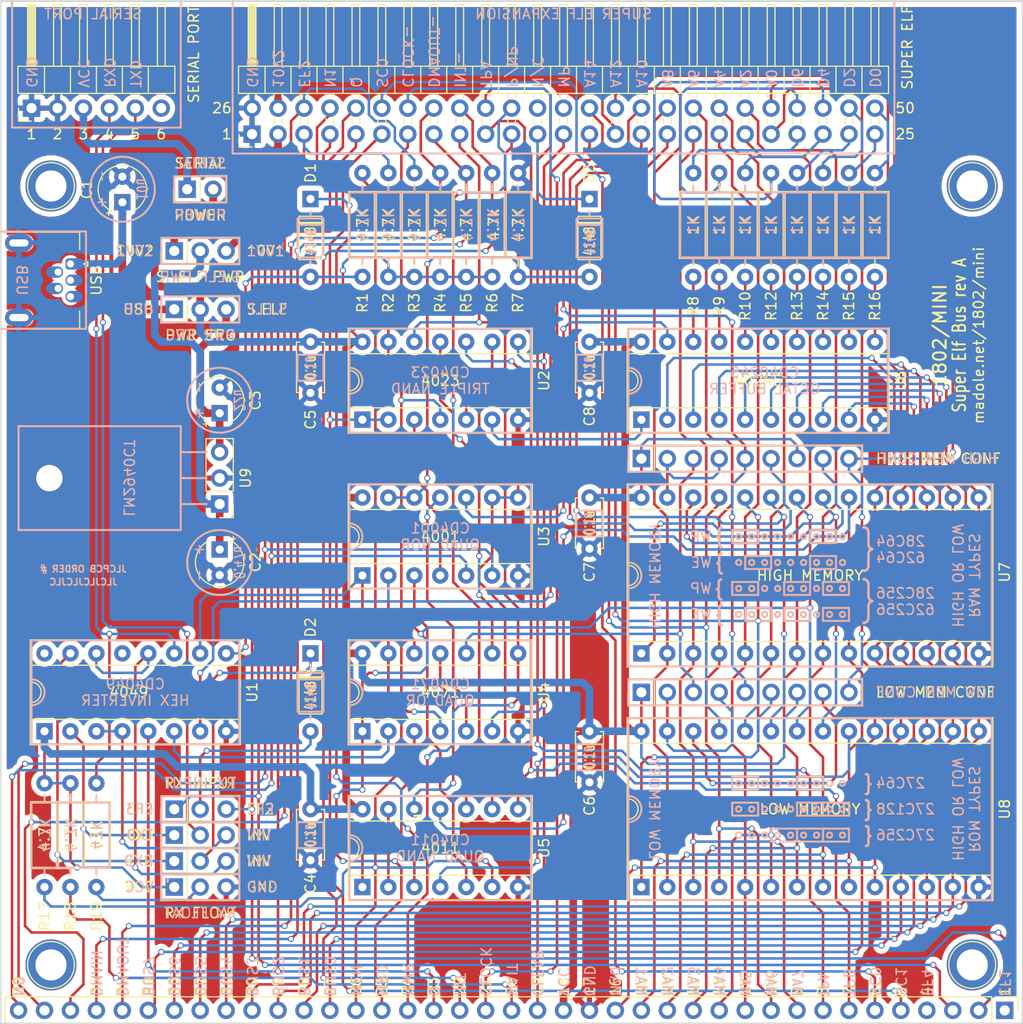
<source format=kicad_pcb>
(kicad_pcb (version 20171130) (host pcbnew "(5.1.12)-1")
  (layers (0 F.Cu signal hide) (31 B.Cu signal hide) (34 B.Paste user) (35 F.Paste user) (36 B.SilkS user) (37 F.SilkS user) (38 B.Mask user) (39 F.Mask user) (44 Edge.Cuts user))
  (net 0 "")
  (net 1 GND)
  (net 2 VCC)
  (net 3 SC1)
  (net 4 N2)
  (net 5 SC0)
  (net 6 TPB)
  (net 7 TPA)
  (net 8 CLOCK)
  (net 9 Q)
  (net 10 /BUS0)
  (net 11 /BUS1)
  (net 12 /BUS2)
  (net 13 /BUS3)
  (net 14 /BUS4)
  (net 15 /BUS5)
  (net 16 /BUS6)
  (net 17 /BUS7)
  (net 18 N0)
  (net 19 N1)
  (net 20 "Net-(D1-Pad2)")
  (net 21 "Net-(R8-Pad1)")
  (net 22 "Net-(R9-Pad1)")
  (net 23 "Net-(R10-Pad1)")
  (net 24 "Net-(R12-Pad1)")
  (net 25 "Net-(R13-Pad1)")
  (net 26 "Net-(R14-Pad1)")
  (net 27 "Net-(R15-Pad1)")
  (net 28 ~CLEAR)
  (net 29 ~WAIT)
  (net 30 MEN)
  (net 31 "Net-(JP10-Pad1)")
  (net 32 "Net-(JP10-Pad3)")
  (net 33 "Net-(JP11-Pad2)")
  (net 34 "Net-(J6-Pad2)")
  (net 35 "Net-(J6-Pad6)")
  (net 36 "Net-(J6-Pad8)")
  (net 37 "Net-(J10-Pad2)")
  (net 38 "Net-(J10-Pad6)")
  (net 39 "Net-(J10-Pad8)")
  (net 40 "Net-(J9-Pad3)")
  (net 41 "Net-(J9-Pad4)")
  (net 42 10V2)
  (net 43 "Net-(D1-Pad1)")
  (net 44 M)
  (net 45 G)
  (net 46 ~DMAIN)
  (net 47 ~DMAOUT)
  (net 48 ~MRD)
  (net 49 ~MWR)
  (net 50 ~INT)
  (net 51 /A0)
  (net 52 /A1)
  (net 53 /A2)
  (net 54 /A3)
  (net 55 /A4)
  (net 56 /A5)
  (net 57 /A6)
  (net 58 /A7)
  (net 59 ~EF3)
  (net 60 ~EF2)
  (net 61 /A13)
  (net 62 /A14)
  (net 63 /D0)
  (net 64 /D2)
  (net 65 /D4)
  (net 66 /D6)
  (net 67 /A8)
  (net 68 /A10)
  (net 69 /A12)
  (net 70 /D1)
  (net 71 /D3)
  (net 72 /D5)
  (net 73 /D7)
  (net 74 /A9)
  (net 75 /A11)
  (net 76 A15)
  (net 77 "Net-(JP8-Pad3)")
  (net 78 "Net-(U1-Pad10)")
  (net 79 "Net-(U2-Pad11)")
  (net 80 "Net-(U2-Pad10)")
  (net 81 DIR)
  (net 82 ~OE)
  (net 83 ~WE)
  (net 84 MP)
  (net 85 ~CS_LO)
  (net 86 ~CS_HI)
  (net 87 "Net-(J9-Pad5)")
  (net 88 "Net-(JP8-Pad1)")
  (net 89 "Net-(C3-Pad1)")
  (net 90 "Net-(U2-Pad5)")
  (net 91 "Net-(U2-Pad3)")
  (net 92 10V1)
  (net 93 "Net-(U3-Pad3)")
  (net 94 "Net-(U3-Pad11)")
  (net 95 "Net-(U1-Pad6)")
  (net 96 "Net-(U4-Pad3)")
  (net 97 "Net-(U4-Pad11)")
  (net 98 "Net-(C1-Pad1)")
  (net 99 "Net-(C2-Pad1)")
  (net 100 "Net-(D2-Pad2)")
  (net 101 "Net-(D2-Pad1)")
  (net 102 "Net-(R1-Pad1)")
  (net 103 "Net-(R16-Pad1)")
  (module Connector_PinHeader_2.54mm:PinHeader_1x03_P2.54mm_Vertical (layer F.Cu) (at 121.285 96.52 180)
    (fp_text reference U9 (at -2.54 2.54 90) (layer F.SilkS))
    (fp_text value LM2940CT)
    (pad 3 thru_hole oval (at 0 5.08 180) (size 1.7 1.7) (drill 1) (layers *.Cu *.Mask) (net 89 "Net-(C3-Pad1)"))
    (pad 2 thru_hole oval (at 0 2.54 180) (size 1.7 1.7) (drill 1) (layers *.Cu *.Mask) (net 1 GND))
    (pad 1 thru_hole rect (at 0 0 180) (size 1.7 1.7) (drill 1) (layers *.Cu *.Mask) (net 99 "Net-(C2-Pad1)"))
  )
  (module 1802-mini:PinHeader_2x25_P2.54mm_Horizontal_Row1_Row2 (layer F.Cu) (at 124.46 60.325 90)
    (fp_text reference J7 hide)
    (fp_text value "Super Elf Bus")
    (pad 50 thru_hole oval (at 2.54 60.96 90) (size 1.7 1.7) (drill 1) (layers *.Cu *.Mask) (net 63 /D0))
    (pad 25 thru_hole oval (at 0 60.96 90) (size 1.7 1.7) (drill 1) (layers *.Cu *.Mask) (net 70 /D1))
    (pad 49 thru_hole oval (at 2.54 58.42 90) (size 1.7 1.7) (drill 1) (layers *.Cu *.Mask) (net 64 /D2))
    (pad 24 thru_hole oval (at 0 58.42 90) (size 1.7 1.7) (drill 1) (layers *.Cu *.Mask) (net 71 /D3))
    (pad 48 thru_hole oval (at 2.54 55.88 90) (size 1.7 1.7) (drill 1) (layers *.Cu *.Mask) (net 65 /D4))
    (pad 23 thru_hole oval (at 0 55.88 90) (size 1.7 1.7) (drill 1) (layers *.Cu *.Mask) (net 72 /D5))
    (pad 47 thru_hole oval (at 2.54 53.34 90) (size 1.7 1.7) (drill 1) (layers *.Cu *.Mask) (net 66 /D6))
    (pad 22 thru_hole oval (at 0 53.34 90) (size 1.7 1.7) (drill 1) (layers *.Cu *.Mask) (net 73 /D7))
    (pad 46 thru_hole oval (at 2.54 50.8 90) (size 1.7 1.7) (drill 1) (layers *.Cu *.Mask) (net 51 /A0))
    (pad 21 thru_hole oval (at 0 50.8 90) (size 1.7 1.7) (drill 1) (layers *.Cu *.Mask) (net 52 /A1))
    (pad 45 thru_hole oval (at 2.54 48.26 90) (size 1.7 1.7) (drill 1) (layers *.Cu *.Mask) (net 53 /A2))
    (pad 20 thru_hole oval (at 0 48.26 90) (size 1.7 1.7) (drill 1) (layers *.Cu *.Mask) (net 54 /A3))
    (pad 44 thru_hole oval (at 2.54 45.72 90) (size 1.7 1.7) (drill 1) (layers *.Cu *.Mask) (net 55 /A4))
    (pad 19 thru_hole oval (at 0 45.72 90) (size 1.7 1.7) (drill 1) (layers *.Cu *.Mask) (net 56 /A5))
    (pad 43 thru_hole oval (at 2.54 43.18 90) (size 1.7 1.7) (drill 1) (layers *.Cu *.Mask) (net 57 /A6))
    (pad 18 thru_hole oval (at 0 43.18 90) (size 1.7 1.7) (drill 1) (layers *.Cu *.Mask) (net 58 /A7))
    (pad 42 thru_hole oval (at 2.54 40.64 90) (size 1.7 1.7) (drill 1) (layers *.Cu *.Mask) (net 67 /A8))
    (pad 17 thru_hole oval (at 0 40.64 90) (size 1.7 1.7) (drill 1) (layers *.Cu *.Mask) (net 74 /A9))
    (pad 41 thru_hole oval (at 2.54 38.1 90) (size 1.7 1.7) (drill 1) (layers *.Cu *.Mask) (net 68 /A10))
    (pad 16 thru_hole oval (at 0 38.1 90) (size 1.7 1.7) (drill 1) (layers *.Cu *.Mask) (net 75 /A11))
    (pad 40 thru_hole oval (at 2.54 35.56 90) (size 1.7 1.7) (drill 1) (layers *.Cu *.Mask) (net 69 /A12))
    (pad 15 thru_hole oval (at 0 35.56 90) (size 1.7 1.7) (drill 1) (layers *.Cu *.Mask) (net 61 /A13))
    (pad 39 thru_hole oval (at 2.54 33.02 90) (size 1.7 1.7) (drill 1) (layers *.Cu *.Mask) (net 62 /A14))
    (pad 14 thru_hole oval (at 0 33.02 90) (size 1.7 1.7) (drill 1) (layers *.Cu *.Mask) (net 76 A15))
    (pad 38 thru_hole oval (at 2.54 30.48 90) (size 1.7 1.7) (drill 1) (layers *.Cu *.Mask))
    (pad 13 thru_hole oval (at 0 30.48 90) (size 1.7 1.7) (drill 1) (layers *.Cu *.Mask) (net 28 ~CLEAR))
    (pad 37 thru_hole oval (at 2.54 27.94 90) (size 1.7 1.7) (drill 1) (layers *.Cu *.Mask))
    (pad 12 thru_hole oval (at 0 27.94 90) (size 1.7 1.7) (drill 1) (layers *.Cu *.Mask) (net 45 G))
    (pad 36 thru_hole oval (at 2.54 25.4 90) (size 1.7 1.7) (drill 1) (layers *.Cu *.Mask) (net 84 MP))
    (pad 11 thru_hole oval (at 0 25.4 90) (size 1.7 1.7) (drill 1) (layers *.Cu *.Mask) (net 44 M))
    (pad 35 thru_hole oval (at 2.54 22.86 90) (size 1.7 1.7) (drill 1) (layers *.Cu *.Mask) (net 7 TPA))
    (pad 10 thru_hole oval (at 0 22.86 90) (size 1.7 1.7) (drill 1) (layers *.Cu *.Mask) (net 6 TPB))
    (pad 34 thru_hole oval (at 2.54 20.32 90) (size 1.7 1.7) (drill 1) (layers *.Cu *.Mask) (net 50 ~INT))
    (pad 9 thru_hole oval (at 0 20.32 90) (size 1.7 1.7) (drill 1) (layers *.Cu *.Mask) (net 49 ~MWR))
    (pad 33 thru_hole oval (at 2.54 17.78 90) (size 1.7 1.7) (drill 1) (layers *.Cu *.Mask) (net 47 ~DMAOUT))
    (pad 8 thru_hole oval (at 0 17.78 90) (size 1.7 1.7) (drill 1) (layers *.Cu *.Mask) (net 46 ~DMAIN))
    (pad 32 thru_hole oval (at 2.54 15.24 90) (size 1.7 1.7) (drill 1) (layers *.Cu *.Mask) (net 8 CLOCK))
    (pad 7 thru_hole oval (at 0 15.24 90) (size 1.7 1.7) (drill 1) (layers *.Cu *.Mask) (net 48 ~MRD))
    (pad 31 thru_hole oval (at 2.54 12.7 90) (size 1.7 1.7) (drill 1) (layers *.Cu *.Mask) (net 5 SC0))
    (pad 6 thru_hole oval (at 0 12.7 90) (size 1.7 1.7) (drill 1) (layers *.Cu *.Mask) (net 3 SC1))
    (pad 30 thru_hole oval (at 2.54 10.16 90) (size 1.7 1.7) (drill 1) (layers *.Cu *.Mask) (net 9 Q))
    (pad 5 thru_hole oval (at 0 10.16 90) (size 1.7 1.7) (drill 1) (layers *.Cu *.Mask) (net 4 N2))
    (pad 29 thru_hole oval (at 2.54 7.62 90) (size 1.7 1.7) (drill 1) (layers *.Cu *.Mask) (net 19 N1))
    (pad 4 thru_hole oval (at 0 7.62 90) (size 1.7 1.7) (drill 1) (layers *.Cu *.Mask) (net 18 N0))
    (pad 28 thru_hole oval (at 2.54 5.08 90) (size 1.7 1.7) (drill 1) (layers *.Cu *.Mask) (net 60 ~EF2))
    (pad 3 thru_hole oval (at 0 5.08 90) (size 1.7 1.7) (drill 1) (layers *.Cu *.Mask) (net 59 ~EF3))
    (pad 27 thru_hole oval (at 2.54 2.54 90) (size 1.7 1.7) (drill 1) (layers *.Cu *.Mask) (net 42 10V2))
    (pad 2 thru_hole oval (at 0 2.54 90) (size 1.7 1.7) (drill 1) (layers *.Cu *.Mask) (net 92 10V1))
    (pad 26 thru_hole oval (at 2.54 0 90) (size 1.7 1.7) (drill 1) (layers *.Cu *.Mask) (net 1 GND))
    (pad 1 thru_hole rect (at 0 0 90) (size 1.7 1.7) (drill 1) (layers *.Cu *.Mask) (net 1 GND))
  )
  (module Package_DIP:DIP-28_W15.24mm_Socket (layer F.Cu) (at 162.56 111.125 90)
    (fp_text reference U7 (at 7.9375 35.56 90) (layer F.SilkS))
    (fp_text value HI_MEM)
    (pad 1 thru_hole rect (at 0 0 90) (size 1.6 1.6) (drill 0.8) (layers *.Cu *.Mask) (net 38 "Net-(J10-Pad6)"))
    (pad 15 thru_hole oval (at 15.24 33.02 90) (size 1.6 1.6) (drill 0.8) (layers *.Cu *.Mask) (net 13 /BUS3))
    (pad 2 thru_hole oval (at 0 2.54 90) (size 1.6 1.6) (drill 0.8) (layers *.Cu *.Mask) (net 69 /A12))
    (pad 16 thru_hole oval (at 15.24 30.48 90) (size 1.6 1.6) (drill 0.8) (layers *.Cu *.Mask) (net 14 /BUS4))
    (pad 3 thru_hole oval (at 0 5.08 90) (size 1.6 1.6) (drill 0.8) (layers *.Cu *.Mask) (net 58 /A7))
    (pad 17 thru_hole oval (at 15.24 27.94 90) (size 1.6 1.6) (drill 0.8) (layers *.Cu *.Mask) (net 15 /BUS5))
    (pad 4 thru_hole oval (at 0 7.62 90) (size 1.6 1.6) (drill 0.8) (layers *.Cu *.Mask) (net 57 /A6))
    (pad 18 thru_hole oval (at 15.24 25.4 90) (size 1.6 1.6) (drill 0.8) (layers *.Cu *.Mask) (net 16 /BUS6))
    (pad 5 thru_hole oval (at 0 10.16 90) (size 1.6 1.6) (drill 0.8) (layers *.Cu *.Mask) (net 56 /A5))
    (pad 19 thru_hole oval (at 15.24 22.86 90) (size 1.6 1.6) (drill 0.8) (layers *.Cu *.Mask) (net 17 /BUS7))
    (pad 6 thru_hole oval (at 0 12.7 90) (size 1.6 1.6) (drill 0.8) (layers *.Cu *.Mask) (net 55 /A4))
    (pad 20 thru_hole oval (at 15.24 20.32 90) (size 1.6 1.6) (drill 0.8) (layers *.Cu *.Mask) (net 86 ~CS_HI))
    (pad 7 thru_hole oval (at 0 15.24 90) (size 1.6 1.6) (drill 0.8) (layers *.Cu *.Mask) (net 54 /A3))
    (pad 21 thru_hole oval (at 15.24 17.78 90) (size 1.6 1.6) (drill 0.8) (layers *.Cu *.Mask) (net 68 /A10))
    (pad 8 thru_hole oval (at 0 17.78 90) (size 1.6 1.6) (drill 0.8) (layers *.Cu *.Mask) (net 53 /A2))
    (pad 22 thru_hole oval (at 15.24 15.24 90) (size 1.6 1.6) (drill 0.8) (layers *.Cu *.Mask) (net 48 ~MRD))
    (pad 9 thru_hole oval (at 0 20.32 90) (size 1.6 1.6) (drill 0.8) (layers *.Cu *.Mask) (net 52 /A1))
    (pad 23 thru_hole oval (at 15.24 12.7 90) (size 1.6 1.6) (drill 0.8) (layers *.Cu *.Mask) (net 75 /A11))
    (pad 10 thru_hole oval (at 0 22.86 90) (size 1.6 1.6) (drill 0.8) (layers *.Cu *.Mask) (net 51 /A0))
    (pad 24 thru_hole oval (at 15.24 10.16 90) (size 1.6 1.6) (drill 0.8) (layers *.Cu *.Mask) (net 74 /A9))
    (pad 11 thru_hole oval (at 0 25.4 90) (size 1.6 1.6) (drill 0.8) (layers *.Cu *.Mask) (net 10 /BUS0))
    (pad 25 thru_hole oval (at 15.24 7.62 90) (size 1.6 1.6) (drill 0.8) (layers *.Cu *.Mask) (net 67 /A8))
    (pad 12 thru_hole oval (at 0 27.94 90) (size 1.6 1.6) (drill 0.8) (layers *.Cu *.Mask) (net 11 /BUS1))
    (pad 26 thru_hole oval (at 15.24 5.08 90) (size 1.6 1.6) (drill 0.8) (layers *.Cu *.Mask) (net 39 "Net-(J10-Pad8)"))
    (pad 13 thru_hole oval (at 0 30.48 90) (size 1.6 1.6) (drill 0.8) (layers *.Cu *.Mask) (net 12 /BUS2))
    (pad 27 thru_hole oval (at 15.24 2.54 90) (size 1.6 1.6) (drill 0.8) (layers *.Cu *.Mask) (net 37 "Net-(J10-Pad2)"))
    (pad 14 thru_hole oval (at 0 33.02 90) (size 1.6 1.6) (drill 0.8) (layers *.Cu *.Mask) (net 1 GND))
    (pad 28 thru_hole oval (at 15.24 0 90) (size 1.6 1.6) (drill 0.8) (layers *.Cu *.Mask) (net 2 VCC))
  )
  (module Package_DIP:DIP-14_W7.62mm_Socket (layer F.Cu) (at 135.255 88.265 90)
    (fp_text reference U2 (at 3.81 17.78 90) (layer F.SilkS))
    (fp_text value 4023 (at 3.81 7.62) (layer F.SilkS))
    (pad 14 thru_hole oval (at 7.62 0 90) (size 1.6 1.6) (drill 0.8) (layers *.Cu *.Mask) (net 2 VCC))
    (pad 7 thru_hole oval (at 0 15.24 90) (size 1.6 1.6) (drill 0.8) (layers *.Cu *.Mask) (net 1 GND))
    (pad 13 thru_hole oval (at 7.62 2.54 90) (size 1.6 1.6) (drill 0.8) (layers *.Cu *.Mask) (net 48 ~MRD))
    (pad 6 thru_hole oval (at 0 12.7 90) (size 1.6 1.6) (drill 0.8) (layers *.Cu *.Mask) (net 81 DIR))
    (pad 12 thru_hole oval (at 7.62 5.08 90) (size 1.6 1.6) (drill 0.8) (layers *.Cu *.Mask) (net 49 ~MWR))
    (pad 5 thru_hole oval (at 0 10.16 90) (size 1.6 1.6) (drill 0.8) (layers *.Cu *.Mask) (net 90 "Net-(U2-Pad5)"))
    (pad 11 thru_hole oval (at 7.62 7.62 90) (size 1.6 1.6) (drill 0.8) (layers *.Cu *.Mask) (net 79 "Net-(U2-Pad11)"))
    (pad 4 thru_hole oval (at 0 7.62 90) (size 1.6 1.6) (drill 0.8) (layers *.Cu *.Mask) (net 48 ~MRD))
    (pad 10 thru_hole oval (at 7.62 10.16 90) (size 1.6 1.6) (drill 0.8) (layers *.Cu *.Mask) (net 80 "Net-(U2-Pad10)"))
    (pad 3 thru_hole oval (at 0 5.08 90) (size 1.6 1.6) (drill 0.8) (layers *.Cu *.Mask) (net 91 "Net-(U2-Pad3)"))
    (pad 9 thru_hole oval (at 7.62 12.7 90) (size 1.6 1.6) (drill 0.8) (layers *.Cu *.Mask) (net 90 "Net-(U2-Pad5)"))
    (pad 2 thru_hole oval (at 0 2.54 90) (size 1.6 1.6) (drill 0.8) (layers *.Cu *.Mask) (net 3 SC1))
    (pad 8 thru_hole oval (at 7.62 15.24 90) (size 1.6 1.6) (drill 0.8) (layers *.Cu *.Mask) (net 28 ~CLEAR))
    (pad 1 thru_hole rect (at 0 0 90) (size 1.6 1.6) (drill 0.8) (layers *.Cu *.Mask) (net 3 SC1))
  )
  (module Connector_PinHeader_2.54mm:PinHeader_1x03_P2.54mm_Vertical (layer F.Cu) (at 116.84 77.47 90)
    (fp_text reference JP3 hide)
    (fp_text value "PWR SRC")
    (pad 3 thru_hole oval (at 0 5.08 90) (size 1.7 1.7) (drill 1) (layers *.Cu *.Mask) (net 89 "Net-(C3-Pad1)"))
    (pad 2 thru_hole oval (at 0 2.54 90) (size 1.7 1.7) (drill 1) (layers *.Cu *.Mask) (net 2 VCC))
    (pad 1 thru_hole rect (at 0 0 90) (size 1.7 1.7) (drill 1) (layers *.Cu *.Mask) (net 98 "Net-(C1-Pad1)"))
  )
  (module Connector_PinHeader_2.54mm:PinHeader_1x03_P2.54mm_Vertical (layer F.Cu) (at 116.84 71.755 90)
    (fp_text reference JP2 hide)
    (fp_text value "PWR SRC")
    (pad 1 thru_hole rect (at 0 0 90) (size 1.7 1.7) (drill 1) (layers *.Cu *.Mask) (net 42 10V2))
    (pad 2 thru_hole oval (at 0 2.54 90) (size 1.7 1.7) (drill 1) (layers *.Cu *.Mask) (net 99 "Net-(C2-Pad1)"))
    (pad 3 thru_hole oval (at 0 5.08 90) (size 1.7 1.7) (drill 1) (layers *.Cu *.Mask) (net 92 10V1))
  )
  (module 1802-mini:USB_Mini-AB_Molex_56579_0519 (layer F.Cu) (at 106.68 73.025)
    (fp_text reference J8 hide)
    (fp_text value "USB PWR")
    (pad 6 thru_hole oval (at -5.05 5.25) (size 2.7 1.7) (drill oval 1.9 0.7) (layers B.Cu B.Mask) (net 1 GND))
    (pad 6 thru_hole oval (at -5.05 -2.05) (size 2.7 1.7) (drill oval 1.9 0.7) (layers B.Cu B.Mask) (net 1 GND))
    (pad 5 thru_hole oval (at 0 3.2) (size 1.65 1.1) (drill 0.7 (offset 0.35 0)) (layers B.Cu B.Mask))
    (pad 4 thru_hole oval (at -1.2 2.4) (size 1.65 1.1) (drill 0.7 (offset -0.35 0)) (layers B.Cu B.Mask))
    (pad 3 thru_hole oval (at 0 1.6) (size 1.65 1.1) (drill 0.7 (offset 0.35 0)) (layers B.Cu B.Mask))
    (pad 2 thru_hole oval (at -1.2 0.8) (size 1.65 1.1) (drill 0.7 (offset -0.35 0)) (layers B.Cu B.Mask))
    (pad 1 thru_hole roundrect (at 0 0) (size 1.65 1.1) (drill 0.7 (offset 0.35 0)) (layers B.Cu B.Mask) (net 98 "Net-(C1-Pad1)"))
  )
  (module Capacitor_THT:CP_Radial_Tantal_D4.5mm_P2.50mm (layer F.Cu) (at 111.76 66.9925 90)
    (fp_text reference C1 (at 1.27 -3.4925 90) (layer F.SilkS))
    (fp_text value 10uF)
    (pad 2 thru_hole circle (at 2.5 0 90) (size 1.6 1.6) (drill 0.8) (layers *.Cu *.Mask) (net 1 GND))
    (pad 1 thru_hole rect (at 0 0 90) (size 1.6 1.6) (drill 0.8) (layers *.Cu *.Mask) (net 98 "Net-(C1-Pad1)"))
  )
  (module Connector_PinHeader_2.54mm:PinHeader_1x06_P2.54mm_Horizontal (layer F.Cu) (at 102.87 57.785 90)
    (fp_text reference J9)
    (fp_text value "Serial Port")
    (pad 1 thru_hole rect (at 0 0 90) (size 1.7 1.7) (drill 1) (layers *.Cu *.Mask) (net 1 GND))
    (pad 2 thru_hole oval (at 0 2.54 90) (size 1.7 1.7) (drill 1) (layers *.Cu *.Mask) (net 1 GND))
    (pad 3 thru_hole oval (at 0 5.08 90) (size 1.7 1.7) (drill 1) (layers *.Cu *.Mask) (net 40 "Net-(J9-Pad3)"))
    (pad 4 thru_hole oval (at 0 7.62 90) (size 1.7 1.7) (drill 1) (layers *.Cu *.Mask) (net 41 "Net-(J9-Pad4)"))
    (pad 5 thru_hole oval (at 0 10.16 90) (size 1.7 1.7) (drill 1) (layers *.Cu *.Mask) (net 87 "Net-(J9-Pad5)"))
    (pad 6 thru_hole oval (at 0 12.7 90) (size 1.7 1.7) (drill 1) (layers *.Cu *.Mask))
  )
  (module Connector_PinHeader_2.54mm:PinHeader_1x02_P2.54mm_Vertical (layer F.Cu) (at 118.11 65.7225 90)
    (fp_text reference JP1 hide)
    (fp_text value POWER)
    (pad 2 thru_hole oval (at 0 2.54 90) (size 1.7 1.7) (drill 1) (layers *.Cu *.Mask) (net 2 VCC))
    (pad 1 thru_hole rect (at 0 0 90) (size 1.7 1.7) (drill 1) (layers *.Cu *.Mask) (net 40 "Net-(J9-Pad3)"))
  )
  (module Resistor_THT:R_Axial_DIN0207_L6.3mm_D2.5mm_P10.16mm_Horizontal (layer F.Cu) (at 142.875 74.295 90)
    (fp_text reference R4 (at -2.54 0 90) (layer F.SilkS))
    (fp_text value 4.7K (at 5.08 0 90) (layer F.SilkS))
    (pad 2 thru_hole oval (at 10.16 0 90) (size 1.6 1.6) (drill 0.8) (layers *.Cu *.Mask) (net 47 ~DMAOUT))
    (pad 1 thru_hole circle (at 0 0 90) (size 1.6 1.6) (drill 0.8) (layers *.Cu *.Mask) (net 2 VCC))
  )
  (module Resistor_THT:R_Axial_DIN0207_L6.3mm_D2.5mm_P10.16mm_Horizontal (layer F.Cu) (at 145.415 74.295 90)
    (fp_text reference R5 (at -2.54 0 90) (layer F.SilkS))
    (fp_text value 4.7K (at 5.08 0 90) (layer F.SilkS))
    (pad 2 thru_hole oval (at 10.16 0 90) (size 1.6 1.6) (drill 0.8) (layers *.Cu *.Mask) (net 46 ~DMAIN))
    (pad 1 thru_hole circle (at 0 0 90) (size 1.6 1.6) (drill 0.8) (layers *.Cu *.Mask) (net 2 VCC))
  )
  (module Resistor_THT:R_Axial_DIN0207_L6.3mm_D2.5mm_P10.16mm_Horizontal (layer F.Cu) (at 147.955 74.295 90)
    (fp_text reference R6 (at -2.54 0 90) (layer F.SilkS))
    (fp_text value 4.7K (at 5.08 2.54 90) (layer F.SilkS))
    (pad 2 thru_hole oval (at 10.16 0 90) (size 1.6 1.6) (drill 0.8) (layers *.Cu *.Mask) (net 50 ~INT))
    (pad 1 thru_hole circle (at 0 0 90) (size 1.6 1.6) (drill 0.8) (layers *.Cu *.Mask) (net 2 VCC))
  )
  (module Resistor_THT:R_Axial_DIN0207_L6.3mm_D2.5mm_P10.16mm_Horizontal (layer F.Cu) (at 137.795 74.295 90)
    (fp_text reference R2 (at -2.54 0 90) (layer F.SilkS))
    (fp_text value 4.7K (at 5.08 0 90) (layer F.SilkS))
    (pad 2 thru_hole oval (at 10.16 0 90) (size 1.6 1.6) (drill 0.8) (layers *.Cu *.Mask) (net 59 ~EF3))
    (pad 1 thru_hole circle (at 0 0 90) (size 1.6 1.6) (drill 0.8) (layers *.Cu *.Mask) (net 2 VCC))
  )
  (module Resistor_THT:R_Axial_DIN0207_L6.3mm_D2.5mm_P10.16mm_Horizontal (layer F.Cu) (at 140.335 74.295 90)
    (fp_text reference R3 (at -2.54 0 90) (layer F.SilkS))
    (fp_text value 4.7K (at 5.08 0 90) (layer F.SilkS))
    (pad 2 thru_hole oval (at 10.16 0 90) (size 1.6 1.6) (drill 0.8) (layers *.Cu *.Mask) (net 60 ~EF2))
    (pad 1 thru_hole circle (at 0 0 90) (size 1.6 1.6) (drill 0.8) (layers *.Cu *.Mask) (net 2 VCC))
  )
  (module Package_DIP:DIP-20_W7.62mm_Socket (layer F.Cu) (at 162.56 88.265 90)
    (fp_text reference U6 (at 3.81 25.4 90) (layer F.SilkS))
    (fp_text value 40245 (at 3.81 11.43 180) (layer F.SilkS))
    (pad 20 thru_hole oval (at 7.62 0 90) (size 1.6 1.6) (drill 0.8) (layers *.Cu *.Mask) (net 2 VCC))
    (pad 10 thru_hole oval (at 0 22.86 90) (size 1.6 1.6) (drill 0.8) (layers *.Cu *.Mask) (net 1 GND))
    (pad 19 thru_hole oval (at 7.62 2.54 90) (size 1.6 1.6) (drill 0.8) (layers *.Cu *.Mask) (net 82 ~OE))
    (pad 9 thru_hole oval (at 0 20.32 90) (size 1.6 1.6) (drill 0.8) (layers *.Cu *.Mask) (net 10 /BUS0))
    (pad 18 thru_hole oval (at 7.62 5.08 90) (size 1.6 1.6) (drill 0.8) (layers *.Cu *.Mask) (net 21 "Net-(R8-Pad1)"))
    (pad 8 thru_hole oval (at 0 17.78 90) (size 1.6 1.6) (drill 0.8) (layers *.Cu *.Mask) (net 11 /BUS1))
    (pad 17 thru_hole oval (at 7.62 7.62 90) (size 1.6 1.6) (drill 0.8) (layers *.Cu *.Mask) (net 22 "Net-(R9-Pad1)"))
    (pad 7 thru_hole oval (at 0 15.24 90) (size 1.6 1.6) (drill 0.8) (layers *.Cu *.Mask) (net 12 /BUS2))
    (pad 16 thru_hole oval (at 7.62 10.16 90) (size 1.6 1.6) (drill 0.8) (layers *.Cu *.Mask) (net 23 "Net-(R10-Pad1)"))
    (pad 6 thru_hole oval (at 0 12.7 90) (size 1.6 1.6) (drill 0.8) (layers *.Cu *.Mask) (net 13 /BUS3))
    (pad 15 thru_hole oval (at 7.62 12.7 90) (size 1.6 1.6) (drill 0.8) (layers *.Cu *.Mask) (net 24 "Net-(R12-Pad1)"))
    (pad 5 thru_hole oval (at 0 10.16 90) (size 1.6 1.6) (drill 0.8) (layers *.Cu *.Mask) (net 14 /BUS4))
    (pad 14 thru_hole oval (at 7.62 15.24 90) (size 1.6 1.6) (drill 0.8) (layers *.Cu *.Mask) (net 25 "Net-(R13-Pad1)"))
    (pad 4 thru_hole oval (at 0 7.62 90) (size 1.6 1.6) (drill 0.8) (layers *.Cu *.Mask) (net 15 /BUS5))
    (pad 13 thru_hole oval (at 7.62 17.78 90) (size 1.6 1.6) (drill 0.8) (layers *.Cu *.Mask) (net 26 "Net-(R14-Pad1)"))
    (pad 3 thru_hole oval (at 0 5.08 90) (size 1.6 1.6) (drill 0.8) (layers *.Cu *.Mask) (net 16 /BUS6))
    (pad 12 thru_hole oval (at 7.62 20.32 90) (size 1.6 1.6) (drill 0.8) (layers *.Cu *.Mask) (net 27 "Net-(R15-Pad1)"))
    (pad 2 thru_hole oval (at 0 2.54 90) (size 1.6 1.6) (drill 0.8) (layers *.Cu *.Mask) (net 17 /BUS7))
    (pad 11 thru_hole oval (at 7.62 22.86 90) (size 1.6 1.6) (drill 0.8) (layers *.Cu *.Mask) (net 103 "Net-(R16-Pad1)"))
    (pad 1 thru_hole rect (at 0 0 90) (size 1.6 1.6) (drill 0.8) (layers *.Cu *.Mask) (net 81 DIR))
  )
  (module Package_DIP:DIP-16_W7.62mm_Socket (layer F.Cu) (at 104.14 118.745 90)
    (fp_text reference U1 (at 3.81 20.32 90) (layer F.SilkS))
    (fp_text value 4049 (at 3.81 8.255 180) (layer F.SilkS))
    (pad 16 thru_hole oval (at 7.62 0 90) (size 1.6 1.6) (drill 0.8) (layers *.Cu *.Mask))
    (pad 8 thru_hole oval (at 0 17.78 90) (size 1.6 1.6) (drill 0.8) (layers *.Cu *.Mask) (net 1 GND))
    (pad 15 thru_hole oval (at 7.62 2.54 90) (size 1.6 1.6) (drill 0.8) (layers *.Cu *.Mask) (net 31 "Net-(JP10-Pad1)"))
    (pad 7 thru_hole oval (at 0 15.24 90) (size 1.6 1.6) (drill 0.8) (layers *.Cu *.Mask) (net 76 A15))
    (pad 14 thru_hole oval (at 7.62 5.08 90) (size 1.6 1.6) (drill 0.8) (layers *.Cu *.Mask) (net 32 "Net-(JP10-Pad3)"))
    (pad 6 thru_hole oval (at 0 12.7 90) (size 1.6 1.6) (drill 0.8) (layers *.Cu *.Mask) (net 95 "Net-(U1-Pad6)"))
    (pad 13 thru_hole oval (at 7.62 7.62 90) (size 1.6 1.6) (drill 0.8) (layers *.Cu *.Mask))
    (pad 5 thru_hole oval (at 0 10.16 90) (size 1.6 1.6) (drill 0.8) (layers *.Cu *.Mask) (net 9 Q))
    (pad 12 thru_hole oval (at 7.62 10.16 90) (size 1.6 1.6) (drill 0.8) (layers *.Cu *.Mask) (net 32 "Net-(JP10-Pad3)"))
    (pad 4 thru_hole oval (at 0 7.62 90) (size 1.6 1.6) (drill 0.8) (layers *.Cu *.Mask) (net 77 "Net-(JP8-Pad3)"))
    (pad 11 thru_hole oval (at 7.62 12.7 90) (size 1.6 1.6) (drill 0.8) (layers *.Cu *.Mask) (net 41 "Net-(J9-Pad4)"))
    (pad 3 thru_hole oval (at 0 5.08 90) (size 1.6 1.6) (drill 0.8) (layers *.Cu *.Mask) (net 77 "Net-(JP8-Pad3)"))
    (pad 10 thru_hole oval (at 7.62 15.24 90) (size 1.6 1.6) (drill 0.8) (layers *.Cu *.Mask) (net 78 "Net-(U1-Pad10)"))
    (pad 2 thru_hole oval (at 0 2.54 90) (size 1.6 1.6) (drill 0.8) (layers *.Cu *.Mask) (net 88 "Net-(JP8-Pad1)"))
    (pad 9 thru_hole oval (at 7.62 17.78 90) (size 1.6 1.6) (drill 0.8) (layers *.Cu *.Mask) (net 20 "Net-(D1-Pad2)"))
    (pad 1 thru_hole rect (at 0 0 90) (size 1.6 1.6) (drill 0.8) (layers *.Cu *.Mask) (net 2 VCC))
  )
  (module Package_DIP:DIP-14_W7.62mm_Socket (layer F.Cu) (at 135.255 118.745 90)
    (fp_text reference U4 (at 3.81 17.78 90) (layer F.SilkS))
    (fp_text value 4071 (at 3.81 7.62 180) (layer F.SilkS))
    (pad 1 thru_hole rect (at 0 0 90) (size 1.6 1.6) (drill 0.8) (layers *.Cu *.Mask) (net 48 ~MRD))
    (pad 8 thru_hole oval (at 7.62 15.24 90) (size 1.6 1.6) (drill 0.8) (layers *.Cu *.Mask) (net 49 ~MWR))
    (pad 2 thru_hole oval (at 0 2.54 90) (size 1.6 1.6) (drill 0.8) (layers *.Cu *.Mask) (net 95 "Net-(U1-Pad6)"))
    (pad 9 thru_hole oval (at 7.62 12.7 90) (size 1.6 1.6) (drill 0.8) (layers *.Cu *.Mask) (net 84 MP))
    (pad 3 thru_hole oval (at 0 5.08 90) (size 1.6 1.6) (drill 0.8) (layers *.Cu *.Mask) (net 96 "Net-(U4-Pad3)"))
    (pad 10 thru_hole oval (at 7.62 10.16 90) (size 1.6 1.6) (drill 0.8) (layers *.Cu *.Mask) (net 83 ~WE))
    (pad 4 thru_hole oval (at 0 7.62 90) (size 1.6 1.6) (drill 0.8) (layers *.Cu *.Mask) (net 102 "Net-(R1-Pad1)"))
    (pad 11 thru_hole oval (at 7.62 7.62 90) (size 1.6 1.6) (drill 0.8) (layers *.Cu *.Mask) (net 97 "Net-(U4-Pad11)"))
    (pad 5 thru_hole oval (at 0 10.16 90) (size 1.6 1.6) (drill 0.8) (layers *.Cu *.Mask) (net 94 "Net-(U3-Pad11)"))
    (pad 12 thru_hole oval (at 7.62 5.08 90) (size 1.6 1.6) (drill 0.8) (layers *.Cu *.Mask) (net 76 A15))
    (pad 6 thru_hole oval (at 0 12.7 90) (size 1.6 1.6) (drill 0.8) (layers *.Cu *.Mask) (net 28 ~CLEAR))
    (pad 13 thru_hole oval (at 7.62 2.54 90) (size 1.6 1.6) (drill 0.8) (layers *.Cu *.Mask) (net 78 "Net-(U1-Pad10)"))
    (pad 7 thru_hole oval (at 0 15.24 90) (size 1.6 1.6) (drill 0.8) (layers *.Cu *.Mask) (net 1 GND))
    (pad 14 thru_hole oval (at 7.62 0 90) (size 1.6 1.6) (drill 0.8) (layers *.Cu *.Mask) (net 2 VCC))
  )
  (module Package_DIP:DIP-14_W7.62mm_Socket (layer F.Cu) (at 135.255 103.505 90)
    (fp_text reference U3 (at 3.81 17.78 90) (layer F.SilkS))
    (fp_text value 4001 (at 3.81 7.62) (layer F.SilkS))
    (pad 1 thru_hole rect (at 0 0 90) (size 1.6 1.6) (drill 0.8) (layers *.Cu *.Mask) (net 78 "Net-(U1-Pad10)"))
    (pad 8 thru_hole oval (at 7.62 15.24 90) (size 1.6 1.6) (drill 0.8) (layers *.Cu *.Mask) (net 80 "Net-(U2-Pad10)"))
    (pad 2 thru_hole oval (at 0 2.54 90) (size 1.6 1.6) (drill 0.8) (layers *.Cu *.Mask) (net 76 A15))
    (pad 9 thru_hole oval (at 7.62 12.7 90) (size 1.6 1.6) (drill 0.8) (layers *.Cu *.Mask) (net 80 "Net-(U2-Pad10)"))
    (pad 3 thru_hole oval (at 0 5.08 90) (size 1.6 1.6) (drill 0.8) (layers *.Cu *.Mask) (net 93 "Net-(U3-Pad3)"))
    (pad 10 thru_hole oval (at 7.62 10.16 90) (size 1.6 1.6) (drill 0.8) (layers *.Cu *.Mask) (net 82 ~OE))
    (pad 4 thru_hole oval (at 0 7.62 90) (size 1.6 1.6) (drill 0.8) (layers *.Cu *.Mask) (net 91 "Net-(U2-Pad3)"))
    (pad 11 thru_hole oval (at 7.62 7.62 90) (size 1.6 1.6) (drill 0.8) (layers *.Cu *.Mask) (net 94 "Net-(U3-Pad11)"))
    (pad 5 thru_hole oval (at 0 10.16 90) (size 1.6 1.6) (drill 0.8) (layers *.Cu *.Mask) (net 18 N0))
    (pad 12 thru_hole oval (at 7.62 5.08 90) (size 1.6 1.6) (drill 0.8) (layers *.Cu *.Mask) (net 44 M))
    (pad 6 thru_hole oval (at 0 12.7 90) (size 1.6 1.6) (drill 0.8) (layers *.Cu *.Mask) (net 19 N1))
    (pad 13 thru_hole oval (at 7.62 2.54 90) (size 1.6 1.6) (drill 0.8) (layers *.Cu *.Mask) (net 44 M))
    (pad 7 thru_hole oval (at 0 15.24 90) (size 1.6 1.6) (drill 0.8) (layers *.Cu *.Mask) (net 1 GND))
    (pad 14 thru_hole oval (at 7.62 0 90) (size 1.6 1.6) (drill 0.8) (layers *.Cu *.Mask) (net 2 VCC))
  )
  (module Resistor_THT:R_Axial_DIN0207_L6.3mm_D2.5mm_P10.16mm_Horizontal (layer F.Cu) (at 109.22 133.985 90)
    (fp_text reference R19 (at -2.8575 0 90) (layer F.SilkS))
    (fp_text value 47K (at 5.08 0 90) (layer F.SilkS))
    (pad 2 thru_hole oval (at 10.16 0 90) (size 1.6 1.6) (drill 0.8) (layers *.Cu *.Mask) (net 41 "Net-(J9-Pad4)"))
    (pad 1 thru_hole circle (at 0 0 90) (size 1.6 1.6) (drill 0.8) (layers *.Cu *.Mask) (net 33 "Net-(JP11-Pad2)"))
  )
  (module Resistor_THT:R_Axial_DIN0207_L6.3mm_D2.5mm_P10.16mm_Horizontal (layer F.Cu) (at 104.14 133.985 90)
    (fp_text reference R17 (at -2.8575 0 90) (layer F.SilkS))
    (fp_text value 4.7k (at 5.08 0 90) (layer F.SilkS))
    (pad 2 thru_hole oval (at 10.16 0 90) (size 1.6 1.6) (drill 0.8) (layers *.Cu *.Mask) (net 2 VCC))
    (pad 1 thru_hole circle (at 0 0 90) (size 1.6 1.6) (drill 0.8) (layers *.Cu *.Mask) (net 30 MEN))
  )
  (module Resistor_THT:R_Axial_DIN0207_L6.3mm_D2.5mm_P10.16mm_Horizontal (layer F.Cu) (at 106.68 123.825 270)
    (fp_text reference R18 (at 13.0175 0 90) (layer F.SilkS))
    (fp_text value 4.7K (at 5.08 0 90) (layer F.SilkS))
    (pad 2 thru_hole oval (at 10.16 0 270) (size 1.6 1.6) (drill 0.8) (layers *.Cu *.Mask) (net 29 ~WAIT))
    (pad 1 thru_hole circle (at 0 0 270) (size 1.6 1.6) (drill 0.8) (layers *.Cu *.Mask) (net 2 VCC))
  )
  (module Resistor_THT:R_Axial_DIN0207_L6.3mm_D2.5mm_P10.16mm_Horizontal (layer F.Cu) (at 170.18 74.295 90)
    (fp_text reference R9 (at -2.8575 0 90) (layer F.SilkS))
    (fp_text value 1K (at 5.08 0 90) (layer F.SilkS))
    (pad 2 thru_hole oval (at 10.16 0 90) (size 1.6 1.6) (drill 0.8) (layers *.Cu *.Mask) (net 66 /D6))
    (pad 1 thru_hole circle (at 0 0 90) (size 1.6 1.6) (drill 0.8) (layers *.Cu *.Mask) (net 22 "Net-(R9-Pad1)"))
  )
  (module Resistor_THT:R_Axial_DIN0207_L6.3mm_D2.5mm_P10.16mm_Horizontal (layer F.Cu) (at 175.26 74.295 90)
    (fp_text reference R12 (at -2.8575 0 90) (layer F.SilkS))
    (fp_text value 1K (at 5.08 0 90) (layer F.SilkS))
    (pad 2 thru_hole oval (at 10.16 0 90) (size 1.6 1.6) (drill 0.8) (layers *.Cu *.Mask) (net 65 /D4))
    (pad 1 thru_hole circle (at 0 0 90) (size 1.6 1.6) (drill 0.8) (layers *.Cu *.Mask) (net 24 "Net-(R12-Pad1)"))
  )
  (module Resistor_THT:R_Axial_DIN0207_L6.3mm_D2.5mm_P10.16mm_Horizontal (layer F.Cu) (at 180.34 74.295 90)
    (fp_text reference R14 (at -2.8575 0 90) (layer F.SilkS))
    (fp_text value 1K (at 5.08 0 90) (layer F.SilkS))
    (pad 2 thru_hole oval (at 10.16 0 90) (size 1.6 1.6) (drill 0.8) (layers *.Cu *.Mask) (net 64 /D2))
    (pad 1 thru_hole circle (at 0 0 90) (size 1.6 1.6) (drill 0.8) (layers *.Cu *.Mask) (net 26 "Net-(R14-Pad1)"))
  )
  (module Resistor_THT:R_Axial_DIN0207_L6.3mm_D2.5mm_P10.16mm_Horizontal (layer F.Cu) (at 185.42 74.295 90)
    (fp_text reference R16 (at -2.8575 0 90) (layer F.SilkS))
    (fp_text value 1K (at 5.08 0 90) (layer F.SilkS))
    (pad 2 thru_hole oval (at 10.16 0 90) (size 1.6 1.6) (drill 0.8) (layers *.Cu *.Mask) (net 63 /D0))
    (pad 1 thru_hole circle (at 0 0 90) (size 1.6 1.6) (drill 0.8) (layers *.Cu *.Mask) (net 103 "Net-(R16-Pad1)"))
  )
  (module Resistor_THT:R_Axial_DIN0207_L6.3mm_D2.5mm_P10.16mm_Horizontal (layer F.Cu) (at 167.64 74.295 90)
    (fp_text reference R8 (at -2.8575 0 90) (layer F.SilkS))
    (fp_text value 1K (at 5.08 0 90) (layer F.SilkS))
    (pad 2 thru_hole oval (at 10.16 0 90) (size 1.6 1.6) (drill 0.8) (layers *.Cu *.Mask) (net 73 /D7))
    (pad 1 thru_hole circle (at 0 0 90) (size 1.6 1.6) (drill 0.8) (layers *.Cu *.Mask) (net 21 "Net-(R8-Pad1)"))
  )
  (module Resistor_THT:R_Axial_DIN0207_L6.3mm_D2.5mm_P10.16mm_Horizontal (layer F.Cu) (at 172.72 74.295 90)
    (fp_text reference R10 (at -2.8575 0 90) (layer F.SilkS))
    (fp_text value 1K (at 5.08 0 90) (layer F.SilkS))
    (pad 2 thru_hole oval (at 10.16 0 90) (size 1.6 1.6) (drill 0.8) (layers *.Cu *.Mask) (net 72 /D5))
    (pad 1 thru_hole circle (at 0 0 90) (size 1.6 1.6) (drill 0.8) (layers *.Cu *.Mask) (net 23 "Net-(R10-Pad1)"))
  )
  (module Resistor_THT:R_Axial_DIN0207_L6.3mm_D2.5mm_P10.16mm_Horizontal (layer F.Cu) (at 177.8 74.295 90)
    (fp_text reference R13 (at -2.8575 0 90) (layer F.SilkS))
    (fp_text value 1K (at 5.08 0 90) (layer F.SilkS))
    (pad 2 thru_hole oval (at 10.16 0 90) (size 1.6 1.6) (drill 0.8) (layers *.Cu *.Mask) (net 71 /D3))
    (pad 1 thru_hole circle (at 0 0 90) (size 1.6 1.6) (drill 0.8) (layers *.Cu *.Mask) (net 25 "Net-(R13-Pad1)"))
  )
  (module Resistor_THT:R_Axial_DIN0207_L6.3mm_D2.5mm_P10.16mm_Horizontal (layer F.Cu) (at 182.88 74.295 90)
    (fp_text reference R15 (at -2.8575 0 90) (layer F.SilkS))
    (fp_text value 1K (at 5.08 0 90) (layer F.SilkS))
    (pad 2 thru_hole oval (at 10.16 0 90) (size 1.6 1.6) (drill 0.8) (layers *.Cu *.Mask) (net 70 /D1))
    (pad 1 thru_hole circle (at 0 0 90) (size 1.6 1.6) (drill 0.8) (layers *.Cu *.Mask) (net 27 "Net-(R15-Pad1)"))
  )
  (module Resistor_THT:R_Axial_DIN0207_L6.3mm_D2.5mm_P10.16mm_Horizontal (layer F.Cu) (at 135.255 64.135 270)
    (fp_text reference R1 (at 12.7 0 90) (layer F.SilkS))
    (fp_text value 4.7K (at 5.08 0 90) (layer F.SilkS))
    (pad 2 thru_hole oval (at 10.16 0 270) (size 1.6 1.6) (drill 0.8) (layers *.Cu *.Mask) (net 20 "Net-(D1-Pad2)"))
    (pad 1 thru_hole circle (at 0 0 270) (size 1.6 1.6) (drill 0.8) (layers *.Cu *.Mask) (net 102 "Net-(R1-Pad1)"))
  )
  (module Resistor_THT:R_Axial_DIN0207_L6.3mm_D2.5mm_P10.16mm_Horizontal (layer F.Cu) (at 150.495 64.135 270)
    (fp_text reference R7 (at 12.7 0 90) (layer F.SilkS))
    (fp_text value 4.7k (at 5.08 2.37 90) (layer F.SilkS))
    (pad 2 thru_hole oval (at 10.16 0 270) (size 1.6 1.6) (drill 0.8) (layers *.Cu *.Mask) (net 44 M))
    (pad 1 thru_hole circle (at 0 0 270) (size 1.6 1.6) (drill 0.8) (layers *.Cu *.Mask) (net 1 GND))
  )
  (module Connector_PinHeader_2.54mm:PinHeader_1x03_P2.54mm_Vertical (layer F.Cu) (at 116.84 133.985 90)
    (fp_text reference JP11 hide)
    (fp_text value RX_IDL hide)
    (pad 3 thru_hole oval (at 0 5.08 90) (size 1.7 1.7) (drill 1) (layers *.Cu *.Mask) (net 1 GND))
    (pad 2 thru_hole oval (at 0 2.54 90) (size 1.7 1.7) (drill 1) (layers *.Cu *.Mask) (net 33 "Net-(JP11-Pad2)"))
    (pad 1 thru_hole rect (at 0 0 90) (size 1.7 1.7) (drill 1) (layers *.Cu *.Mask) (net 2 VCC))
  )
  (module Connector_PinHeader_2.54mm:PinHeader_1x03_P2.54mm_Vertical (layer F.Cu) (at 116.84 131.445 90)
    (fp_text reference JP10 hide)
    (fp_text value RX_INV hide)
    (pad 3 thru_hole oval (at 0 5.08 90) (size 1.7 1.7) (drill 1) (layers *.Cu *.Mask) (net 32 "Net-(JP10-Pad3)"))
    (pad 2 thru_hole oval (at 0 2.54 90) (size 1.7 1.7) (drill 1) (layers *.Cu *.Mask) (net 101 "Net-(D2-Pad1)"))
    (pad 1 thru_hole rect (at 0 0 90) (size 1.7 1.7) (drill 1) (layers *.Cu *.Mask) (net 31 "Net-(JP10-Pad1)"))
  )
  (module Connector_PinHeader_2.54mm:PinHeader_1x03_P2.54mm_Vertical (layer F.Cu) (at 116.84 126.365 90)
    (fp_text reference JP9 hide)
    (fp_text value RX_SEL hide)
    (pad 1 thru_hole rect (at 0 0 90) (size 1.7 1.7) (drill 1) (layers *.Cu *.Mask) (net 59 ~EF3))
    (pad 2 thru_hole oval (at 0 2.54 90) (size 1.7 1.7) (drill 1) (layers *.Cu *.Mask) (net 100 "Net-(D2-Pad2)"))
    (pad 3 thru_hole oval (at 0 5.08 90) (size 1.7 1.7) (drill 1) (layers *.Cu *.Mask) (net 60 ~EF2))
  )
  (module Connector_PinHeader_2.54mm:PinHeader_1x03_P2.54mm_Vertical (layer F.Cu) (at 116.84 128.905 90)
    (fp_text reference JP8 hide)
    (fp_text value TX_INV hide)
    (pad 3 thru_hole oval (at 0 5.08 90) (size 1.7 1.7) (drill 1) (layers *.Cu *.Mask) (net 77 "Net-(JP8-Pad3)"))
    (pad 2 thru_hole oval (at 0 2.54 90) (size 1.7 1.7) (drill 1) (layers *.Cu *.Mask) (net 87 "Net-(J9-Pad5)"))
    (pad 1 thru_hole rect (at 0 0 90) (size 1.7 1.7) (drill 1) (layers *.Cu *.Mask) (net 88 "Net-(JP8-Pad1)"))
  )
  (module Connector_PinHeader_2.54mm:PinHeader_1x09_P2.54mm_Vertical (layer F.Cu) (at 162.56 92.075 90)
    (fp_text reference J10 hide)
    (fp_text value SLOT_2_CONFIG)
    (pad 9 thru_hole oval (at 0 20.32 90) (size 1.7 1.7) (drill 1) (layers *.Cu *.Mask) (net 61 /A13))
    (pad 8 thru_hole oval (at 0 17.78 90) (size 1.7 1.7) (drill 1) (layers *.Cu *.Mask) (net 39 "Net-(J10-Pad8)"))
    (pad 7 thru_hole oval (at 0 15.24 90) (size 1.7 1.7) (drill 1) (layers *.Cu *.Mask) (net 2 VCC))
    (pad 6 thru_hole oval (at 0 12.7 90) (size 1.7 1.7) (drill 1) (layers *.Cu *.Mask) (net 38 "Net-(J10-Pad6)"))
    (pad 5 thru_hole oval (at 0 10.16 90) (size 1.7 1.7) (drill 1) (layers *.Cu *.Mask) (net 62 /A14))
    (pad 4 thru_hole oval (at 0 7.62 90) (size 1.7 1.7) (drill 1) (layers *.Cu *.Mask) (net 37 "Net-(J10-Pad2)"))
    (pad 3 thru_hole oval (at 0 5.08 90) (size 1.7 1.7) (drill 1) (layers *.Cu *.Mask) (net 83 ~WE))
    (pad 2 thru_hole oval (at 0 2.54 90) (size 1.7 1.7) (drill 1) (layers *.Cu *.Mask) (net 37 "Net-(J10-Pad2)"))
    (pad 1 thru_hole rect (at 0 0 90) (size 1.7 1.7) (drill 1) (layers *.Cu *.Mask) (net 2 VCC))
  )
  (module Connector_PinHeader_2.54mm:PinHeader_1x09_P2.54mm_Vertical (layer F.Cu) (at 162.56 114.935 90)
    (fp_text reference J6 hide)
    (fp_text value SLOT_1_CONFIG)
    (pad 9 thru_hole oval (at 0 20.32 90) (size 1.7 1.7) (drill 1) (layers *.Cu *.Mask) (net 61 /A13))
    (pad 8 thru_hole oval (at 0 17.78 90) (size 1.7 1.7) (drill 1) (layers *.Cu *.Mask) (net 36 "Net-(J6-Pad8)"))
    (pad 7 thru_hole oval (at 0 15.24 90) (size 1.7 1.7) (drill 1) (layers *.Cu *.Mask) (net 2 VCC))
    (pad 6 thru_hole oval (at 0 12.7 90) (size 1.7 1.7) (drill 1) (layers *.Cu *.Mask) (net 35 "Net-(J6-Pad6)"))
    (pad 5 thru_hole oval (at 0 10.16 90) (size 1.7 1.7) (drill 1) (layers *.Cu *.Mask) (net 62 /A14))
    (pad 4 thru_hole oval (at 0 7.62 90) (size 1.7 1.7) (drill 1) (layers *.Cu *.Mask) (net 34 "Net-(J6-Pad2)"))
    (pad 3 thru_hole oval (at 0 5.08 90) (size 1.7 1.7) (drill 1) (layers *.Cu *.Mask) (net 83 ~WE))
    (pad 2 thru_hole oval (at 0 2.54 90) (size 1.7 1.7) (drill 1) (layers *.Cu *.Mask) (net 34 "Net-(J6-Pad2)"))
    (pad 1 thru_hole rect (at 0 0 90) (size 1.7 1.7) (drill 1) (layers *.Cu *.Mask) (net 2 VCC))
  )
  (module Connector_PinHeader_2.54mm:PinHeader_1x39_P2.54mm_Vertical (layer F.Cu) (at 198.12 146.05 270)
    (fp_text reference J5 hide)
    (fp_text value "1802/Mini Bus")
    (pad 39 thru_hole oval (at 0 96.52 270) (size 1.7 1.7) (drill 1) (layers *.Cu *.Mask) (net 18 N0))
    (pad 38 thru_hole oval (at 0 93.98 270) (size 1.7 1.7) (drill 1) (layers *.Cu *.Mask) (net 19 N1))
    (pad 37 thru_hole oval (at 0 91.44 270) (size 1.7 1.7) (drill 1) (layers *.Cu *.Mask) (net 4 N2))
    (pad 36 thru_hole oval (at 0 88.9 270) (size 1.7 1.7) (drill 1) (layers *.Cu *.Mask) (net 46 ~DMAIN))
    (pad 35 thru_hole oval (at 0 86.36 270) (size 1.7 1.7) (drill 1) (layers *.Cu *.Mask) (net 47 ~DMAOUT))
    (pad 34 thru_hole oval (at 0 83.82 270) (size 1.7 1.7) (drill 1) (layers *.Cu *.Mask) (net 17 /BUS7))
    (pad 33 thru_hole oval (at 0 81.28 270) (size 1.7 1.7) (drill 1) (layers *.Cu *.Mask) (net 16 /BUS6))
    (pad 32 thru_hole oval (at 0 78.74 270) (size 1.7 1.7) (drill 1) (layers *.Cu *.Mask) (net 15 /BUS5))
    (pad 31 thru_hole oval (at 0 76.2 270) (size 1.7 1.7) (drill 1) (layers *.Cu *.Mask) (net 14 /BUS4))
    (pad 30 thru_hole oval (at 0 73.66 270) (size 1.7 1.7) (drill 1) (layers *.Cu *.Mask) (net 13 /BUS3))
    (pad 29 thru_hole oval (at 0 71.12 270) (size 1.7 1.7) (drill 1) (layers *.Cu *.Mask) (net 12 /BUS2))
    (pad 28 thru_hole oval (at 0 68.58 270) (size 1.7 1.7) (drill 1) (layers *.Cu *.Mask) (net 11 /BUS1))
    (pad 27 thru_hole oval (at 0 66.04 270) (size 1.7 1.7) (drill 1) (layers *.Cu *.Mask) (net 10 /BUS0))
    (pad 26 thru_hole oval (at 0 63.5 270) (size 1.7 1.7) (drill 1) (layers *.Cu *.Mask) (net 30 MEN))
    (pad 25 thru_hole oval (at 0 60.96 270) (size 1.7 1.7) (drill 1) (layers *.Cu *.Mask) (net 48 ~MRD))
    (pad 24 thru_hole oval (at 0 58.42 270) (size 1.7 1.7) (drill 1) (layers *.Cu *.Mask) (net 49 ~MWR))
    (pad 23 thru_hole oval (at 0 55.88 270) (size 1.7 1.7) (drill 1) (layers *.Cu *.Mask) (net 9 Q))
    (pad 22 thru_hole oval (at 0 53.34 270) (size 1.7 1.7) (drill 1) (layers *.Cu *.Mask) (net 50 ~INT))
    (pad 21 thru_hole oval (at 0 50.8 270) (size 1.7 1.7) (drill 1) (layers *.Cu *.Mask) (net 8 CLOCK))
    (pad 20 thru_hole oval (at 0 48.26 270) (size 1.7 1.7) (drill 1) (layers *.Cu *.Mask) (net 29 ~WAIT))
    (pad 19 thru_hole oval (at 0 45.72 270) (size 1.7 1.7) (drill 1) (layers *.Cu *.Mask) (net 28 ~CLEAR))
    (pad 18 thru_hole oval (at 0 43.18 270) (size 1.7 1.7) (drill 1) (layers *.Cu *.Mask) (net 2 VCC))
    (pad 17 thru_hole oval (at 0 40.64 270) (size 1.7 1.7) (drill 1) (layers *.Cu *.Mask) (net 1 GND))
    (pad 16 thru_hole oval (at 0 38.1 270) (size 1.7 1.7) (drill 1) (layers *.Cu *.Mask) (net 51 /A0))
    (pad 15 thru_hole oval (at 0 35.56 270) (size 1.7 1.7) (drill 1) (layers *.Cu *.Mask) (net 52 /A1))
    (pad 14 thru_hole oval (at 0 33.02 270) (size 1.7 1.7) (drill 1) (layers *.Cu *.Mask) (net 53 /A2))
    (pad 13 thru_hole oval (at 0 30.48 270) (size 1.7 1.7) (drill 1) (layers *.Cu *.Mask) (net 54 /A3))
    (pad 12 thru_hole oval (at 0 27.94 270) (size 1.7 1.7) (drill 1) (layers *.Cu *.Mask) (net 55 /A4))
    (pad 11 thru_hole oval (at 0 25.4 270) (size 1.7 1.7) (drill 1) (layers *.Cu *.Mask) (net 56 /A5))
    (pad 10 thru_hole oval (at 0 22.86 270) (size 1.7 1.7) (drill 1) (layers *.Cu *.Mask) (net 57 /A6))
    (pad 9 thru_hole oval (at 0 20.32 270) (size 1.7 1.7) (drill 1) (layers *.Cu *.Mask) (net 58 /A7))
    (pad 8 thru_hole oval (at 0 17.78 270) (size 1.7 1.7) (drill 1) (layers *.Cu *.Mask) (net 7 TPA))
    (pad 7 thru_hole oval (at 0 15.24 270) (size 1.7 1.7) (drill 1) (layers *.Cu *.Mask) (net 6 TPB))
    (pad 6 thru_hole oval (at 0 12.7 270) (size 1.7 1.7) (drill 1) (layers *.Cu *.Mask) (net 5 SC0))
    (pad 5 thru_hole oval (at 0 10.16 270) (size 1.7 1.7) (drill 1) (layers *.Cu *.Mask) (net 3 SC1))
    (pad 4 thru_hole oval (at 0 7.62 270) (size 1.7 1.7) (drill 1) (layers *.Cu *.Mask))
    (pad 3 thru_hole oval (at 0 5.08 270) (size 1.7 1.7) (drill 1) (layers *.Cu *.Mask) (net 59 ~EF3))
    (pad 2 thru_hole oval (at 0 2.54 270) (size 1.7 1.7) (drill 1) (layers *.Cu *.Mask) (net 60 ~EF2))
    (pad 1 thru_hole rect (at 0 0 270) (size 1.7 1.7) (drill 1) (layers *.Cu *.Mask))
  )
  (module Diode_THT:D_DO-35_SOD27_P7.62mm_Horizontal (layer F.Cu) (at 130.175 111.125 270)
    (fp_text reference D2 (at -2.54 0 90) (layer F.SilkS))
    (fp_text value 4148 (at 4.1275 0 90) (layer F.SilkS) (effects (font (size 1 0.746))))
    (pad 2 thru_hole oval (at 7.62 0 270) (size 1.6 1.6) (drill 0.8) (layers *.Cu *.Mask) (net 100 "Net-(D2-Pad2)"))
    (pad 1 thru_hole rect (at 0 0 270) (size 1.6 1.6) (drill 0.8) (layers *.Cu *.Mask) (net 101 "Net-(D2-Pad1)"))
  )
  (module Diode_THT:D_DO-35_SOD27_P7.62mm_Horizontal (layer F.Cu) (at 157.48 66.675 270)
    (fp_text reference D3 (at -2.54 0 90) (layer F.SilkS))
    (fp_text value 4148 (at 4.1275 0 90) (layer F.SilkS) (effects (font (size 1 0.746))))
    (pad 2 thru_hole oval (at 7.62 0 270) (size 1.6 1.6) (drill 0.8) (layers *.Cu *.Mask) (net 44 M))
    (pad 1 thru_hole rect (at 0 0 270) (size 1.6 1.6) (drill 0.8) (layers *.Cu *.Mask) (net 45 G))
  )
  (module Diode_THT:D_DO-35_SOD27_P7.62mm_Horizontal (layer F.Cu) (at 130.175 66.675 270)
    (fp_text reference D1 (at -2.54 0 90) (layer F.SilkS))
    (fp_text value 4148 (at 4.1275 0 90) (layer F.SilkS) (effects (font (size 1 0.746))))
    (pad 2 thru_hole oval (at 7.62 0 270) (size 1.6 1.6) (drill 0.8) (layers *.Cu *.Mask) (net 20 "Net-(D1-Pad2)"))
    (pad 1 thru_hole rect (at 0 0 270) (size 1.6 1.6) (drill 0.8) (layers *.Cu *.Mask) (net 43 "Net-(D1-Pad1)"))
  )
  (module Capacitor_THT:CP_Radial_Tantal_D4.5mm_P2.50mm (layer F.Cu) (at 121.285 87.63 90)
    (fp_text reference C3 (at 1.25 3.4925 90) (layer F.SilkS))
    (fp_text value 22uF)
    (pad 2 thru_hole circle (at 2.5 0 90) (size 1.6 1.6) (drill 0.8) (layers *.Cu *.Mask) (net 1 GND))
    (pad 1 thru_hole rect (at 0 0 90) (size 1.6 1.6) (drill 0.8) (layers *.Cu *.Mask) (net 89 "Net-(C3-Pad1)"))
  )
  (module Capacitor_THT:C_Disc_D4.7mm_W2.5mm_P5.00mm (layer F.Cu) (at 130.175 126.365 270)
    (fp_text reference C4 (at 7.3025 0 90) (layer F.SilkS))
    (fp_text value 0.1u (at 2.5 0 90) (layer F.SilkS) (effects (font (size 1 0.746))))
    (pad 2 thru_hole circle (at 5 0 270) (size 1.6 1.6) (drill 0.8) (layers *.Cu *.Mask) (net 1 GND))
    (pad 1 thru_hole circle (at 0 0 270) (size 1.6 1.6) (drill 0.8) (layers *.Cu *.Mask) (net 2 VCC))
  )
  (module Capacitor_THT:C_Disc_D4.7mm_W2.5mm_P5.00mm (layer F.Cu) (at 157.48 80.645 270)
    (fp_text reference C8 (at 7.3025 0 90) (layer F.SilkS))
    (fp_text value 0.1u (at 2.5 0 90) (layer F.SilkS) (effects (font (size 1 0.746))))
    (pad 2 thru_hole circle (at 5 0 270) (size 1.6 1.6) (drill 0.8) (layers *.Cu *.Mask) (net 1 GND))
    (pad 1 thru_hole circle (at 0 0 270) (size 1.6 1.6) (drill 0.8) (layers *.Cu *.Mask) (net 2 VCC))
  )
  (module Capacitor_THT:C_Disc_D4.7mm_W2.5mm_P5.00mm (layer F.Cu) (at 130.175 80.645 270)
    (fp_text reference C5 (at 7.62 0 90) (layer F.SilkS))
    (fp_text value 0.1u (at 2.54 0 90) (layer F.SilkS) (effects (font (size 1 0.746))))
    (pad 2 thru_hole circle (at 5 0 270) (size 1.6 1.6) (drill 0.8) (layers *.Cu *.Mask) (net 1 GND))
    (pad 1 thru_hole circle (at 0 0 270) (size 1.6 1.6) (drill 0.8) (layers *.Cu *.Mask) (net 2 VCC))
  )
  (module Capacitor_THT:CP_Radial_Tantal_D4.5mm_P2.50mm (layer F.Cu) (at 121.285 100.965 270)
    (fp_text reference C2 (at 1.25 -3.5 90) (layer F.SilkS))
    (fp_text value 0.47uF)
    (pad 2 thru_hole circle (at 2.5 0 270) (size 1.6 1.6) (drill 0.8) (layers *.Cu *.Mask) (net 1 GND))
    (pad 1 thru_hole rect (at 0 0 270) (size 1.6 1.6) (drill 0.8) (layers *.Cu *.Mask) (net 99 "Net-(C2-Pad1)"))
  )
  (module Capacitor_THT:C_Disc_D4.7mm_W2.5mm_P5.00mm (layer F.Cu) (at 157.48 118.745 270)
    (fp_text reference C6 (at 7.3025 0 90) (layer F.SilkS))
    (fp_text value 0.1u (at 2.54 0 90) (layer F.SilkS) (effects (font (size 1 0.746))))
    (pad 2 thru_hole circle (at 5 0 270) (size 1.6 1.6) (drill 0.8) (layers *.Cu *.Mask) (net 1 GND))
    (pad 1 thru_hole circle (at 0 0 270) (size 1.6 1.6) (drill 0.8) (layers *.Cu *.Mask) (net 2 VCC))
  )
  (module Capacitor_THT:C_Disc_D4.7mm_W2.5mm_P5.00mm (layer F.Cu) (at 157.48 95.885 270)
    (fp_text reference C7 (at 7.3025 0 90) (layer F.SilkS))
    (fp_text value 0.1u (at 2.5 0 90) (layer F.SilkS) (effects (font (size 1 0.746))))
    (pad 1 thru_hole circle (at 0 0 270) (size 1.6 1.6) (drill 0.8) (layers *.Cu *.Mask) (net 2 VCC))
    (pad 2 thru_hole circle (at 5 0 270) (size 1.6 1.6) (drill 0.8) (layers *.Cu *.Mask) (net 1 GND))
  )
  (module Package_DIP:DIP-14_W7.62mm_Socket (layer F.Cu) (at 135.255 133.985 90)
    (fp_text reference U5 hide)
    (fp_text value 4011 (at 3.81 7.62 180) (layer F.SilkS))
    (fp_text user %R (at 3.81 17.78 90) (layer F.SilkS))
    (pad 14 thru_hole oval (at 7.62 0 90) (size 1.6 1.6) (drill 0.8) (layers *.Cu *.Mask) (net 2 VCC))
    (pad 7 thru_hole oval (at 0 15.24 90) (size 1.6 1.6) (drill 0.8) (layers *.Cu *.Mask) (net 1 GND))
    (pad 13 thru_hole oval (at 7.62 2.54 90) (size 1.6 1.6) (drill 0.8) (layers *.Cu *.Mask) (net 30 MEN))
    (pad 6 thru_hole oval (at 0 12.7 90) (size 1.6 1.6) (drill 0.8) (layers *.Cu *.Mask) (net 30 MEN))
    (pad 12 thru_hole oval (at 7.62 5.08 90) (size 1.6 1.6) (drill 0.8) (layers *.Cu *.Mask) (net 97 "Net-(U4-Pad11)"))
    (pad 5 thru_hole oval (at 0 10.16 90) (size 1.6 1.6) (drill 0.8) (layers *.Cu *.Mask) (net 93 "Net-(U3-Pad3)"))
    (pad 11 thru_hole oval (at 7.62 7.62 90) (size 1.6 1.6) (drill 0.8) (layers *.Cu *.Mask) (net 86 ~CS_HI))
    (pad 4 thru_hole oval (at 0 7.62 90) (size 1.6 1.6) (drill 0.8) (layers *.Cu *.Mask) (net 85 ~CS_LO))
    (pad 10 thru_hole oval (at 7.62 10.16 90) (size 1.6 1.6) (drill 0.8) (layers *.Cu *.Mask) (net 79 "Net-(U2-Pad11)"))
    (pad 3 thru_hole oval (at 0 5.08 90) (size 1.6 1.6) (drill 0.8) (layers *.Cu *.Mask) (net 43 "Net-(D1-Pad1)"))
    (pad 9 thru_hole oval (at 7.62 12.7 90) (size 1.6 1.6) (drill 0.8) (layers *.Cu *.Mask) (net 80 "Net-(U2-Pad10)"))
    (pad 2 thru_hole oval (at 0 2.54 90) (size 1.6 1.6) (drill 0.8) (layers *.Cu *.Mask) (net 96 "Net-(U4-Pad3)"))
    (pad 8 thru_hole oval (at 7.62 15.24 90) (size 1.6 1.6) (drill 0.8) (layers *.Cu *.Mask) (net 6 TPB))
    (pad 1 thru_hole rect (at 0 0 90) (size 1.6 1.6) (drill 0.8) (layers *.Cu *.Mask) (net 78 "Net-(U1-Pad10)"))
  )
  (module Package_DIP:DIP-28_W15.24mm_Socket (layer F.Cu) (at 162.56 133.985 90)
    (fp_text reference U8 (at 7.62 35.56 90) (layer F.SilkS))
    (fp_text value LO_MEM)
    (pad 28 thru_hole oval (at 15.24 0 90) (size 1.6 1.6) (drill 0.8) (layers *.Cu *.Mask) (net 2 VCC))
    (pad 14 thru_hole oval (at 0 33.02 90) (size 1.6 1.6) (drill 0.8) (layers *.Cu *.Mask) (net 1 GND))
    (pad 27 thru_hole oval (at 15.24 2.54 90) (size 1.6 1.6) (drill 0.8) (layers *.Cu *.Mask) (net 34 "Net-(J6-Pad2)"))
    (pad 13 thru_hole oval (at 0 30.48 90) (size 1.6 1.6) (drill 0.8) (layers *.Cu *.Mask) (net 12 /BUS2))
    (pad 26 thru_hole oval (at 15.24 5.08 90) (size 1.6 1.6) (drill 0.8) (layers *.Cu *.Mask) (net 36 "Net-(J6-Pad8)"))
    (pad 12 thru_hole oval (at 0 27.94 90) (size 1.6 1.6) (drill 0.8) (layers *.Cu *.Mask) (net 11 /BUS1))
    (pad 25 thru_hole oval (at 15.24 7.62 90) (size 1.6 1.6) (drill 0.8) (layers *.Cu *.Mask) (net 67 /A8))
    (pad 11 thru_hole oval (at 0 25.4 90) (size 1.6 1.6) (drill 0.8) (layers *.Cu *.Mask) (net 10 /BUS0))
    (pad 24 thru_hole oval (at 15.24 10.16 90) (size 1.6 1.6) (drill 0.8) (layers *.Cu *.Mask) (net 74 /A9))
    (pad 10 thru_hole oval (at 0 22.86 90) (size 1.6 1.6) (drill 0.8) (layers *.Cu *.Mask) (net 51 /A0))
    (pad 23 thru_hole oval (at 15.24 12.7 90) (size 1.6 1.6) (drill 0.8) (layers *.Cu *.Mask) (net 75 /A11))
    (pad 9 thru_hole oval (at 0 20.32 90) (size 1.6 1.6) (drill 0.8) (layers *.Cu *.Mask) (net 52 /A1))
    (pad 22 thru_hole oval (at 15.24 15.24 90) (size 1.6 1.6) (drill 0.8) (layers *.Cu *.Mask) (net 48 ~MRD))
    (pad 8 thru_hole oval (at 0 17.78 90) (size 1.6 1.6) (drill 0.8) (layers *.Cu *.Mask) (net 53 /A2))
    (pad 21 thru_hole oval (at 15.24 17.78 90) (size 1.6 1.6) (drill 0.8) (layers *.Cu *.Mask) (net 68 /A10))
    (pad 7 thru_hole oval (at 0 15.24 90) (size 1.6 1.6) (drill 0.8) (layers *.Cu *.Mask) (net 54 /A3))
    (pad 20 thru_hole oval (at 15.24 20.32 90) (size 1.6 1.6) (drill 0.8) (layers *.Cu *.Mask) (net 85 ~CS_LO))
    (pad 6 thru_hole oval (at 0 12.7 90) (size 1.6 1.6) (drill 0.8) (layers *.Cu *.Mask) (net 55 /A4))
    (pad 19 thru_hole oval (at 15.24 22.86 90) (size 1.6 1.6) (drill 0.8) (layers *.Cu *.Mask) (net 17 /BUS7))
    (pad 5 thru_hole oval (at 0 10.16 90) (size 1.6 1.6) (drill 0.8) (layers *.Cu *.Mask) (net 56 /A5))
    (pad 18 thru_hole oval (at 15.24 25.4 90) (size 1.6 1.6) (drill 0.8) (layers *.Cu *.Mask) (net 16 /BUS6))
    (pad 4 thru_hole oval (at 0 7.62 90) (size 1.6 1.6) (drill 0.8) (layers *.Cu *.Mask) (net 57 /A6))
    (pad 17 thru_hole oval (at 15.24 27.94 90) (size 1.6 1.6) (drill 0.8) (layers *.Cu *.Mask) (net 15 /BUS5))
    (pad 3 thru_hole oval (at 0 5.08 90) (size 1.6 1.6) (drill 0.8) (layers *.Cu *.Mask) (net 58 /A7))
    (pad 16 thru_hole oval (at 15.24 30.48 90) (size 1.6 1.6) (drill 0.8) (layers *.Cu *.Mask) (net 14 /BUS4))
    (pad 2 thru_hole oval (at 0 2.54 90) (size 1.6 1.6) (drill 0.8) (layers *.Cu *.Mask) (net 69 /A12))
    (pad 15 thru_hole oval (at 15.24 33.02 90) (size 1.6 1.6) (drill 0.8) (layers *.Cu *.Mask) (net 13 /BUS3))
    (pad 1 thru_hole rect (at 0 0 90) (size 1.6 1.6) (drill 0.8) (layers *.Cu *.Mask) (net 35 "Net-(J6-Pad6)"))
  )
  (module 1802-mini:1pin (layer F.Cu) (at 104.775 65.405)
    (fp_text reference J4 hide)
    (fp_text value Mount)
    (pad 1 thru_hole circle (at 0 0) (size 5 5) (drill 3.048) (layers *.Cu *.Mask))
  )
  (module 1802-mini:1pin (layer F.Cu) (at 104.775 141.605)
    (fp_text reference J3 hide)
    (fp_text value Mount)
    (pad 1 thru_hole circle (at 0 0) (size 5 5) (drill 3.048) (layers *.Cu *.Mask))
  )
  (module 1802-mini:1pin (layer F.Cu) (at 194.945 65.405 180)
    (fp_text reference J2 hide)
    (fp_text value Mount)
    (pad 1 thru_hole circle (at 0 0 180) (size 5 5) (drill 3.048) (layers *.Cu *.Mask))
  )
  (module 1802-mini:1pin (layer F.Cu) (at 194.945 141.605)
    (fp_text reference J1 hide)
    (fp_text value Mount)
    (pad 1 thru_hole circle (at 0 0) (size 5 5) (drill 3.048) (layers *.Cu *.Mask))
  )
  (gr_text 25 (at 187.325 60.325) (layer F.SilkS) (effects (font (size 1 1)) (justify left)))
  (gr_text 50 (at 187.325 57.785) (layer F.SilkS) (effects (font (size 1 1)) (justify left)))
  (gr_text 26 (at 122.555 57.785) (layer F.SilkS) (effects (font (size 1 1)) (justify right)))
  (gr_text 1 (at 122.555 60.325) (layer F.SilkS) (effects (font (size 1 1)) (justify right)))
  (gr_text N/C (at 152.4 55.88 -90) (layer B.SilkS) (effects (font (size 1 1)) (justify left mirror)))
  (gr_text SERIAL (at 119.38 63.1825) (layer F.SilkS) (effects (font (size 1 1))))
  (gr_text SERIAL (at 119.38 63.1825) (layer B.SilkS) (effects (font (size 1 1)) (justify mirror)))
  (gr_line (start 117.475 96.52) (end 120.015 96.52) (angle 90) (layer B.SilkS) (width 0.2))
  (gr_line (start 117.475 93.98) (end 120.015 93.98) (angle 90) (layer B.SilkS) (width 0.2))
  (gr_line (start 117.475 91.44) (end 120.015 91.44) (angle 90) (layer B.SilkS) (width 0.2))
  (gr_line (start 117.475 88.9) (end 117.475 99.06) (angle 90) (layer B.SilkS) (width 0.2))
  (gr_line (start 117.475 99.06) (end 101.6 99.06) (angle 90) (layer B.SilkS) (width 0.2))
  (gr_line (start 117.475 88.9) (end 101.6 88.9) (angle 90) (layer B.SilkS) (width 0.2))
  (gr_line (start 101.6 88.9) (end 101.6 99.06) (angle 90) (layer B.SilkS) (width 0.2))
  (gr_text 10V2 (at 127 55.88 -90) (layer B.SilkS) (effects (font (size 1 1)) (justify left mirror)))
  (gr_text EF2 (at 129.54 55.88 -90) (layer B.SilkS) (effects (font (size 1 1)) (justify left mirror)))
  (gr_text Q (at 134.62 55.88 -90) (layer B.SilkS) (effects (font (size 1 1)) (justify left mirror)))
  (gr_text N1 (at 132.08 55.88 -90) (layer B.SilkS) (effects (font (size 1 1)) (justify left mirror)))
  (gr_text GND (at 124.46 55.88 -90) (layer B.SilkS) (effects (font (size 1 1)) (justify left mirror)))
  (gr_text CLOCK- (at 139.7 55.88 -90) (layer B.SilkS) (effects (font (size 1 1)) (justify left mirror)))
  (gr_text SC0 (at 137.16 55.88 -90) (layer B.SilkS) (effects (font (size 1 1)) (justify left mirror)))
  (gr_text TPA (at 147.32 55.88 -90) (layer B.SilkS) (effects (font (size 1 1)) (justify left mirror)))
  (gr_text INT- (at 144.78 55.88 -90) (layer B.SilkS) (effects (font (size 1 1)) (justify left mirror)))
  (gr_text DMAOUT- (at 142.24 55.88 -90) (layer B.SilkS) (effects (font (size 1 1)) (justify left mirror)))
  (gr_text MP (at 154.94 55.88 -90) (layer B.SilkS) (effects (font (size 1 1)) (justify left mirror)))
  (gr_text P/NP (at 149.86 55.88 -90) (layer B.SilkS) (effects (font (size 1 1)) (justify left mirror)))
  (gr_text A12 (at 160.02 55.88 -90) (layer B.SilkS) (effects (font (size 1 1)) (justify left mirror)))
  (gr_text A14 (at 157.48 55.88 -90) (layer B.SilkS) (effects (font (size 1 1)) (justify left mirror)))
  (gr_text A10 (at 162.56 55.88 -90) (layer B.SilkS) (effects (font (size 1 1)) (justify left mirror)))
  (gr_text A8 (at 165.1 55.88 -90) (layer B.SilkS) (effects (font (size 1 1)) (justify left mirror)))
  (gr_text A2 (at 172.72 55.88 -90) (layer B.SilkS) (effects (font (size 1 1)) (justify left mirror)))
  (gr_text A4 (at 170.18 55.88 -90) (layer B.SilkS) (effects (font (size 1 1)) (justify left mirror)))
  (gr_text A6 (at 167.64 55.88 -90) (layer B.SilkS) (effects (font (size 1 1)) (justify left mirror)))
  (gr_text A0 (at 175.26 55.88 -90) (layer B.SilkS) (effects (font (size 1 1)) (justify left mirror)))
  (gr_text D6 (at 177.8 55.88 -90) (layer B.SilkS) (effects (font (size 1 1)) (justify left mirror)))
  (gr_text D4 (at 180.34 55.88 -90) (layer B.SilkS) (effects (font (size 1 1)) (justify left mirror)))
  (gr_text D2 (at 182.88 55.88 -90) (layer B.SilkS) (effects (font (size 1 1)) (justify left mirror)))
  (gr_text D0 (at 185.42 55.88 -90) (layer B.SilkS) (effects (font (size 1 1)) (justify left mirror)))
  (gr_text "SUPER ELF EXPANSION" (at 154.94 48.5775) (layer B.SilkS) (effects (font (size 1 1)) (justify mirror)))
  (gr_line (start 161.29 90.805) (end 161.29 93.345) (angle 90) (layer B.SilkS) (width 0.2))
  (gr_line (start 161.29 113.665) (end 161.29 116.205) (angle 90) (layer B.SilkS) (width 0.2))
  (gr_text LM2940CT (at 112.395 93.98 270) (layer B.SilkS) (effects (font (size 1 1)) (justify mirror)))
  (gr_text GND (at 123.825 133.985) (layer F.SilkS) (effects (font (size 1 1)) (justify left)))
  (gr_text INV (at 123.825 131.445) (layer F.SilkS) (effects (font (size 1 1)) (justify left)))
  (gr_text INV (at 123.825 128.905) (layer F.SilkS) (effects (font (size 1 1)) (justify left)))
  (gr_text "PWR SRC" (at 119.38 80.01) (layer F.SilkS) (effects (font (size 1 1))))
  (gr_text "S. ELF PWR" (at 119.38 74.295) (layer F.SilkS) (effects (font (size 1 1))))
  (gr_text USB (at 114.935 77.47) (layer B.SilkS) (effects (font (size 1 1)) (justify left mirror)))
  (gr_text 10V2 (at 114.935 71.755) (layer B.SilkS) (effects (font (size 1 1)) (justify left mirror)))
  (gr_text S.ELF (at 123.825 77.47) (layer B.SilkS) (effects (font (size 1 1)) (justify right mirror)))
  (gr_text 10V1 (at 123.825 71.755) (layer B.SilkS) (effects (font (size 1 1)) (justify right mirror)))
  (gr_text POWER (at 119.38 68.2625) (layer B.SilkS) (effects (font (size 1 1)) (justify mirror)))
  (gr_text TXD (at 114.935 128.905) (layer B.SilkS) (effects (font (size 1 1)) (justify left mirror)))
  (gr_text RXD (at 114.935 131.445) (layer B.SilkS) (effects (font (size 1 1)) (justify left mirror)))
  (gr_text VCC (at 114.935 133.985) (layer B.SilkS) (effects (font (size 1 1)) (justify left mirror)))
  (gr_text EF3 (at 114.935 126.365) (layer B.SilkS) (effects (font (size 1 1)) (justify left mirror)))
  (gr_text EF2 (at 123.825 126.365) (layer B.SilkS) (effects (font (size 1 1)) (justify right mirror)))
  (gr_text "RX INPUT" (at 119.38 123.825) (layer B.SilkS) (effects (font (size 1 1)) (justify mirror)))
  (gr_text "RX FLOAT" (at 119.38 136.525) (layer B.SilkS) (effects (font (size 1 1)) (justify mirror)))
  (gr_line (start 187.325 62.23) (end 122.555 62.23) (angle 90) (layer B.SilkS) (width 0.2))
  (gr_line (start 187.325 62.23) (end 187.325 47.3075) (angle 90) (layer B.SilkS) (width 0.2))
  (gr_line (start 122.555 62.23) (end 122.555 47.3075) (angle 90) (layer B.SilkS) (width 0.2))
  (gr_line (start 100.965 59.69) (end 100.965 47.3075) (angle 90) (layer B.SilkS) (width 0.2))
  (gr_line (start 151.765 89.535) (end 151.765 79.375) (angle 90) (layer B.SilkS) (width 0.2))
  (gr_line (start 133.985 79.375) (end 151.765 79.375) (angle 90) (layer B.SilkS) (width 0.2))
  (gr_line (start 151.765 89.535) (end 133.985 89.535) (angle 90) (layer B.SilkS) (width 0.2))
  (gr_line (start 133.985 79.375) (end 133.985 89.535) (angle 90) (layer B.SilkS) (width 0.2))
  (gr_arc (start 133.985 84.455) (end 133.985 85.725) (angle -180) (layer B.SilkS) (width 0.2))
  (gr_text "CD4023\nTRIPLE NAND" (at 142.875 84.455) (layer B.SilkS) (effects (font (size 1 1)) (justify mirror)))
  (gr_text "LOW MEM CONF" (at 185.42 114.935) (layer B.SilkS) (effects (font (size 1 1)) (justify right mirror)))
  (gr_text "CD4001\nQUAD NOR" (at 142.875 99.695) (layer B.SilkS) (effects (font (size 1 1)) (justify mirror)))
  (gr_arc (start 133.985 99.695) (end 133.985 100.965) (angle -180) (layer B.SilkS) (width 0.2))
  (gr_line (start 133.985 94.615) (end 133.985 104.775) (angle 90) (layer B.SilkS) (width 0.2))
  (gr_line (start 151.765 104.775) (end 133.985 104.775) (angle 90) (layer B.SilkS) (width 0.2))
  (gr_line (start 133.985 94.615) (end 151.765 94.615) (angle 90) (layer B.SilkS) (width 0.2))
  (gr_line (start 151.765 104.775) (end 151.765 94.615) (angle 90) (layer B.SilkS) (width 0.2))
  (gr_line (start 133.985 125.095) (end 151.765 125.095) (angle 90) (layer B.SilkS) (width 0.2))
  (gr_line (start 133.985 135.255) (end 151.765 135.255) (angle 90) (layer B.SilkS) (width 0.2))
  (gr_line (start 133.985 135.255) (end 133.985 125.095) (angle 90) (layer B.SilkS) (width 0.2))
  (gr_line (start 151.765 135.255) (end 151.765 125.095) (angle 90) (layer B.SilkS) (width 0.2))
  (gr_arc (start 133.985 130.175) (end 133.985 131.445) (angle -180) (layer B.SilkS) (width 0.2))
  (gr_text "CD4011\nQUAD NAND" (at 142.875 130.175) (layer B.SilkS) (effects (font (size 1 1)) (justify mirror)))
  (gr_line (start 179.07 72.39) (end 179.07 66.04) (angle 90) (layer B.SilkS) (width 0.2))
  (gr_line (start 177.8 65.405) (end 177.8 66.04) (layer B.SilkS) (width 0.2))
  (gr_line (start 175.26 72.39) (end 175.26 73.025) (layer B.SilkS) (width 0.2))
  (gr_line (start 185.42 65.405) (end 185.42 66.04) (layer B.SilkS) (width 0.2))
  (gr_line (start 186.69 72.39) (end 166.37 72.39) (angle 90) (layer B.SilkS) (width 0.2))
  (gr_line (start 182.88 72.39) (end 182.88 73.025) (layer B.SilkS) (width 0.2))
  (gr_line (start 186.69 72.39) (end 186.69 66.04) (angle 90) (layer B.SilkS) (width 0.2))
  (gr_line (start 176.53 72.39) (end 176.53 66.04) (angle 90) (layer B.SilkS) (width 0.2))
  (gr_line (start 184.15 72.39) (end 184.15 66.04) (angle 90) (layer B.SilkS) (width 0.2))
  (gr_line (start 180.34 72.39) (end 180.34 73.025) (layer B.SilkS) (width 0.2))
  (gr_line (start 186.69 66.04) (end 166.37 66.04) (angle 90) (layer B.SilkS) (width 0.2))
  (gr_line (start 173.99 72.39) (end 173.99 66.04) (angle 90) (layer B.SilkS) (width 0.2))
  (gr_line (start 181.61 72.39) (end 181.61 66.04) (angle 90) (layer B.SilkS) (width 0.2))
  (gr_line (start 168.91 72.39) (end 168.91 66.04) (angle 90) (layer B.SilkS) (width 0.2))
  (gr_line (start 170.18 72.39) (end 170.18 73.025) (layer B.SilkS) (width 0.2))
  (gr_line (start 171.45 72.39) (end 171.45 66.04) (angle 90) (layer B.SilkS) (width 0.2))
  (gr_line (start 167.64 65.405) (end 167.64 66.04) (layer B.SilkS) (width 0.2))
  (gr_line (start 172.72 65.405) (end 172.72 66.04) (layer B.SilkS) (width 0.2))
  (gr_line (start 180.34 65.405) (end 180.34 66.04) (layer B.SilkS) (width 0.2))
  (gr_line (start 175.26 65.405) (end 175.26 66.04) (layer B.SilkS) (width 0.2))
  (gr_line (start 182.88 65.405) (end 182.88 66.04) (layer B.SilkS) (width 0.2))
  (gr_line (start 177.8 72.39) (end 177.8 73.025) (layer B.SilkS) (width 0.2))
  (gr_line (start 167.64 72.39) (end 167.64 73.025) (layer B.SilkS) (width 0.2))
  (gr_line (start 170.18 65.405) (end 170.18 66.04) (layer B.SilkS) (width 0.2))
  (gr_line (start 172.72 72.39) (end 172.72 73.025) (layer B.SilkS) (width 0.2))
  (gr_line (start 166.37 72.39) (end 166.37 66.04) (angle 90) (layer B.SilkS) (width 0.2))
  (gr_text 1K (at 167.64 69.215 -90) (layer B.SilkS) (effects (font (size 1 1)) (justify mirror)))
  (gr_text 1K (at 177.8 69.215 -90) (layer B.SilkS) (effects (font (size 1 1)) (justify mirror)))
  (gr_text 1K (at 175.26 69.215 -90) (layer B.SilkS) (effects (font (size 1 1)) (justify mirror)))
  (gr_text 1K (at 172.72 69.215 -90) (layer B.SilkS) (effects (font (size 1 1)) (justify mirror)))
  (gr_text 1K (at 170.18 69.215 -90) (layer B.SilkS) (effects (font (size 1 1)) (justify mirror)))
  (gr_text 1K (at 182.88 69.215 -90) (layer B.SilkS) (effects (font (size 1 1)) (justify mirror)))
  (gr_text 1K (at 180.34 69.215 -90) (layer B.SilkS) (effects (font (size 1 1)) (justify mirror)))
  (gr_text 1K (at 185.42 69.215 -90) (layer B.SilkS) (effects (font (size 1 1)) (justify mirror)))
  (gr_line (start 130.175 116.84) (end 130.175 117.475) (layer B.SilkS) (width 0.2))
  (gr_line (start 128.905 113.03) (end 131.445 113.03) (angle 90) (layer B.SilkS) (width 0.2))
  (gr_line (start 128.905 113.665) (end 131.445 113.665) (angle 90) (layer B.SilkS) (width 0.2))
  (gr_line (start 128.905 116.84) (end 131.445 116.84) (angle 90) (layer B.SilkS) (width 0.2))
  (gr_line (start 130.175 113.03) (end 130.175 112.395) (layer B.SilkS) (width 0.2))
  (gr_line (start 131.445 113.03) (end 131.445 116.84) (angle 90) (layer B.SilkS) (width 0.2))
  (gr_line (start 128.905 113.03) (end 128.905 116.84) (angle 90) (layer B.SilkS) (width 0.2))
  (gr_text 4148 (at 130.175 113.9825 270) (layer B.SilkS) (effects (font (size 1 0.6604)) (justify right mirror)))
  (gr_line (start 130.175 72.39) (end 130.175 73.025) (layer B.SilkS) (width 0.2))
  (gr_line (start 128.905 69.215) (end 131.445 69.215) (angle 90) (layer B.SilkS) (width 0.2))
  (gr_line (start 128.905 72.39) (end 131.445 72.39) (angle 90) (layer B.SilkS) (width 0.2))
  (gr_line (start 128.905 68.58) (end 128.905 72.39) (angle 90) (layer B.SilkS) (width 0.2))
  (gr_line (start 130.175 68.58) (end 130.175 67.945) (layer B.SilkS) (width 0.2))
  (gr_line (start 131.445 68.58) (end 131.445 72.39) (angle 90) (layer B.SilkS) (width 0.2))
  (gr_line (start 128.905 68.58) (end 131.445 68.58) (angle 90) (layer B.SilkS) (width 0.2))
  (gr_text 4148 (at 130.175 69.5325 270) (layer B.SilkS) (effects (font (size 1 0.6604)) (justify right mirror)))
  (gr_line (start 156.21 68.58) (end 156.21 72.39) (angle 90) (layer B.SilkS) (width 0.2))
  (gr_line (start 157.48 72.39) (end 157.48 73.025) (layer B.SilkS) (width 0.2))
  (gr_line (start 156.21 72.39) (end 158.75 72.39) (angle 90) (layer B.SilkS) (width 0.2))
  (gr_line (start 157.48 68.58) (end 157.48 67.945) (layer B.SilkS) (width 0.2))
  (gr_line (start 158.75 68.58) (end 158.75 72.39) (angle 90) (layer B.SilkS) (width 0.2))
  (gr_line (start 156.21 68.58) (end 158.75 68.58) (angle 90) (layer B.SilkS) (width 0.2))
  (gr_text 4148 (at 157.48 69.5325 270) (layer B.SilkS) (effects (font (size 1 0.6604)) (justify right mirror)))
  (gr_line (start 156.21 69.215) (end 158.75 69.215) (angle 90) (layer B.SilkS) (width 0.2))
  (gr_line (start 123.19 135.255) (end 115.57 135.255) (angle 90) (layer B.SilkS) (width 0.2))
  (gr_line (start 123.19 132.715) (end 115.57 132.715) (angle 90) (layer B.SilkS) (width 0.2))
  (gr_line (start 123.19 130.175) (end 115.57 130.175) (angle 90) (layer B.SilkS) (width 0.2))
  (gr_line (start 115.57 125.095) (end 115.57 135.255) (angle 90) (layer B.SilkS) (width 0.2))
  (gr_line (start 123.19 125.095) (end 123.19 135.255) (angle 90) (layer B.SilkS) (width 0.2))
  (gr_line (start 123.19 125.095) (end 115.57 125.095) (angle 90) (layer B.SilkS) (width 0.2))
  (gr_line (start 123.19 127.635) (end 115.57 127.635) (angle 90) (layer B.SilkS) (width 0.2))
  (gr_line (start 115.57 76.2) (end 115.57 78.74) (angle 90) (layer B.SilkS) (width 0.2))
  (gr_line (start 123.19 76.2) (end 115.57 76.2) (angle 90) (layer B.SilkS) (width 0.2))
  (gr_line (start 123.19 76.2) (end 123.19 78.74) (angle 90) (layer B.SilkS) (width 0.2))
  (gr_line (start 123.19 78.74) (end 115.57 78.74) (angle 90) (layer B.SilkS) (width 0.2))
  (gr_line (start 123.19 70.485) (end 123.19 73.025) (angle 90) (layer B.SilkS) (width 0.2))
  (gr_line (start 123.19 70.485) (end 115.57 70.485) (angle 90) (layer B.SilkS) (width 0.2))
  (gr_line (start 123.19 73.025) (end 115.57 73.025) (angle 90) (layer B.SilkS) (width 0.2))
  (gr_line (start 115.57 70.485) (end 115.57 73.025) (angle 90) (layer B.SilkS) (width 0.2))
  (gr_line (start 158.75 81.915) (end 158.75 84.455) (angle 90) (layer B.SilkS) (width 0.2))
  (gr_line (start 158.75 84.455) (end 156.21 84.455) (angle 90) (layer B.SilkS) (width 0.2))
  (gr_line (start 156.21 81.915) (end 156.21 84.455) (angle 90) (layer B.SilkS) (width 0.2))
  (gr_line (start 158.75 81.915) (end 156.21 81.915) (angle 90) (layer B.SilkS) (width 0.2))
  (gr_text 0.1u (at 157.48 83.185 270) (layer B.SilkS) (effects (font (size 1 0.6604)) (justify mirror)))
  (gr_line (start 158.75 97.155) (end 158.75 99.695) (angle 90) (layer B.SilkS) (width 0.2))
  (gr_line (start 158.75 99.695) (end 156.21 99.695) (angle 90) (layer B.SilkS) (width 0.2))
  (gr_line (start 156.21 97.155) (end 156.21 99.695) (angle 90) (layer B.SilkS) (width 0.2))
  (gr_line (start 158.75 97.155) (end 156.21 97.155) (angle 90) (layer B.SilkS) (width 0.2))
  (gr_text 0.1u (at 157.48 98.425 270) (layer B.SilkS) (effects (font (size 1 0.6604)) (justify mirror)))
  (gr_line (start 158.75 120.015) (end 158.75 122.555) (angle 90) (layer B.SilkS) (width 0.2))
  (gr_line (start 158.75 122.555) (end 156.21 122.555) (angle 90) (layer B.SilkS) (width 0.2))
  (gr_line (start 156.21 120.015) (end 156.21 122.555) (angle 90) (layer B.SilkS) (width 0.2))
  (gr_line (start 158.75 120.015) (end 156.21 120.015) (angle 90) (layer B.SilkS) (width 0.2))
  (gr_text 0.1u (at 157.48 121.285 270) (layer B.SilkS) (effects (font (size 1 0.6604)) (justify mirror)))
  (gr_line (start 131.445 127.635) (end 131.445 130.175) (angle 90) (layer B.SilkS) (width 0.2))
  (gr_line (start 131.445 130.175) (end 128.905 130.175) (angle 90) (layer B.SilkS) (width 0.2))
  (gr_line (start 128.905 127.635) (end 128.905 130.175) (angle 90) (layer B.SilkS) (width 0.2))
  (gr_line (start 131.445 127.635) (end 128.905 127.635) (angle 90) (layer B.SilkS) (width 0.2))
  (gr_text 0.1u (at 130.175 128.905 270) (layer B.SilkS) (effects (font (size 1 0.6604)) (justify mirror)))
  (gr_text 0.47u (at 123.19 102.235 -90) (layer B.SilkS) (effects (font (size 1.016 0.762)) (justify mirror)))
  (gr_text + (at 119.38 100.965 270) (layer B.SilkS) (effects (font (size 1 1)) (justify mirror)))
  (gr_text - (at 119.38 103.505 270) (layer B.SilkS) (effects (font (size 1 1)) (justify mirror)))
  (gr_circle (center 121.285 102.235) (end 119.38 99.695) (layer B.SilkS) (width 0.2))
  (gr_circle (center 121.285 86.36) (end 119.38 83.82) (layer B.SilkS) (width 0.2))
  (gr_text 22u (at 123.19 86.36 -90) (layer B.SilkS) (effects (font (size 1.016 0.762)) (justify mirror)))
  (gr_text + (at 119.38 87.63 270) (layer B.SilkS) (effects (font (size 1 1)) (justify mirror)))
  (gr_text - (at 119.38 85.09 270) (layer B.SilkS) (effects (font (size 1 1)) (justify mirror)))
  (gr_line (start 99.86 47.32) (end 199.86 47.32) (angle 90) (layer Edge.Cuts) (width 0.15))
  (gr_text "SERIAL PORT" (at 108.9025 48.5775) (layer B.SilkS) (effects (font (size 1 1)) (justify mirror)))
  (gr_text GND (at 102.87 55.88 -90) (layer B.SilkS) (effects (font (size 1 1)) (justify left mirror)))
  (gr_text VCC (at 107.95 55.88 -90) (layer B.SilkS) (effects (font (size 1 1)) (justify left mirror)))
  (gr_text TXD (at 113.03 55.88 -90) (layer B.SilkS) (effects (font (size 1 1)) (justify left mirror)))
  (gr_text RXD (at 110.49 55.88 -90) (layer B.SilkS) (effects (font (size 1 1)) (justify left mirror)))
  (gr_line (start 117.475 59.69) (end 100.965 59.69) (angle 90) (layer B.SilkS) (width 0.2))
  (gr_line (start 117.475 59.69) (end 117.475 47.3075) (angle 90) (layer B.SilkS) (width 0.2))
  (gr_text USB (at 109.22 73.025 90) (layer F.SilkS) (effects (font (size 1 1)) (justify right)))
  (gr_text POWER (at 119.38 68.2625) (layer F.SilkS) (effects (font (size 1 1))))
  (gr_text "PWR SRC" (at 119.38 80.01) (layer B.SilkS) (effects (font (size 1 1)) (justify mirror)))
  (gr_text USB (at 114.935 77.47) (layer F.SilkS) (effects (font (size 1 1)) (justify right)))
  (gr_text S.ELF (at 123.825 77.47) (layer F.SilkS) (effects (font (size 1 1)) (justify left)))
  (gr_text "S.ELF PWR" (at 119.38 74.295) (layer B.SilkS) (effects (font (size 1 1)) (justify mirror)))
  (gr_text 10V2 (at 114.935 71.755) (layer F.SilkS) (effects (font (size 1 1)) (justify right)))
  (gr_text 10V1 (at 123.825 71.755) (layer F.SilkS) (effects (font (size 1 1)) (justify left)))
  (gr_text 6 (at 115.57 60.325) (layer F.SilkS) (effects (font (size 1 1))))
  (gr_text "HIGH MEM CONF" (at 185.42 92.075) (layer F.SilkS) (effects (font (size 1 1)) (justify left)))
  (gr_text "HIGH MEMORY" (at 179.07 103.505) (layer F.SilkS) (effects (font (size 1 1))))
  (gr_text "LOW MEMORY" (at 179.07 126.365) (layer F.SilkS) (effects (font (size 1 1))))
  (gr_text JLCJLCJLCJLC (at 107.95 104.14) (layer B.SilkS) (effects (font (size 0.64516 0.64516)) (justify mirror)))
  (gr_text "JLCPCB ORDER #" (at 107.95 102.87) (layer B.SilkS) (effects (font (size 0.64516 0.64516)) (justify mirror)))
  (gr_text EF2 (at 123.825 126.365) (layer F.SilkS) (effects (font (size 1 1)) (justify left)))
  (gr_text madole.net/1802/mini (at 195.58 80.01 90) (layer F.SilkS) (effects (font (size 1 1))))
  (gr_text "Super Elf Bus rev A" (at 193.675 80.01 90) (layer F.SilkS) (effects (font (size 1.254 1) (thickness 0.1754))))
  (gr_text 1802/MINI (at 191.77 80.01 90) (layer F.SilkS) (effects (font (size 1.254 1.254) (thickness 0.2008))))
  (gr_text - (at 109.855 64.4525 270) (layer B.SilkS) (effects (font (size 1 1)) (justify mirror)))
  (gr_text + (at 109.855 66.9925 270) (layer B.SilkS) (effects (font (size 1 1)) (justify mirror)))
  (gr_text 1 (at 102.87 60.325) (layer F.SilkS) (effects (font (size 1 1))))
  (gr_text 5 (at 113.03 60.325) (layer F.SilkS) (effects (font (size 1 1))))
  (gr_text 4 (at 110.49 60.325) (layer F.SilkS) (effects (font (size 1 1))))
  (gr_text 2 (at 105.41 60.325) (layer F.SilkS) (effects (font (size 1 1))))
  (gr_text 3 (at 107.95 60.325) (layer F.SilkS) (effects (font (size 1 1))))
  (gr_text 39 (at 101.6 144.78 90) (layer F.SilkS) (effects (font (size 1 1)) (justify left)))
  (gr_text 36 (at 109.22 144.78 90) (layer F.SilkS) (effects (font (size 1 1)) (justify left)))
  (gr_text 35 (at 111.76 144.78 90) (layer F.SilkS) (effects (font (size 1 1)) (justify left)))
  (gr_text 34 (at 114.3 144.78 90) (layer F.SilkS) (effects (font (size 1 1)) (justify left)))
  (gr_text 33 (at 116.84 144.78 90) (layer F.SilkS) (effects (font (size 1 1)) (justify left)))
  (gr_text 32 (at 119.38 144.78 90) (layer F.SilkS) (effects (font (size 1 1)) (justify left)))
  (gr_text 31 (at 121.92 144.78 90) (layer F.SilkS) (effects (font (size 1 1)) (justify left)))
  (gr_text 30 (at 124.46 144.78 90) (layer F.SilkS) (effects (font (size 1 1)) (justify left)))
  (gr_text 29 (at 127 144.78 90) (layer F.SilkS) (effects (font (size 1 1)) (justify left)))
  (gr_text 28 (at 129.54 144.78 90) (layer F.SilkS) (effects (font (size 1 1)) (justify left)))
  (gr_text 27 (at 132.08 144.78 90) (layer F.SilkS) (effects (font (size 1 1)) (justify left)))
  (gr_text 26 (at 134.62 144.78 90) (layer F.SilkS) (effects (font (size 1 1)) (justify left)))
  (gr_text 25 (at 137.16 144.78 90) (layer F.SilkS) (effects (font (size 1 1)) (justify left)))
  (gr_text 24 (at 139.7 144.78 90) (layer F.SilkS) (effects (font (size 1 1)) (justify left)))
  (gr_text 23 (at 142.24 144.78 90) (layer F.SilkS) (effects (font (size 1 1)) (justify left)))
  (gr_text 22 (at 144.78 144.78 90) (layer F.SilkS) (effects (font (size 1 1)) (justify left)))
  (gr_text 21 (at 147.32 144.78 90) (layer F.SilkS) (effects (font (size 1 1)) (justify left)))
  (gr_text 20 (at 149.86 144.78 90) (layer F.SilkS) (effects (font (size 1 1)) (justify left)))
  (gr_text 19 (at 152.4 144.78 90) (layer F.SilkS) (effects (font (size 1 1)) (justify left)))
  (gr_text 18 (at 154.94 144.78 90) (layer F.SilkS) (effects (font (size 1 1)) (justify left)))
  (gr_text 17 (at 157.48 144.78 90) (layer F.SilkS) (effects (font (size 1 1)) (justify left)))
  (gr_text 16 (at 160.02 144.78 90) (layer F.SilkS) (effects (font (size 1 1)) (justify left)))
  (gr_text 15 (at 162.56 144.78 90) (layer F.SilkS) (effects (font (size 1 1)) (justify left)))
  (gr_text 14 (at 165.1 144.78 90) (layer F.SilkS) (effects (font (size 1 1)) (justify left)))
  (gr_text 13 (at 167.64 144.78 90) (layer F.SilkS) (effects (font (size 1 1)) (justify left)))
  (gr_text 12 (at 170.18 144.78 90) (layer F.SilkS) (effects (font (size 1 1)) (justify left)))
  (gr_text 11 (at 172.72 144.78 90) (layer F.SilkS) (effects (font (size 1 1)) (justify left)))
  (gr_text 10 (at 175.26 144.78 90) (layer F.SilkS) (effects (font (size 1 1)) (justify left)))
  (gr_text 9 (at 177.8 144.78 90) (layer F.SilkS) (effects (font (size 1 1)) (justify left)))
  (gr_text 8 (at 180.34 144.78 90) (layer F.SilkS) (effects (font (size 1 1)) (justify left)))
  (gr_text 7 (at 182.88 144.78 90) (layer F.SilkS) (effects (font (size 1 1)) (justify left)))
  (gr_text 6 (at 185.42 144.78 90) (layer F.SilkS) (effects (font (size 1 1)) (justify left)))
  (gr_text 5 (at 187.96 144.78 90) (layer F.SilkS) (effects (font (size 1 1)) (justify left)))
  (gr_text 4 (at 190.5 144.78 90) (layer F.SilkS) (effects (font (size 1 1)) (justify left)))
  (gr_text 1 (at 198.12 144.78 90) (layer F.SilkS) (effects (font (size 1 1)) (justify left)))
  (gr_text N0 (at 101.6 144.78 270) (layer B.SilkS) (effects (font (size 1 1)) (justify left mirror)))
  (gr_text DMAIN (at 109.22 144.78 270) (layer B.SilkS) (effects (font (size 1 1)) (justify left mirror)))
  (gr_text DMAOUT (at 111.76 144.78 270) (layer B.SilkS) (effects (font (size 1 1)) (justify left mirror)))
  (gr_text BUS7 (at 114.3 144.78 270) (layer B.SilkS) (effects (font (size 1 1)) (justify left mirror)))
  (gr_text BUS6 (at 116.84 144.78 270) (layer B.SilkS) (effects (font (size 1 1)) (justify left mirror)))
  (gr_text BUS5 (at 119.38 144.78 270) (layer B.SilkS) (effects (font (size 1 1)) (justify left mirror)))
  (gr_text BUS4 (at 121.92 144.78 270) (layer B.SilkS) (effects (font (size 1 1)) (justify left mirror)))
  (gr_text BUS3 (at 124.46 144.78 270) (layer B.SilkS) (effects (font (size 1 1)) (justify left mirror)))
  (gr_text BUS2 (at 127 144.78 270) (layer B.SilkS) (effects (font (size 1 1)) (justify left mirror)))
  (gr_text BUS1 (at 129.54 144.78 270) (layer B.SilkS) (effects (font (size 1 1)) (justify left mirror)))
  (gr_text BUS0 (at 132.08 144.78 270) (layer B.SilkS) (effects (font (size 1 1)) (justify left mirror)))
  (gr_text MEN (at 134.62 144.78 270) (layer B.SilkS) (effects (font (size 1 1)) (justify left mirror)))
  (gr_text MRD (at 137.16 144.78 270) (layer B.SilkS) (effects (font (size 1 1)) (justify left mirror)))
  (gr_text MWR (at 139.7 144.78 270) (layer B.SilkS) (effects (font (size 1 1)) (justify left mirror)))
  (gr_text Q (at 142.24 144.78 270) (layer B.SilkS) (effects (font (size 1 1)) (justify left mirror)))
  (gr_text INT (at 144.78 144.78 270) (layer B.SilkS) (effects (font (size 1 1)) (justify left mirror)))
  (gr_text CLOCK (at 147.32 144.78 270) (layer B.SilkS) (effects (font (size 1 1)) (justify left mirror)))
  (gr_text WAIT (at 149.86 144.78 270) (layer B.SilkS) (effects (font (size 1 1)) (justify left mirror)))
  (gr_text CLEAR (at 152.4 144.78 270) (layer B.SilkS) (effects (font (size 1 1)) (justify left mirror)))
  (gr_text VCC (at 154.94 144.78 270) (layer B.SilkS) (effects (font (size 1 1)) (justify left mirror)))
  (gr_text EF1 (at 198.12 144.78 270) (layer B.SilkS) (effects (font (size 1 1)) (justify left mirror)))
  (gr_text EF4 (at 190.5 144.78 270) (layer B.SilkS) (effects (font (size 1 1)) (justify left mirror)))
  (gr_text SC1 (at 187.96 144.78 270) (layer B.SilkS) (effects (font (size 1 1)) (justify left mirror)))
  (gr_text SC0 (at 185.42 144.78 270) (layer B.SilkS) (effects (font (size 1 1)) (justify left mirror)))
  (gr_text TPB (at 182.88 144.78 270) (layer B.SilkS) (effects (font (size 1 1)) (justify left mirror)))
  (gr_text TPA (at 180.34 144.78 270) (layer B.SilkS) (effects (font (size 1 0.873)) (justify left mirror)))
  (gr_text MA7 (at 177.8 144.78 270) (layer B.SilkS) (effects (font (size 1 0.873)) (justify left mirror)))
  (gr_text MA6 (at 175.26 144.78 270) (layer B.SilkS) (effects (font (size 1 0.873)) (justify left mirror)))
  (gr_text MA5 (at 172.72 144.78 270) (layer B.SilkS) (effects (font (size 1 0.873)) (justify left mirror)))
  (gr_text MA4 (at 170.18 144.78 270) (layer B.SilkS) (effects (font (size 1 1)) (justify left mirror)))
  (gr_text MA3 (at 167.64 144.78 270) (layer B.SilkS) (effects (font (size 1 1)) (justify left mirror)))
  (gr_text MA2 (at 165.1 144.78 270) (layer B.SilkS) (effects (font (size 1 1)) (justify left mirror)))
  (gr_text MA1 (at 162.56 144.78 270) (layer B.SilkS) (effects (font (size 1 1)) (justify left mirror)))
  (gr_text MA0 (at 160.02 144.78 270) (layer B.SilkS) (effects (font (size 1 1)) (justify left mirror)))
  (gr_text GND (at 157.48 144.78 270) (layer B.SilkS) (effects (font (size 1 1)) (justify left mirror)))
  (gr_line (start 131.445 81.915) (end 131.445 84.455) (angle 90) (layer B.SilkS) (width 0.2))
  (gr_line (start 128.905 81.915) (end 128.905 84.455) (angle 90) (layer B.SilkS) (width 0.2))
  (gr_line (start 131.445 81.915) (end 128.905 81.915) (angle 90) (layer B.SilkS) (width 0.2))
  (gr_line (start 131.445 84.455) (end 128.905 84.455) (angle 90) (layer B.SilkS) (width 0.2))
  (gr_text 0.1u (at 130.175 83.185 270) (layer B.SilkS) (effects (font (size 1 0.6604)) (justify mirror)))
  (gr_line (start 137.795 65.405) (end 137.795 66.04) (layer B.SilkS) (width 0.2))
  (gr_line (start 135.255 65.405) (end 135.255 66.04) (layer B.SilkS) (width 0.2))
  (gr_line (start 137.795 72.39) (end 137.795 73.025) (layer B.SilkS) (width 0.2))
  (gr_line (start 136.525 72.39) (end 136.525 66.04) (angle 90) (layer B.SilkS) (width 0.2))
  (gr_line (start 135.255 72.39) (end 135.255 73.025) (layer B.SilkS) (width 0.2))
  (gr_line (start 133.985 72.39) (end 133.985 66.04) (angle 90) (layer B.SilkS) (width 0.2))
  (gr_line (start 142.875 72.39) (end 142.875 73.025) (layer B.SilkS) (width 0.2))
  (gr_line (start 147.955 65.405) (end 147.955 66.04) (layer B.SilkS) (width 0.2))
  (gr_line (start 140.335 65.405) (end 140.335 66.04) (layer B.SilkS) (width 0.2))
  (gr_line (start 145.415 65.405) (end 145.415 66.04) (layer B.SilkS) (width 0.2))
  (gr_line (start 140.335 72.39) (end 140.335 73.025) (layer B.SilkS) (width 0.2))
  (gr_line (start 150.495 65.405) (end 150.495 66.04) (layer B.SilkS) (width 0.2))
  (gr_line (start 142.875 65.405) (end 142.875 66.04) (layer B.SilkS) (width 0.2))
  (gr_line (start 145.415 72.39) (end 145.415 73.025) (layer B.SilkS) (width 0.2))
  (gr_line (start 147.955 72.39) (end 147.955 73.025) (layer B.SilkS) (width 0.2))
  (gr_line (start 141.605 72.39) (end 141.605 66.04) (angle 90) (layer B.SilkS) (width 0.2))
  (gr_line (start 144.145 72.39) (end 144.145 66.04) (angle 90) (layer B.SilkS) (width 0.2))
  (gr_line (start 151.765 72.39) (end 151.765 66.04) (angle 90) (layer B.SilkS) (width 0.2))
  (gr_line (start 151.765 66.04) (end 133.985 66.04) (angle 90) (layer B.SilkS) (width 0.2))
  (gr_line (start 146.685 72.39) (end 146.685 66.04) (angle 90) (layer B.SilkS) (width 0.2))
  (gr_line (start 149.225 72.39) (end 149.225 66.04) (angle 90) (layer B.SilkS) (width 0.2))
  (gr_line (start 151.765 72.39) (end 133.985 72.39) (angle 90) (layer B.SilkS) (width 0.2))
  (gr_line (start 139.065 72.39) (end 139.065 66.04) (angle 90) (layer B.SilkS) (width 0.2))
  (gr_line (start 104.14 125.73) (end 104.14 125.095) (layer B.SilkS) (width 0.2))
  (gr_line (start 106.68 125.73) (end 106.68 125.095) (layer B.SilkS) (width 0.2))
  (gr_line (start 109.22 125.73) (end 109.22 125.095) (layer B.SilkS) (width 0.2))
  (gr_line (start 104.14 132.715) (end 104.14 132.08) (layer B.SilkS) (width 0.2))
  (gr_line (start 106.68 132.715) (end 106.68 132.08) (layer B.SilkS) (width 0.2))
  (gr_line (start 109.22 132.715) (end 109.22 132.08) (layer B.SilkS) (width 0.2))
  (gr_line (start 140.335 127) (end 140.97 127) (layer F.SilkS) (width 0.2))
  (gr_text "SUPER ELF" (at 188.595 47.625 90) (layer F.SilkS) (effects (font (size 1 1)) (justify right)))
  (gr_text "SERIAL PORT" (at 118.745 47.625 90) (layer F.SilkS) (effects (font (size 1 1)) (justify right)))
  (gr_text "RX FLOAT" (at 119.38 136.525) (layer F.SilkS) (effects (font (size 1 1))))
  (gr_text RXD (at 114.935 131.445) (layer F.SilkS) (effects (font (size 1 1)) (justify right)))
  (gr_text TXD (at 114.935 128.905) (layer F.SilkS) (effects (font (size 1 1)) (justify right)))
  (gr_text GND (at 123.825 133.985) (layer B.SilkS) (effects (font (size 1 1)) (justify right mirror)))
  (gr_text INV (at 123.825 131.445) (layer B.SilkS) (effects (font (size 1 1)) (justify right mirror)))
  (gr_text INV (at 123.825 128.905) (layer B.SilkS) (effects (font (size 1 1)) (justify right mirror)))
  (gr_text VCC (at 114.935 133.985) (layer F.SilkS) (effects (font (size 1 1)) (justify right)))
  (gr_text EF3 (at 114.935 126.365) (layer F.SilkS) (effects (font (size 1 1)) (justify right)))
  (gr_text "RX INPUT" (at 119.38 123.825) (layer F.SilkS) (effects (font (size 1 1))))
  (gr_text "LOW MEM CONF" (at 185.42 114.935) (layer F.SilkS) (effects (font (size 1 1)) (justify left)))
  (gr_text 4.7K (at 135.255 69.215 -90) (layer B.SilkS) (effects (font (size 1 1)) (justify mirror)))
  (gr_text 4.7K (at 137.795 69.215 -90) (layer B.SilkS) (effects (font (size 1 1)) (justify mirror)))
  (gr_text 4.7K (at 140.335 69.215 -90) (layer B.SilkS) (effects (font (size 1 1)) (justify mirror)))
  (gr_text 4.7K (at 142.875 69.215 -90) (layer B.SilkS) (effects (font (size 1 1)) (justify mirror)))
  (gr_text 4.7K (at 145.415 69.215 -90) (layer B.SilkS) (effects (font (size 1 1)) (justify mirror)))
  (gr_text 4.7K (at 147.955 69.215 -90) (layer B.SilkS) (effects (font (size 1 1)) (justify mirror)))
  (gr_text 4.7K (at 150.495 69.215 -90) (layer B.SilkS) (effects (font (size 1 1)) (justify mirror)))
  (gr_text 10u (at 113.665 65.7225 270) (layer B.SilkS) (effects (font (size 1.016 0.762)) (justify mirror)))
  (gr_circle (center 111.76 65.7225) (end 109.855 63.1825) (layer B.SilkS) (width 0.2))
  (gr_text USB (at 101.9175 74.6125 -90) (layer B.SilkS) (effects (font (size 1 1)) (justify mirror)))
  (gr_line (start 108.204 69.85) (end 108.204 79.375) (angle 90) (layer B.SilkS) (width 0.2))
  (gr_line (start 108.204 79.375) (end 99.949 79.375) (angle 90) (layer B.SilkS) (width 0.2))
  (gr_arc (start 161.29 84.455) (end 161.29 85.725) (angle -180) (layer B.SilkS) (width 0.2))
  (gr_arc (start 133.985 114.935) (end 133.985 116.205) (angle -180) (layer B.SilkS) (width 0.2))
  (gr_arc (start 161.29 126.365) (end 161.29 127.635) (angle -180) (layer B.SilkS) (width 0.2))
  (gr_arc (start 161.29 103.505) (end 161.29 104.775) (angle -180) (layer B.SilkS) (width 0.2))
  (gr_arc (start 102.87 114.935) (end 102.87 116.205) (angle -180) (layer B.SilkS) (width 0.2))
  (gr_line (start 121.92 64.4525) (end 121.92 66.9925) (angle 90) (layer B.SilkS) (width 0.2))
  (gr_line (start 116.84 64.4525) (end 116.84 66.9925) (angle 90) (layer B.SilkS) (width 0.2))
  (gr_line (start 121.92 64.4525) (end 116.84 64.4525) (angle 90) (layer B.SilkS) (width 0.2))
  (gr_line (start 121.92 66.9925) (end 116.84 66.9925) (angle 90) (layer B.SilkS) (width 0.2))
  (gr_text 4.7K (at 104.14 128.905 -90) (layer B.SilkS) (effects (font (size 1 1)) (justify mirror)))
  (gr_text 4.7K (at 106.68 128.905 -90) (layer B.SilkS) (effects (font (size 1 1)) (justify mirror)))
  (gr_text 47K (at 109.22 128.905 270) (layer B.SilkS) (effects (font (size 1 1)) (justify mirror)))
  (gr_line (start 102.87 132.08) (end 110.49 132.08) (angle 90) (layer B.SilkS) (width 0.2))
  (gr_line (start 102.87 125.73) (end 110.49 125.73) (angle 90) (layer B.SilkS) (width 0.2))
  (gr_line (start 102.87 125.73) (end 102.87 132.08) (angle 90) (layer B.SilkS) (width 0.2))
  (gr_line (start 105.41 125.73) (end 105.41 132.08) (angle 90) (layer B.SilkS) (width 0.2))
  (gr_line (start 110.49 125.73) (end 110.49 132.08) (angle 90) (layer B.SilkS) (width 0.2))
  (gr_line (start 107.95 125.73) (end 107.95 132.08) (angle 90) (layer B.SilkS) (width 0.2))
  (gr_text "CD40245\nOCTAL BUFFER" (at 174.625 84.455) (layer B.SilkS) (effects (font (size 1 1)) (justify mirror)))
  (gr_text "CD4049\nHEX INVERTER" (at 113.03 114.935) (layer B.SilkS) (effects (font (size 1 1)) (justify mirror)))
  (gr_text "CD4071\nQUAD OR" (at 142.875 114.935) (layer B.SilkS) (effects (font (size 1 1)) (justify mirror)))
  (gr_text "ROM TYPES\nHIGH OR LOW" (at 194.31 126.365 270) (layer B.SilkS) (effects (font (size 1 1)) (justify mirror)))
  (gr_text "RAM TYPES\nHIGH OR LOW" (at 194.31 103.505 270) (layer B.SilkS) (effects (font (size 1 1)) (justify mirror)))
  (gr_text "HIGH MEM CONF" (at 185.7375 92.075) (layer B.SilkS) (effects (font (size 1 0.9492)) (justify right mirror)))
  (gr_line (start 133.985 120.015) (end 133.985 109.855) (angle 90) (layer B.SilkS) (width 0.2))
  (gr_line (start 151.765 120.015) (end 151.765 109.855) (angle 90) (layer B.SilkS) (width 0.2))
  (gr_line (start 133.985 120.015) (end 151.765 120.015) (angle 90) (layer B.SilkS) (width 0.2))
  (gr_text "LOW MEMORY" (at 163.83 126.365 270) (layer B.SilkS) (effects (font (size 1 1)) (justify mirror)))
  (gr_text { (at 184.785 123.825) (layer B.SilkS) (effects (font (size 1.27 1.27) (thickness 0.25)) (justify mirror)))
  (gr_text { (at 184.785 126.365) (layer B.SilkS) (effects (font (size 1.27 1.27) (thickness 0.25)) (justify mirror)))
  (gr_text { (at 184.785 126.365) (layer B.SilkS) (effects (font (size 1.27 1.27) (thickness 0.25)) (justify mirror)))
  (gr_text { (at 184.785 128.905) (layer B.SilkS) (effects (font (size 1.27 1.27) (thickness 0.25)) (justify mirror)))
  (gr_text } (at 170.18 99.695) (layer B.SilkS) (effects (font (size 1.27 1.27) (thickness 0.25)) (justify mirror)))
  (gr_text "HIGH MEMORY" (at 163.83 103.505 270) (layer B.SilkS) (effects (font (size 1 1)) (justify mirror)))
  (gr_text } (at 170.18 102.235) (layer B.SilkS) (effects (font (size 1.27 1.27) (thickness 0.25)) (justify mirror)))
  (gr_text } (at 170.18 107.315) (layer B.SilkS) (effects (font (size 1.27 1.27) (thickness 0.25)) (justify mirror)))
  (gr_text } (at 169.545 104.775) (layer B.SilkS) (effects (font (size 1.27 1.27) (thickness 0.25)) (justify right mirror)))
  (gr_text { (at 184.785 100.711) (layer B.SilkS) (effects (font (size 2.794 2.54) (thickness 0.25)) (justify mirror)))
  (gr_text { (at 184.785 105.791) (layer B.SilkS) (effects (font (size 2.794 2.54) (thickness 0.25)) (justify mirror)))
  (gr_text WP (at 169.545 104.775) (layer B.SilkS) (effects (font (size 1 1)) (justify left mirror)))
  (gr_text WE (at 169.545 107.315) (layer B.SilkS) (effects (font (size 1 1)) (justify left mirror)))
  (gr_line (start 173.99 104.14) (end 173.99 105.41) (layer B.SilkS) (width 0.2))
  (gr_circle (center 173.355 104.775) (end 173.609 104.775) (layer B.SilkS) (width 0.2))
  (gr_circle (center 172.085 104.775) (end 172.339 104.775) (layer B.SilkS) (width 0.2))
  (gr_circle (center 174.625 104.775) (end 174.879 104.775) (layer B.SilkS) (width 0.2))
  (gr_line (start 173.99 105.41) (end 171.45 105.41) (layer B.SilkS) (width 0.2))
  (gr_line (start 171.45 104.14) (end 173.99 104.14) (layer B.SilkS) (width 0.2))
  (gr_line (start 171.45 105.41) (end 171.45 104.14) (layer B.SilkS) (width 0.2))
  (gr_circle (center 180.975 104.775) (end 181.229 104.775) (layer B.SilkS) (width 0.2))
  (gr_line (start 176.53 105.41) (end 179.07 105.41) (layer B.SilkS) (width 0.2))
  (gr_line (start 179.07 104.14) (end 176.53 104.14) (layer B.SilkS) (width 0.2))
  (gr_line (start 180.34 104.14) (end 180.34 105.41) (layer B.SilkS) (width 0.2))
  (gr_circle (center 182.245 104.775) (end 182.499 104.775) (layer B.SilkS) (width 0.2))
  (gr_line (start 180.34 105.41) (end 182.88 105.41) (layer B.SilkS) (width 0.2))
  (gr_line (start 176.53 104.14) (end 176.53 105.41) (layer B.SilkS) (width 0.2))
  (gr_line (start 179.07 105.41) (end 179.07 104.14) (layer B.SilkS) (width 0.2))
  (gr_circle (center 175.895 104.775) (end 176.149 104.775) (layer B.SilkS) (width 0.2))
  (gr_circle (center 177.165 104.775) (end 177.419 104.775) (layer B.SilkS) (width 0.2))
  (gr_line (start 182.88 104.14) (end 180.34 104.14) (layer B.SilkS) (width 0.2))
  (gr_line (start 182.88 105.41) (end 182.88 104.14) (layer B.SilkS) (width 0.2))
  (gr_circle (center 179.705 104.775) (end 179.959 104.775) (layer B.SilkS) (width 0.2))
  (gr_circle (center 178.435 104.775) (end 178.689 104.775) (layer B.SilkS) (width 0.2))
  (gr_text WE (at 169.545 102.235) (layer B.SilkS) (effects (font (size 1 1)) (justify left mirror)))
  (gr_text WP (at 169.545 99.695) (layer B.SilkS) (effects (font (size 1 1)) (justify left mirror)))
  (gr_circle (center 177.165 99.695) (end 177.419 99.695) (layer B.SilkS) (width 0.2))
  (gr_text "28C64\n62C64" (at 185.42 100.965) (layer B.SilkS) (effects (font (size 1 1)) (justify right mirror)))
  (gr_circle (center 173.355 99.695) (end 173.609 99.695) (layer B.SilkS) (width 0.2))
  (gr_line (start 181.61 100.33) (end 181.61 99.06) (layer B.SilkS) (width 0.2))
  (gr_circle (center 172.085 99.695) (end 172.339 99.695) (layer B.SilkS) (width 0.2))
  (gr_circle (center 174.625 99.695) (end 174.879 99.695) (layer B.SilkS) (width 0.2))
  (gr_line (start 173.99 99.06) (end 173.99 100.33) (layer B.SilkS) (width 0.2))
  (gr_circle (center 175.895 99.695) (end 176.149 99.695) (layer B.SilkS) (width 0.2))
  (gr_line (start 179.07 99.06) (end 179.07 100.33) (layer B.SilkS) (width 0.2))
  (gr_circle (center 180.975 99.695) (end 181.229 99.695) (layer B.SilkS) (width 0.2))
  (gr_line (start 173.99 100.33) (end 171.45 100.33) (layer B.SilkS) (width 0.2))
  (gr_line (start 181.61 99.06) (end 179.07 99.06) (layer B.SilkS) (width 0.2))
  (gr_circle (center 178.435 99.695) (end 178.689 99.695) (layer B.SilkS) (width 0.2))
  (gr_line (start 171.45 99.06) (end 173.99 99.06) (layer B.SilkS) (width 0.2))
  (gr_line (start 171.45 100.33) (end 171.45 99.06) (layer B.SilkS) (width 0.2))
  (gr_line (start 179.07 100.33) (end 181.61 100.33) (layer B.SilkS) (width 0.2))
  (gr_circle (center 179.705 99.695) (end 179.959 99.695) (layer B.SilkS) (width 0.2))
  (gr_circle (center 182.245 99.695) (end 182.499 99.695) (layer B.SilkS) (width 0.2))
  (gr_circle (center 177.165 102.235) (end 177.419 102.235) (layer B.SilkS) (width 0.2))
  (gr_circle (center 175.895 102.235) (end 176.149 102.235) (layer B.SilkS) (width 0.2))
  (gr_circle (center 172.085 102.235) (end 172.339 102.235) (layer B.SilkS) (width 0.2))
  (gr_circle (center 178.435 102.235) (end 178.689 102.235) (layer B.SilkS) (width 0.2))
  (gr_line (start 176.53 107.95) (end 179.07 107.95) (layer B.SilkS) (width 0.2))
  (gr_line (start 179.07 106.68) (end 176.53 106.68) (layer B.SilkS) (width 0.2))
  (gr_line (start 180.34 107.95) (end 182.88 107.95) (layer B.SilkS) (width 0.2))
  (gr_circle (center 173.355 107.315) (end 173.609 107.315) (layer B.SilkS) (width 0.2))
  (gr_line (start 172.72 107.95) (end 175.26 107.95) (layer B.SilkS) (width 0.2))
  (gr_line (start 176.53 106.68) (end 176.53 107.95) (layer B.SilkS) (width 0.2))
  (gr_line (start 179.07 107.95) (end 179.07 106.68) (layer B.SilkS) (width 0.2))
  (gr_line (start 175.26 106.68) (end 172.72 106.68) (layer B.SilkS) (width 0.2))
  (gr_line (start 182.88 106.68) (end 180.34 106.68) (layer B.SilkS) (width 0.2))
  (gr_line (start 180.34 106.68) (end 180.34 107.95) (layer B.SilkS) (width 0.2))
  (gr_line (start 175.26 107.95) (end 175.26 106.68) (layer B.SilkS) (width 0.2))
  (gr_line (start 172.72 106.68) (end 172.72 107.95) (layer B.SilkS) (width 0.2))
  (gr_line (start 182.88 107.95) (end 182.88 106.68) (layer B.SilkS) (width 0.2))
  (gr_text "28C256\n62C256" (at 185.42 106.045) (layer B.SilkS) (effects (font (size 1 1)) (justify right mirror)))
  (gr_circle (center 180.975 102.235) (end 181.229 102.235) (layer B.SilkS) (width 0.2))
  (gr_line (start 172.72 102.87) (end 172.72 101.6) (layer B.SilkS) (width 0.2))
  (gr_line (start 179.07 101.6) (end 179.07 102.87) (layer B.SilkS) (width 0.2))
  (gr_circle (center 174.625 107.315) (end 174.879 107.315) (layer B.SilkS) (width 0.2))
  (gr_circle (center 177.165 107.315) (end 177.419 107.315) (layer B.SilkS) (width 0.2))
  (gr_circle (center 178.435 107.315) (end 178.689 107.315) (layer B.SilkS) (width 0.2))
  (gr_line (start 179.07 102.87) (end 181.61 102.87) (layer B.SilkS) (width 0.2))
  (gr_line (start 181.61 102.87) (end 181.61 101.6) (layer B.SilkS) (width 0.2))
  (gr_circle (center 180.975 107.315) (end 181.229 107.315) (layer B.SilkS) (width 0.2))
  (gr_line (start 175.26 102.87) (end 172.72 102.87) (layer B.SilkS) (width 0.2))
  (gr_circle (center 182.245 107.315) (end 182.499 107.315) (layer B.SilkS) (width 0.2))
  (gr_line (start 175.26 101.6) (end 175.26 102.87) (layer B.SilkS) (width 0.2))
  (gr_line (start 172.72 101.6) (end 175.26 101.6) (layer B.SilkS) (width 0.2))
  (gr_line (start 181.61 101.6) (end 179.07 101.6) (layer B.SilkS) (width 0.2))
  (gr_circle (center 174.625 102.235) (end 174.879 102.235) (layer B.SilkS) (width 0.2))
  (gr_circle (center 173.355 102.235) (end 173.609 102.235) (layer B.SilkS) (width 0.2))
  (gr_circle (center 179.705 102.235) (end 179.959 102.235) (layer B.SilkS) (width 0.2))
  (gr_circle (center 175.895 107.315) (end 176.149 107.315) (layer B.SilkS) (width 0.2))
  (gr_circle (center 172.085 107.315) (end 172.339 107.315) (layer B.SilkS) (width 0.2))
  (gr_circle (center 179.705 107.315) (end 179.959 107.315) (layer B.SilkS) (width 0.2))
  (gr_circle (center 182.245 102.235) (end 182.499 102.235) (layer B.SilkS) (width 0.2))
  (gr_line (start 177.8 129.54) (end 177.8 128.27) (layer B.SilkS) (width 0.2))
  (gr_line (start 180.34 129.54) (end 180.34 128.27) (layer B.SilkS) (width 0.2))
  (gr_line (start 175.26 129.54) (end 182.88 129.54) (layer B.SilkS) (width 0.2))
  (gr_line (start 175.26 128.27) (end 175.26 129.54) (layer B.SilkS) (width 0.2))
  (gr_line (start 182.88 128.27) (end 175.26 128.27) (layer B.SilkS) (width 0.2))
  (gr_line (start 182.88 129.54) (end 182.88 128.27) (layer B.SilkS) (width 0.2))
  (gr_line (start 171.45 125.73) (end 171.45 127) (layer B.SilkS) (width 0.2))
  (gr_line (start 173.99 125.73) (end 171.45 125.73) (layer B.SilkS) (width 0.2))
  (gr_line (start 173.99 127) (end 173.99 125.73) (layer B.SilkS) (width 0.2))
  (gr_line (start 171.45 127) (end 173.99 127) (layer B.SilkS) (width 0.2))
  (gr_line (start 180.34 125.73) (end 180.34 127) (layer B.SilkS) (width 0.2))
  (gr_line (start 177.8 125.73) (end 182.88 125.73) (layer B.SilkS) (width 0.2))
  (gr_line (start 177.8 127) (end 177.8 125.73) (layer B.SilkS) (width 0.2))
  (gr_line (start 182.88 127) (end 177.8 127) (layer B.SilkS) (width 0.2))
  (gr_line (start 182.88 125.73) (end 182.88 127) (layer B.SilkS) (width 0.2))
  (gr_line (start 171.45 124.46) (end 173.99 124.46) (layer B.SilkS) (width 0.2))
  (gr_line (start 171.45 123.19) (end 171.45 124.46) (layer B.SilkS) (width 0.2))
  (gr_line (start 173.99 123.19) (end 171.45 123.19) (layer B.SilkS) (width 0.2))
  (gr_line (start 173.99 124.46) (end 173.99 123.19) (layer B.SilkS) (width 0.2))
  (gr_line (start 177.8 124.46) (end 180.34 124.46) (layer B.SilkS) (width 0.2))
  (gr_line (start 177.8 123.19) (end 177.8 124.46) (layer B.SilkS) (width 0.2))
  (gr_line (start 180.34 123.19) (end 177.8 123.19) (layer B.SilkS) (width 0.2))
  (gr_line (start 180.34 124.46) (end 180.34 123.19) (layer B.SilkS) (width 0.2))
  (gr_circle (center 175.895 128.905) (end 176.149 128.905) (layer B.SilkS) (width 0.2))
  (gr_circle (center 177.165 128.905) (end 177.419 128.905) (layer B.SilkS) (width 0.2))
  (gr_circle (center 178.435 128.905) (end 178.689 128.905) (layer B.SilkS) (width 0.2))
  (gr_circle (center 179.705 128.905) (end 179.959 128.905) (layer B.SilkS) (width 0.2))
  (gr_circle (center 180.975 128.905) (end 181.229 128.905) (layer B.SilkS) (width 0.2))
  (gr_circle (center 182.245 128.905) (end 182.499 128.905) (layer B.SilkS) (width 0.2))
  (gr_circle (center 172.085 126.365) (end 172.339 126.365) (layer B.SilkS) (width 0.2))
  (gr_circle (center 173.355 126.365) (end 173.609 126.365) (layer B.SilkS) (width 0.2))
  (gr_circle (center 179.705 126.365) (end 179.959 126.365) (layer B.SilkS) (width 0.2))
  (gr_circle (center 178.435 126.365) (end 178.689 126.365) (layer B.SilkS) (width 0.2))
  (gr_circle (center 180.975 126.365) (end 181.229 126.365) (layer B.SilkS) (width 0.2))
  (gr_circle (center 182.245 126.365) (end 182.499 126.365) (layer B.SilkS) (width 0.2))
  (gr_circle (center 172.085 123.825) (end 172.339 123.825) (layer B.SilkS) (width 0.2))
  (gr_circle (center 173.355 123.825) (end 173.609 123.825) (layer B.SilkS) (width 0.2))
  (gr_circle (center 178.435 123.825) (end 178.689 123.825) (layer B.SilkS) (width 0.2))
  (gr_circle (center 179.705 123.825) (end 179.959 123.825) (layer B.SilkS) (width 0.2))
  (gr_circle (center 174.625 128.905) (end 174.879 128.905) (layer B.SilkS) (width 0.2))
  (gr_circle (center 172.085 128.905) (end 172.339 128.905) (layer B.SilkS) (width 0.2))
  (gr_circle (center 173.355 128.905) (end 173.609 128.905) (layer B.SilkS) (width 0.2))
  (gr_text 27C256 (at 185.42 128.905) (layer B.SilkS) (effects (font (size 1 1)) (justify right mirror)))
  (gr_text 27C128 (at 185.42 126.365) (layer B.SilkS) (effects (font (size 1 1)) (justify right mirror)))
  (gr_circle (center 174.625 126.365) (end 174.879 126.365) (layer B.SilkS) (width 0.2))
  (gr_circle (center 175.895 126.365) (end 176.149 126.365) (layer B.SilkS) (width 0.2))
  (gr_circle (center 177.165 126.365) (end 177.419 126.365) (layer B.SilkS) (width 0.2))
  (gr_text 27C64 (at 185.42 123.825) (layer B.SilkS) (effects (font (size 1 1)) (justify right mirror)))
  (gr_circle (center 177.165 123.825) (end 177.419 123.825) (layer B.SilkS) (width 0.2))
  (gr_circle (center 175.895 123.825) (end 176.149 123.825) (layer B.SilkS) (width 0.2))
  (gr_circle (center 174.625 123.825) (end 174.879 123.825) (layer B.SilkS) (width 0.2))
  (gr_circle (center 182.245 123.825) (end 182.499 123.825) (layer B.SilkS) (width 0.2))
  (gr_circle (center 180.975 123.825) (end 181.229 123.825) (layer B.SilkS) (width 0.2))
  (gr_line (start 199.86 147.32) (end 199.86 47.32) (angle 90) (layer Edge.Cuts) (width 0.15))
  (gr_line (start 108.204 69.85) (end 99.949 69.85) (angle 90) (layer B.SilkS) (width 0.2))
  (gr_line (start 196.85 117.475) (end 161.29 117.475) (angle 90) (layer B.SilkS) (width 0.2))
  (gr_line (start 196.85 135.255) (end 196.85 117.475) (angle 90) (layer B.SilkS) (width 0.2))
  (gr_line (start 161.29 135.255) (end 196.85 135.255) (angle 90) (layer B.SilkS) (width 0.2))
  (gr_line (start 196.85 112.395) (end 196.85 94.615) (angle 90) (layer B.SilkS) (width 0.2))
  (gr_line (start 161.29 112.395) (end 196.85 112.395) (angle 90) (layer B.SilkS) (width 0.2))
  (gr_line (start 116.205 133.223) (end 116.205 133.477) (angle 90) (layer B.SilkS) (width 0.2))
  (gr_line (start 161.29 89.535) (end 161.29 79.375) (angle 90) (layer B.SilkS) (width 0.2))
  (gr_line (start 186.69 89.535) (end 161.29 89.535) (angle 90) (layer B.SilkS) (width 0.2))
  (gr_line (start 186.69 79.375) (end 186.69 89.535) (angle 90) (layer B.SilkS) (width 0.2))
  (gr_line (start 161.29 79.375) (end 186.69 79.375) (angle 90) (layer B.SilkS) (width 0.2))
  (gr_line (start 123.19 120.015) (end 102.87 120.015) (angle 90) (layer B.SilkS) (width 0.2))
  (gr_line (start 123.19 109.855) (end 123.19 120.015) (angle 90) (layer B.SilkS) (width 0.2))
  (gr_line (start 102.87 109.855) (end 123.19 109.855) (angle 90) (layer B.SilkS) (width 0.2))
  (gr_line (start 102.87 120.015) (end 102.87 109.855) (angle 90) (layer B.SilkS) (width 0.2))
  (gr_line (start 161.29 93.345) (end 184.15 93.345) (angle 90) (layer B.SilkS) (width 0.2))
  (gr_line (start 133.985 109.855) (end 151.765 109.855) (angle 90) (layer B.SilkS) (width 0.2))
  (gr_line (start 161.29 116.205) (end 184.15 116.205) (angle 90) (layer B.SilkS) (width 0.2))
  (gr_line (start 161.29 94.615) (end 196.85 94.615) (angle 90) (layer B.SilkS) (width 0.2))
  (gr_line (start 161.29 113.665) (end 184.15 113.665) (angle 90) (layer B.SilkS) (width 0.2))
  (gr_line (start 161.29 94.615) (end 161.29 112.395) (angle 90) (layer B.SilkS) (width 0.2))
  (gr_line (start 184.15 90.805) (end 161.29 90.805) (angle 90) (layer B.SilkS) (width 0.2))
  (gr_line (start 184.15 93.345) (end 184.15 90.805) (angle 90) (layer B.SilkS) (width 0.2))
  (gr_line (start 161.29 117.475) (end 161.29 135.255) (angle 90) (layer B.SilkS) (width 0.2))
  (gr_line (start 184.15 116.205) (end 184.15 113.665) (angle 90) (layer B.SilkS) (width 0.2))
  (gr_line (start 99.86 47.32) (end 99.86 147.32) (angle 90) (layer Edge.Cuts) (width 0.15))
  (gr_line (start 199.86 147.32) (end 99.86 147.32) (angle 90) (layer Edge.Cuts) (width 0.15))
  (segment (start 156.5275 145.0975) (end 157.48 146.05) (width 0.500009) (layer F.Cu) (net 1))
  (segment (start 157.48 146.05) (end 158.4325 145.0975) (width 0.500009) (layer F.Cu) (net 1))
  (segment (start 162.56 114.935) (end 162.56 118.745) (width 0.25) (layer F.Cu) (net 2))
  (segment (start 162.56 121.285) (end 162.56 118.745) (width 0.25) (layer B.Cu) (net 2))
  (segment (start 177.8 114.935) (end 177.8 116.205) (width 0.25) (layer B.Cu) (net 2))
  (segment (start 176.53 121.285) (end 175.895 121.92) (width 0.25) (layer B.Cu) (net 2))
  (segment (start 177.8 116.205) (end 176.53 117.475) (width 0.25) (layer B.Cu) (net 2))
  (segment (start 176.53 117.475) (end 176.53 121.285) (width 0.25) (layer B.Cu) (net 2))
  (segment (start 175.895 121.92) (end 163.195 121.92) (width 0.25) (layer B.Cu) (net 2))
  (segment (start 163.195 121.92) (end 162.56 121.285) (width 0.25) (layer B.Cu) (net 2))
  (segment (start 162.56 92.075) (end 162.56 90.805) (width 0.25) (layer B.Cu) (net 2))
  (segment (start 162.56 90.805) (end 163.195 90.17) (width 0.25) (layer B.Cu) (net 2))
  (segment (start 163.195 90.17) (end 177.165 90.17) (width 0.25) (layer B.Cu) (net 2))
  (segment (start 177.165 90.17) (end 177.8 90.805) (width 0.25) (layer B.Cu) (net 2))
  (segment (start 177.8 90.805) (end 177.8 92.075) (width 0.25) (layer B.Cu) (net 2))
  (segment (start 157.48 80.645) (end 162.56 80.645) (width 0.750013) (layer B.Cu) (net 2))
  (segment (start 157.48 95.885) (end 162.56 95.885) (width 0.750013) (layer B.Cu) (net 2))
  (segment (start 162.56 92.075) (end 162.56 95.885) (width 0.25) (layer F.Cu) (net 2))
  (segment (start 147.955 74.295) (end 145.415 74.295) (width 0.25) (layer B.Cu) (net 2))
  (segment (start 145.415 74.295) (end 142.875 74.295) (width 0.25) (layer B.Cu) (net 2))
  (segment (start 142.875 74.295) (end 140.335 74.295) (width 0.25) (layer B.Cu) (net 2))
  (segment (start 140.335 74.295) (end 137.795 74.295) (width 0.25) (layer B.Cu) (net 2))
  (segment (start 130.4925 80.645) (end 135.255 80.645) (width 0.750013) (layer B.Cu) (net 2))
  (segment (start 130.175 126.365) (end 135.255 126.365) (width 0.750013) (layer B.Cu) (net 2))
  (segment (start 161.6075 80.645) (end 162.56 80.645) (width 0.750013) (layer F.Cu) (net 2))
  (segment (start 160.9725 81.28) (end 161.6075 80.645) (width 0.750013) (layer F.Cu) (net 2))
  (segment (start 160.9725 95.885) (end 160.9725 81.28) (width 0.750013) (layer F.Cu) (net 2))
  (segment (start 162.56 95.885) (end 160.9725 95.885) (width 0.750013) (layer F.Cu) (net 2))
  (segment (start 161.29 95.885) (end 160.9725 95.885) (width 0.750013) (layer F.Cu) (net 2))
  (segment (start 135.255 95.885) (end 133.6675 95.885) (width 0.750013) (layer F.Cu) (net 2))
  (segment (start 133.6675 81.28) (end 133.6675 111.125) (width 0.750013) (layer F.Cu) (net 2))
  (segment (start 134.3025 80.645) (end 133.6675 81.28) (width 0.750013) (layer F.Cu) (net 2))
  (segment (start 135.255 80.645) (end 134.3025 80.645) (width 0.750013) (layer F.Cu) (net 2))
  (segment (start 135.255 111.125) (end 133.6675 111.125) (width 0.750013) (layer F.Cu) (net 2))
  (segment (start 120.3325 80.645) (end 130.175 80.645) (width 0.750013) (layer B.Cu) (net 2))
  (segment (start 119.38 79.6925) (end 120.3325 80.645) (width 0.750013) (layer B.Cu) (net 2))
  (segment (start 119.38 77.47) (end 119.38 79.6925) (width 0.750013) (layer B.Cu) (net 2))
  (segment (start 104.14 118.745) (end 104.14 123.825) (width 0.25) (layer F.Cu) (net 2))
  (segment (start 104.14 123.825) (end 106.68 123.825) (width 0.25) (layer B.Cu) (net 2))
  (segment (start 106.68 131.445) (end 106.68 123.825) (width 0.25) (layer F.Cu) (net 2))
  (segment (start 107.315 132.08) (end 107.315 132.08) (width 0.25) (layer B.Cu) (net 2))
  (segment (start 107.315 132.08) (end 106.68 131.445) (width 0.25) (layer F.Cu) (net 2))
  (via (at 107.315 132.08) (size 0.6) (drill 0.4) (layers F.Cu B.Cu) (net 2))
  (segment (start 111.76 132.08) (end 107.315 132.08) (width 0.25) (layer B.Cu) (net 2))
  (segment (start 113.665 133.985) (end 111.76 132.08) (width 0.25) (layer B.Cu) (net 2))
  (segment (start 116.84 133.985) (end 113.665 133.985) (width 0.25) (layer B.Cu) (net 2))
  (segment (start 133.6675 125.4125) (end 133.6675 111.125) (width 0.750013) (layer F.Cu) (net 2))
  (segment (start 134.62 126.365) (end 133.6675 125.4125) (width 0.750013) (layer F.Cu) (net 2))
  (segment (start 135.255 126.365) (end 134.62 126.365) (width 0.750013) (layer F.Cu) (net 2))
  (segment (start 157.48 118.745) (end 162.56 118.745) (width 0.750013) (layer B.Cu) (net 2))
  (segment (start 157.48 118.745) (end 156.275016 118.745) (width 0.750013) (layer F.Cu) (net 2))
  (segment (start 156.275016 118.745) (end 155.8925 119.127516) (width 0.750013) (layer F.Cu) (net 2))
  (segment (start 155.8925 119.127516) (end 155.8925 143.51) (width 0.750013) (layer F.Cu) (net 2))
  (segment (start 154.94 144.4625) (end 154.94 146.05) (width 0.750013) (layer F.Cu) (net 2))
  (segment (start 155.8925 143.51) (end 154.94 144.4625) (width 0.750013) (layer F.Cu) (net 2))
  (segment (start 160.9725 118.11) (end 160.9725 95.885) (width 0.750013) (layer F.Cu) (net 2))
  (segment (start 161.6075 118.745) (end 160.9725 118.11) (width 0.750013) (layer F.Cu) (net 2))
  (segment (start 162.56 118.745) (end 161.6075 118.745) (width 0.750013) (layer F.Cu) (net 2))
  (via (at 133.35 73.66) (size 0.6) (drill 0.4) (layers F.Cu B.Cu) (net 2))
  (segment (start 133.35 78.74) (end 135.255 80.645) (width 0.25) (layer F.Cu) (net 2))
  (segment (start 133.35 73.66) (end 133.35 78.74) (width 0.25) (layer F.Cu) (net 2))
  (segment (start 133.35 73.025) (end 133.35 73.66) (width 0.25) (layer B.Cu) (net 2))
  (segment (start 133.985 72.39) (end 133.35 73.025) (width 0.25) (layer B.Cu) (net 2))
  (segment (start 137.16 72.39) (end 133.985 72.39) (width 0.25) (layer B.Cu) (net 2))
  (segment (start 137.795 73.025) (end 137.16 72.39) (width 0.25) (layer B.Cu) (net 2))
  (segment (start 137.795 74.295) (end 137.795 73.025) (width 0.25) (layer B.Cu) (net 2))
  (segment (start 104.775 120.9675) (end 104.14 120.3325) (width 0.750013) (layer B.Cu) (net 2))
  (segment (start 104.14 120.3325) (end 104.14 118.745) (width 0.750013) (layer B.Cu) (net 2))
  (segment (start 115.8875 120.9675) (end 104.775 120.9675) (width 0.750013) (layer B.Cu) (net 2))
  (segment (start 129.54 122.2375) (end 117.1575 122.2375) (width 0.750013) (layer B.Cu) (net 2))
  (segment (start 117.1575 122.2375) (end 115.8875 120.9675) (width 0.750013) (layer B.Cu) (net 2))
  (segment (start 130.175 122.8725) (end 129.54 122.2375) (width 0.750013) (layer B.Cu) (net 2))
  (segment (start 130.175 126.365) (end 130.175 122.8725) (width 0.750013) (layer B.Cu) (net 2))
  (segment (start 135.255 113.3475) (end 135.255 111.125) (width 0.750013) (layer B.Cu) (net 2))
  (segment (start 135.89 113.9825) (end 135.255 113.3475) (width 0.750013) (layer B.Cu) (net 2))
  (segment (start 156.845 113.9825) (end 135.89 113.9825) (width 0.750013) (layer B.Cu) (net 2))
  (segment (start 157.48 114.6175) (end 156.845 113.9825) (width 0.750013) (layer B.Cu) (net 2))
  (segment (start 157.48 118.745) (end 157.48 114.6175) (width 0.750013) (layer B.Cu) (net 2))
  (segment (start 120.65 67.31) (end 120.65 65.7225) (width 0.750013) (layer F.Cu) (net 2))
  (segment (start 115.57 67.945) (end 120.015 67.945) (width 0.750013) (layer F.Cu) (net 2))
  (segment (start 114.935 68.58) (end 115.57 67.945) (width 0.750013) (layer F.Cu) (net 2))
  (segment (start 115.57 75.2475) (end 114.935 74.6125) (width 0.750013) (layer F.Cu) (net 2))
  (segment (start 118.745 75.2475) (end 115.57 75.2475) (width 0.750013) (layer F.Cu) (net 2))
  (segment (start 114.935 74.6125) (end 114.935 68.58) (width 0.750013) (layer F.Cu) (net 2))
  (segment (start 119.38 75.8825) (end 118.745 75.2475) (width 0.750013) (layer F.Cu) (net 2))
  (segment (start 120.015 67.945) (end 120.65 67.31) (width 0.750013) (layer F.Cu) (net 2))
  (segment (start 119.38 77.47) (end 119.38 75.8825) (width 0.750013) (layer F.Cu) (net 2))
  (segment (start 106.68 146.05) (end 106.68 145.415) (width 0.25) (layer B.Cu) (net 4))
  (segment (start 185.42 146.05) (end 185.42 145.415) (width 0.25) (layer F.Cu) (net 5))
  (segment (start 187.96 111.66087) (end 187.96 111.125) (width 0.25) (layer F.Cu) (net 10))
  (segment (start 189.23 112.93087) (end 187.96 111.66087) (width 0.25) (layer F.Cu) (net 10))
  (segment (start 189.23 119.38) (end 189.23 112.93087) (width 0.25) (layer F.Cu) (net 10))
  (segment (start 187.96 120.65) (end 189.23 119.38) (width 0.25) (layer F.Cu) (net 10))
  (segment (start 187.96 133.985) (end 187.96 120.65) (width 0.25) (layer F.Cu) (net 10))
  (segment (start 191.77 119.38) (end 190.5 120.65) (width 0.25) (layer F.Cu) (net 11))
  (segment (start 191.77 113.03) (end 191.77 119.38) (width 0.25) (layer F.Cu) (net 11))
  (segment (start 190.5 111.76) (end 191.77 113.03) (width 0.25) (layer F.Cu) (net 11))
  (segment (start 190.5 120.65) (end 190.5 133.985) (width 0.25) (layer F.Cu) (net 11))
  (segment (start 190.5 111.125) (end 190.5 111.76) (width 0.25) (layer F.Cu) (net 11))
  (segment (start 193.04 111.76) (end 193.04 111.125) (width 0.25) (layer F.Cu) (net 12))
  (segment (start 194.31 113.03) (end 193.04 111.76) (width 0.25) (layer F.Cu) (net 12))
  (segment (start 194.31 119.38) (end 194.31 113.03) (width 0.25) (layer F.Cu) (net 12))
  (segment (start 193.04 120.65) (end 194.31 119.38) (width 0.25) (layer F.Cu) (net 12))
  (segment (start 193.04 133.985) (end 193.04 120.65) (width 0.25) (layer F.Cu) (net 12))
  (segment (start 195.58 109.22) (end 195.58 95.885) (width 0.25) (layer F.Cu) (net 13))
  (segment (start 194.31 110.49) (end 195.58 109.22) (width 0.25) (layer F.Cu) (net 13))
  (segment (start 194.31 111.76) (end 194.31 110.49) (width 0.25) (layer F.Cu) (net 13))
  (segment (start 195.58 113.03) (end 194.31 111.76) (width 0.25) (layer F.Cu) (net 13))
  (segment (start 195.58 118.745) (end 195.58 113.03) (width 0.25) (layer F.Cu) (net 13))
  (segment (start 191.77 110.49) (end 193.04 109.22) (width 0.25) (layer F.Cu) (net 14))
  (segment (start 193.04 109.22) (end 193.04 95.885) (width 0.25) (layer F.Cu) (net 14))
  (segment (start 191.77 111.76) (end 191.77 110.49) (width 0.25) (layer F.Cu) (net 14))
  (segment (start 193.04 113.03) (end 191.77 111.76) (width 0.25) (layer F.Cu) (net 14))
  (segment (start 193.04 118.745) (end 193.04 113.03) (width 0.25) (layer F.Cu) (net 14))
  (segment (start 189.23 110.49) (end 190.5 109.22) (width 0.25) (layer F.Cu) (net 15))
  (segment (start 189.23 111.76) (end 189.23 110.49) (width 0.25) (layer F.Cu) (net 15))
  (segment (start 190.5 109.22) (end 190.5 95.885) (width 0.25) (layer F.Cu) (net 15))
  (segment (start 190.5 113.03) (end 189.23 111.76) (width 0.25) (layer F.Cu) (net 15))
  (segment (start 190.5 118.745) (end 190.5 113.03) (width 0.25) (layer F.Cu) (net 15))
  (segment (start 187.96 109.22) (end 187.96 95.885) (width 0.25) (layer F.Cu) (net 16))
  (segment (start 186.69 110.49) (end 187.96 109.22) (width 0.25) (layer F.Cu) (net 16))
  (segment (start 186.69 111.76) (end 186.69 110.49) (width 0.25) (layer F.Cu) (net 16))
  (segment (start 187.96 113.03) (end 186.69 111.76) (width 0.25) (layer F.Cu) (net 16))
  (segment (start 187.96 118.745) (end 187.96 113.03) (width 0.25) (layer F.Cu) (net 16))
  (segment (start 185.42 109.220176) (end 185.42 95.885) (width 0.25) (layer F.Cu) (net 17))
  (segment (start 184.150705 110.489471) (end 185.42 109.220176) (width 0.25) (layer F.Cu) (net 17))
  (segment (start 184.150705 111.760705) (end 184.150705 110.489471) (width 0.25) (layer F.Cu) (net 17))
  (segment (start 185.42 113.03) (end 184.150705 111.760705) (width 0.25) (layer F.Cu) (net 17))
  (segment (start 185.42 118.745) (end 185.42 113.03) (width 0.25) (layer F.Cu) (net 17))
  (segment (start 104.14 146.05) (end 104.14 145.415) (width 0.25) (layer B.Cu) (net 19))
  (segment (start 135.255 74.295) (end 130.175 74.295) (width 0.25) (layer B.Cu) (net 20))
  (segment (start 185.42 80.645) (end 185.42 74.295) (width 0.25) (layer F.Cu) (net 103))
  (segment (start 182.88 74.295) (end 182.88 80.645) (width 0.25) (layer F.Cu) (net 27))
  (segment (start 180.34 80.645) (end 180.34 74.295) (width 0.25) (layer F.Cu) (net 26))
  (segment (start 177.8 74.295) (end 177.8 80.645) (width 0.25) (layer F.Cu) (net 25))
  (segment (start 175.26 80.645) (end 175.26 74.295) (width 0.25) (layer F.Cu) (net 24))
  (segment (start 172.72 74.295) (end 172.72 80.645) (width 0.25) (layer F.Cu) (net 23))
  (segment (start 170.18 80.645) (end 170.18 74.295) (width 0.25) (layer F.Cu) (net 22))
  (segment (start 167.64 74.295) (end 167.64 80.645) (width 0.25) (layer F.Cu) (net 21))
  (segment (start 165.1 114.935) (end 165.1 118.745) (width 0.25) (layer F.Cu) (net 34))
  (segment (start 170.18 114.935) (end 170.18 115.57) (width 0.25) (layer B.Cu) (net 34))
  (segment (start 165.735 120.65) (end 165.1 120.015) (width 0.25) (layer B.Cu) (net 34))
  (segment (start 165.1 120.015) (end 165.1 118.745) (width 0.25) (layer B.Cu) (net 34))
  (segment (start 170.815 120.65) (end 165.735 120.65) (width 0.25) (layer B.Cu) (net 34))
  (segment (start 171.45 120.015) (end 170.815 120.65) (width 0.25) (layer B.Cu) (net 34))
  (segment (start 171.45 116.84) (end 171.45 120.015) (width 0.25) (layer B.Cu) (net 34))
  (segment (start 170.18 115.57) (end 171.45 116.84) (width 0.25) (layer B.Cu) (net 34))
  (via (at 163.83 121.285) (size 0.6) (drill 0.4) (layers F.Cu B.Cu) (net 35))
  (segment (start 162.56 121.92) (end 162.56 122.555) (width 0.25) (layer F.Cu) (net 35))
  (segment (start 162.56 122.555) (end 162.56 127) (width 0.25) (layer F.Cu) (net 35))
  (segment (start 163.83 121.285) (end 163.195 121.285) (width 0.25) (layer F.Cu) (net 35))
  (segment (start 163.195 121.285) (end 162.56 121.92) (width 0.25) (layer F.Cu) (net 35))
  (segment (start 162.56 127) (end 162.56 133.985) (width 0.25) (layer F.Cu) (net 35))
  (segment (start 163.83 121.285) (end 173.355 121.285) (width 0.25) (layer B.Cu) (net 35))
  (segment (start 173.355 121.285) (end 173.99 120.65) (width 0.25) (layer B.Cu) (net 35))
  (segment (start 173.99 120.65) (end 173.99 117.475) (width 0.25) (layer B.Cu) (net 35))
  (segment (start 173.99 117.475) (end 175.26 116.205) (width 0.25) (layer B.Cu) (net 35))
  (segment (start 175.26 116.205) (end 175.26 114.935) (width 0.25) (layer B.Cu) (net 35))
  (segment (start 165.1 92.075) (end 165.1 95.885) (width 0.25) (layer F.Cu) (net 37))
  (segment (start 165.1 93.345) (end 165.1 92.075) (width 0.25) (layer B.Cu) (net 37))
  (segment (start 169.545 93.98) (end 165.735 93.98) (width 0.25) (layer B.Cu) (net 37))
  (segment (start 170.18 93.345) (end 169.545 93.98) (width 0.25) (layer B.Cu) (net 37))
  (segment (start 165.735 93.98) (end 165.1 93.345) (width 0.25) (layer B.Cu) (net 37))
  (segment (start 170.18 92.075) (end 170.18 93.345) (width 0.25) (layer B.Cu) (net 37))
  (segment (start 177.8 96.52) (end 177.8 95.885) (width 0.25) (layer B.Cu) (net 48))
  (segment (start 179.07 97.79) (end 177.8 96.52) (width 0.25) (layer B.Cu) (net 48))
  (via (at 179.07 97.79) (size 0.6) (drill 0.4) (layers F.Cu B.Cu) (net 48))
  (segment (start 181.61 96.52) (end 180.34 97.79) (width 0.25) (layer F.Cu) (net 53))
  (segment (start 180.975 61.9125) (end 181.61 62.5475) (width 0.25) (layer F.Cu) (net 53))
  (segment (start 174.625 61.9125) (end 180.975 61.9125) (width 0.25) (layer F.Cu) (net 53))
  (segment (start 173.99 61.2775) (end 174.625 61.9125) (width 0.25) (layer F.Cu) (net 53))
  (segment (start 173.99 59.055) (end 173.99 61.2775) (width 0.25) (layer F.Cu) (net 53))
  (segment (start 180.34 97.79) (end 180.34 111.125) (width 0.25) (layer F.Cu) (net 53))
  (segment (start 172.72 57.785) (end 173.99 59.055) (width 0.25) (layer F.Cu) (net 53))
  (segment (start 181.61 62.5475) (end 181.61 96.52) (width 0.25) (layer F.Cu) (net 53))
  (segment (start 179.07 96.52) (end 177.8 97.79) (width 0.25) (layer F.Cu) (net 54))
  (segment (start 177.8 97.79) (end 177.8 111.125) (width 0.25) (layer F.Cu) (net 54))
  (segment (start 179.07 63.1825) (end 179.07 96.52) (width 0.25) (layer F.Cu) (net 54))
  (segment (start 178.435 62.5475) (end 179.07 63.1825) (width 0.25) (layer F.Cu) (net 54))
  (segment (start 174.3075 62.5475) (end 178.435 62.5475) (width 0.25) (layer F.Cu) (net 54))
  (segment (start 172.72 60.96) (end 174.3075 62.5475) (width 0.25) (layer F.Cu) (net 54))
  (segment (start 172.72 60.325) (end 172.72 60.96) (width 0.25) (layer F.Cu) (net 54))
  (segment (start 172.72 133.985) (end 172.72 146.05) (width 0.25) (layer F.Cu) (net 56))
  (segment (start 172.72 121.285) (end 172.72 133.985) (width 0.25) (layer F.Cu) (net 56))
  (segment (start 171.45 120.015) (end 172.72 121.285) (width 0.25) (layer F.Cu) (net 56))
  (segment (start 171.45 113.665) (end 171.45 120.015) (width 0.25) (layer F.Cu) (net 56))
  (segment (start 172.72 112.395) (end 171.45 113.665) (width 0.25) (layer F.Cu) (net 56))
  (segment (start 172.72 111.125) (end 172.72 112.395) (width 0.25) (layer F.Cu) (net 56))
  (segment (start 172.72 97.79) (end 172.72 111.125) (width 0.25) (layer F.Cu) (net 56))
  (segment (start 173.99 67.945) (end 173.99 96.52) (width 0.25) (layer F.Cu) (net 56))
  (segment (start 173.99 96.52) (end 172.72 97.79) (width 0.25) (layer F.Cu) (net 56))
  (segment (start 171.45 65.405) (end 173.99 67.945) (width 0.25) (layer F.Cu) (net 56))
  (segment (start 170.18 61.595) (end 171.45 62.865) (width 0.25) (layer F.Cu) (net 56))
  (segment (start 171.45 62.865) (end 171.45 65.405) (width 0.25) (layer F.Cu) (net 56))
  (segment (start 170.18 60.325) (end 170.18 61.595) (width 0.25) (layer F.Cu) (net 56))
  (segment (start 167.64 97.79) (end 168.91 96.52) (width 0.25) (layer F.Cu) (net 58))
  (segment (start 167.64 111.125) (end 167.64 97.79) (width 0.25) (layer F.Cu) (net 58))
  (segment (start 168.91 96.52) (end 168.91 90.805) (width 0.25) (layer F.Cu) (net 58))
  (segment (start 167.64 61.9125) (end 167.64 60.325) (width 0.25) (layer F.Cu) (net 58))
  (segment (start 166.37 63.1825) (end 167.64 61.9125) (width 0.25) (layer F.Cu) (net 58))
  (segment (start 166.37 89.535) (end 166.37 63.1825) (width 0.25) (layer F.Cu) (net 58))
  (segment (start 166.37 89.535) (end 167.005 90.17) (width 0.25) (layer F.Cu) (net 58))
  (segment (start 167.005 90.17) (end 168.275 90.17) (width 0.25) (layer F.Cu) (net 58))
  (segment (start 168.275 90.17) (end 168.91 90.805) (width 0.25) (layer F.Cu) (net 58))
  (segment (start 184.15 112.395) (end 182.88 113.665) (width 0.25) (layer B.Cu) (net 61))
  (segment (start 182.88 113.665) (end 182.88 114.935) (width 0.25) (layer B.Cu) (net 61))
  (segment (start 184.15 109.22) (end 184.15 112.395) (width 0.25) (layer B.Cu) (net 61))
  (via (at 184.15 109.22) (size 0.6) (drill 0.4) (layers F.Cu B.Cu) (net 61))
  (segment (start 182.88 93.345) (end 182.88 92.075) (width 0.25) (layer B.Cu) (net 61))
  (segment (start 184.15 94.615) (end 182.88 93.345) (width 0.25) (layer B.Cu) (net 61))
  (segment (start 184.15 97.79) (end 184.15 94.615) (width 0.25) (layer B.Cu) (net 61))
  (segment (start 184.15 97.79) (end 184.15 109.22) (width 0.25) (layer F.Cu) (net 61))
  (via (at 184.15 97.79) (size 0.6) (drill 0.4) (layers F.Cu B.Cu) (net 61))
  (segment (start 172.72 114.935) (end 172.72 113.665) (width 0.25) (layer B.Cu) (net 62))
  (segment (start 172.72 113.665) (end 171.45 112.395) (width 0.25) (layer B.Cu) (net 62))
  (segment (start 171.45 112.395) (end 171.45 109.22) (width 0.25) (layer B.Cu) (net 62))
  (via (at 171.45 109.22) (size 0.6) (drill 0.4) (layers F.Cu B.Cu) (net 62))
  (segment (start 171.45 97.79) (end 171.45 109.22) (width 0.25) (layer F.Cu) (net 62))
  (segment (start 172.72 93.345) (end 172.72 92.075) (width 0.25) (layer B.Cu) (net 62))
  (segment (start 171.45 94.615) (end 172.72 93.345) (width 0.25) (layer B.Cu) (net 62))
  (segment (start 171.45 97.79) (end 171.45 94.615) (width 0.25) (layer B.Cu) (net 62))
  (via (at 171.45 97.79) (size 0.6) (drill 0.4) (layers F.Cu B.Cu) (net 62))
  (segment (start 186.055 58.42) (end 185.42 57.785) (width 0.25) (layer B.Cu) (net 63))
  (segment (start 186.69 59.055) (end 186.055 58.42) (width 0.25) (layer B.Cu) (net 63))
  (segment (start 186.69 62.865) (end 186.69 59.055) (width 0.25) (layer B.Cu) (net 63))
  (segment (start 185.42 64.135) (end 186.69 62.865) (width 0.25) (layer B.Cu) (net 63))
  (segment (start 184.15 61.9125) (end 184.15 59.055) (width 0.25) (layer B.Cu) (net 64))
  (segment (start 184.15 59.055) (end 182.88 57.785) (width 0.25) (layer B.Cu) (net 64))
  (segment (start 180.975 62.5475) (end 183.515 62.5475) (width 0.25) (layer B.Cu) (net 64))
  (segment (start 183.515 62.5475) (end 184.15 61.9125) (width 0.25) (layer B.Cu) (net 64))
  (segment (start 180.34 63.1825) (end 180.975 62.5475) (width 0.25) (layer B.Cu) (net 64))
  (segment (start 180.34 64.135) (end 180.34 63.1825) (width 0.25) (layer B.Cu) (net 64))
  (segment (start 179.705 55.245) (end 180.34 55.88) (width 0.25) (layer B.Cu) (net 65))
  (segment (start 164.465 55.245) (end 179.705 55.245) (width 0.25) (layer B.Cu) (net 65))
  (segment (start 163.83 55.88) (end 164.465 55.245) (width 0.25) (layer B.Cu) (net 65))
  (segment (start 163.83 66.04) (end 163.83 55.88) (width 0.25) (layer B.Cu) (net 65))
  (segment (start 180.34 55.88) (end 180.34 57.785) (width 0.25) (layer B.Cu) (net 65))
  (segment (start 164.465 66.675) (end 163.83 66.04) (width 0.25) (layer B.Cu) (net 65))
  (segment (start 174.625 66.675) (end 164.465 66.675) (width 0.25) (layer B.Cu) (net 65))
  (segment (start 175.26 66.04) (end 174.625 66.675) (width 0.25) (layer B.Cu) (net 65))
  (segment (start 175.26 64.135) (end 175.26 66.04) (width 0.25) (layer B.Cu) (net 65))
  (segment (start 177.8 56.515) (end 177.8 57.785) (width 0.25) (layer B.Cu) (net 66))
  (segment (start 177.165 55.88) (end 177.8 56.515) (width 0.25) (layer B.Cu) (net 66))
  (segment (start 166.37 56.515) (end 167.005 55.88) (width 0.25) (layer B.Cu) (net 66))
  (segment (start 167.005 66.04) (end 166.37 65.405) (width 0.25) (layer B.Cu) (net 66))
  (segment (start 167.005 55.88) (end 177.165 55.88) (width 0.25) (layer B.Cu) (net 66))
  (segment (start 169.545 66.04) (end 167.005 66.04) (width 0.25) (layer B.Cu) (net 66))
  (segment (start 166.37 65.405) (end 166.37 56.515) (width 0.25) (layer B.Cu) (net 66))
  (segment (start 170.18 65.405) (end 169.545 66.04) (width 0.25) (layer B.Cu) (net 66))
  (segment (start 170.18 64.135) (end 170.18 65.405) (width 0.25) (layer B.Cu) (net 66))
  (segment (start 168.91 109.22) (end 168.91 109.22) (width 0.25) (layer B.Cu) (net 67))
  (segment (start 181.61 116.205) (end 181.61 109.22) (width 0.25) (layer B.Cu) (net 68))
  (segment (start 180.34 117.475) (end 181.61 116.205) (width 0.25) (layer B.Cu) (net 68))
  (segment (start 180.34 118.745) (end 180.34 117.475) (width 0.25) (layer B.Cu) (net 68))
  (via (at 181.61 109.22) (size 0.6) (drill 0.4) (layers F.Cu B.Cu) (net 68))
  (segment (start 165.1 121.285) (end 165.1 133.985) (width 0.25) (layer F.Cu) (net 69))
  (segment (start 163.83 120.015) (end 165.1 121.285) (width 0.25) (layer F.Cu) (net 69))
  (segment (start 163.83 113.665) (end 163.83 120.015) (width 0.25) (layer F.Cu) (net 69))
  (segment (start 165.1 112.395) (end 163.83 113.665) (width 0.25) (layer F.Cu) (net 69))
  (segment (start 165.1 111.125) (end 165.1 112.395) (width 0.25) (layer F.Cu) (net 69))
  (segment (start 183.1975 64.135) (end 185.42 61.9125) (width 0.25) (layer B.Cu) (net 70))
  (segment (start 185.42 61.9125) (end 185.42 60.325) (width 0.25) (layer B.Cu) (net 70))
  (segment (start 182.88 64.135) (end 183.1975 64.135) (width 0.25) (layer B.Cu) (net 70))
  (segment (start 182.88 61.2775) (end 182.88 60.325) (width 0.25) (layer B.Cu) (net 71))
  (segment (start 182.245 61.9125) (end 182.88 61.2775) (width 0.25) (layer B.Cu) (net 71))
  (segment (start 180.34 61.9125) (end 182.245 61.9125) (width 0.25) (layer B.Cu) (net 71))
  (segment (start 178.1175 64.135) (end 180.34 61.9125) (width 0.25) (layer B.Cu) (net 71))
  (segment (start 177.8 64.135) (end 178.1175 64.135) (width 0.25) (layer B.Cu) (net 71))
  (segment (start 180.34 60.6425) (end 180.34 60.325) (width 0.25) (layer B.Cu) (net 72))
  (segment (start 173.355 62.5475) (end 178.435 62.5475) (width 0.25) (layer B.Cu) (net 72))
  (segment (start 178.435 62.5475) (end 180.34 60.6425) (width 0.25) (layer B.Cu) (net 72))
  (segment (start 172.72 63.1825) (end 173.355 62.5475) (width 0.25) (layer B.Cu) (net 72))
  (segment (start 172.72 64.135) (end 172.72 63.1825) (width 0.25) (layer B.Cu) (net 72))
  (segment (start 177.8 61.2775) (end 177.8 60.325) (width 0.25) (layer B.Cu) (net 73))
  (segment (start 177.165 61.9125) (end 177.8 61.2775) (width 0.25) (layer B.Cu) (net 73))
  (segment (start 168.275 61.9125) (end 177.165 61.9125) (width 0.25) (layer B.Cu) (net 73))
  (segment (start 167.64 62.5475) (end 168.275 61.9125) (width 0.25) (layer B.Cu) (net 73))
  (segment (start 167.64 64.135) (end 167.64 62.5475) (width 0.25) (layer B.Cu) (net 73))
  (segment (start 176.53 116.205) (end 176.53 109.22) (width 0.25) (layer B.Cu) (net 75))
  (segment (start 175.26 117.475) (end 176.53 116.205) (width 0.25) (layer B.Cu) (net 75))
  (segment (start 175.26 118.745) (end 175.26 117.475) (width 0.25) (layer B.Cu) (net 75))
  (via (at 176.53 109.22) (size 0.6) (drill 0.4) (layers F.Cu B.Cu) (net 75))
  (segment (start 135.255 88.265) (end 137.795 88.265) (width 0.25) (layer B.Cu) (net 3))
  (segment (start 137.16 60.325) (end 133.35 64.135) (width 0.25) (layer F.Cu) (net 3))
  (segment (start 133.35 64.135) (end 133.35 69.85) (width 0.25) (layer F.Cu) (net 3))
  (segment (start 133.35 69.85) (end 132.08 71.12) (width 0.25) (layer F.Cu) (net 3))
  (via (at 132.08 88.265) (size 0.6) (drill 0.4) (layers F.Cu B.Cu) (net 3))
  (segment (start 132.08 71.12) (end 132.08 88.265) (width 0.25) (layer F.Cu) (net 3))
  (segment (start 132.08 88.265) (end 135.255 88.265) (width 0.25) (layer B.Cu) (net 3))
  (segment (start 132.08 88.265) (end 132.08 132.715) (width 0.25) (layer F.Cu) (net 3))
  (segment (start 132.08 132.715) (end 132.08 133.35) (width 0.25) (layer F.Cu) (net 3))
  (segment (start 132.08 133.35) (end 133.35 134.62) (width 0.25) (layer F.Cu) (net 3))
  (via (at 133.985 144.145) (size 0.6) (drill 0.4) (layers F.Cu B.Cu) (net 3))
  (segment (start 133.35 143.51) (end 133.985 144.145) (width 0.25) (layer F.Cu) (net 3))
  (segment (start 133.35 134.62) (end 133.35 143.51) (width 0.25) (layer F.Cu) (net 3))
  (segment (start 106.68 144.78) (end 106.68 146.05) (width 0.25) (layer F.Cu) (net 4))
  (segment (start 107.95 143.51) (end 106.68 144.78) (width 0.25) (layer F.Cu) (net 4))
  (segment (start 107.95 139.065) (end 107.315 138.43) (width 0.25) (layer F.Cu) (net 4))
  (segment (start 107.95 139.065) (end 107.95 143.51) (width 0.25) (layer F.Cu) (net 4))
  (segment (start 107.315 138.43) (end 102.87 138.43) (width 0.25) (layer F.Cu) (net 4))
  (segment (start 102.87 138.43) (end 102.235 137.795) (width 0.25) (layer F.Cu) (net 4))
  (segment (start 102.235 137.795) (end 102.235 128.27) (width 0.25) (layer F.Cu) (net 4))
  (via (at 102.87 127.635) (size 0.6) (drill 0.4) (layers F.Cu B.Cu) (net 4))
  (segment (start 102.235 128.27) (end 102.87 127.635) (width 0.25) (layer F.Cu) (net 4))
  (segment (start 137.16 56.515) (end 137.16 57.785) (width 0.25) (layer B.Cu) (net 5))
  (segment (start 138.43 55.245) (end 137.16 56.515) (width 0.25) (layer B.Cu) (net 5))
  (segment (start 155.575 55.245) (end 138.43 55.245) (width 0.25) (layer B.Cu) (net 5))
  (segment (start 156.21 55.88) (end 155.575 55.245) (width 0.25) (layer B.Cu) (net 5))
  (segment (start 156.21 62.23) (end 156.21 55.88) (width 0.25) (layer B.Cu) (net 5))
  (segment (start 158.75 64.77) (end 156.21 62.23) (width 0.25) (layer B.Cu) (net 5))
  (via (at 158.75 64.77) (size 0.6) (drill 0.4) (layers F.Cu B.Cu) (net 5))
  (segment (start 185.42 142.875) (end 185.42 146.05) (width 0.25) (layer F.Cu) (net 5))
  (segment (start 184.785 142.24) (end 185.42 142.875) (width 0.25) (layer F.Cu) (net 5))
  (via (at 184.785 142.24) (size 0.6) (drill 0.4) (layers F.Cu B.Cu) (net 5))
  (segment (start 160.655 142.24) (end 184.785 142.24) (width 0.25) (layer B.Cu) (net 5))
  (via (at 160.655 142.24) (size 0.6) (drill 0.4) (layers F.Cu B.Cu) (net 5))
  (via (at 181.61 125.095) (size 0.6) (drill 0.4) (layers F.Cu B.Cu) (net 6))
  (segment (start 182.88 136.525) (end 182.88 146.05) (width 0.25) (layer F.Cu) (net 6))
  (segment (start 181.61 135.255) (end 182.88 136.525) (width 0.25) (layer F.Cu) (net 6))
  (segment (start 181.61 125.095) (end 181.61 135.255) (width 0.25) (layer F.Cu) (net 6))
  (segment (start 150.495 123.825) (end 150.495 126.365) (width 0.25) (layer F.Cu) (net 6))
  (segment (start 151.765 122.555) (end 150.495 123.825) (width 0.25) (layer F.Cu) (net 6))
  (via (at 151.765 122.555) (size 0.6) (drill 0.4) (layers F.Cu B.Cu) (net 6))
  (segment (start 148.59 59.055) (end 147.32 60.325) (width 0.25) (layer F.Cu) (net 6))
  (segment (start 151.765 122.555) (end 151.765 62.23) (width 0.25) (layer F.Cu) (net 6))
  (segment (start 151.765 62.23) (end 151.13 61.595) (width 0.25) (layer F.Cu) (net 6))
  (segment (start 151.13 61.595) (end 151.13 59.69) (width 0.25) (layer F.Cu) (net 6))
  (segment (start 151.13 59.69) (end 150.495 59.055) (width 0.25) (layer F.Cu) (net 6))
  (segment (start 150.495 59.055) (end 148.59 59.055) (width 0.25) (layer F.Cu) (net 6))
  (segment (start 180.975 124.46) (end 181.61 125.095) (width 0.25) (layer B.Cu) (net 6))
  (segment (start 168.91 124.46) (end 180.975 124.46) (width 0.25) (layer B.Cu) (net 6))
  (segment (start 168.275 123.825) (end 168.91 124.46) (width 0.25) (layer B.Cu) (net 6))
  (segment (start 161.925 123.825) (end 168.275 123.825) (width 0.25) (layer B.Cu) (net 6))
  (segment (start 160.02 121.92) (end 161.925 123.825) (width 0.25) (layer B.Cu) (net 6))
  (segment (start 154.6225 121.92) (end 160.02 121.92) (width 0.25) (layer B.Cu) (net 6))
  (segment (start 153.9875 122.555) (end 154.6225 121.92) (width 0.25) (layer B.Cu) (net 6))
  (segment (start 151.765 122.555) (end 153.9875 122.555) (width 0.25) (layer B.Cu) (net 6))
  (via (at 178.435 122.555) (size 0.6) (drill 0.4) (layers F.Cu B.Cu) (net 7))
  (via (at 152.4 120.015) (size 0.6) (drill 0.4) (layers F.Cu B.Cu) (net 7))
  (segment (start 160.655 120.65) (end 162.56 122.555) (width 0.25) (layer B.Cu) (net 7))
  (segment (start 152.4 120.015) (end 153.035 120.65) (width 0.25) (layer B.Cu) (net 7))
  (segment (start 152.4 62.865) (end 153.67 61.595) (width 0.25) (layer F.Cu) (net 7))
  (segment (start 153.035 120.65) (end 160.655 120.65) (width 0.25) (layer B.Cu) (net 7))
  (segment (start 152.4 120.015) (end 152.4 62.865) (width 0.25) (layer F.Cu) (net 7))
  (segment (start 162.56 122.555) (end 178.435 122.555) (width 0.25) (layer B.Cu) (net 7))
  (segment (start 153.67 61.595) (end 153.67 56.515) (width 0.25) (layer F.Cu) (net 7))
  (segment (start 153.67 56.515) (end 153.035 55.88) (width 0.25) (layer F.Cu) (net 7))
  (segment (start 153.035 55.88) (end 147.955 55.88) (width 0.25) (layer F.Cu) (net 7))
  (segment (start 147.955 55.88) (end 147.32 56.515) (width 0.25) (layer F.Cu) (net 7))
  (segment (start 147.32 56.515) (end 147.32 57.785) (width 0.25) (layer F.Cu) (net 7))
  (segment (start 180.34 136.525) (end 180.34 146.05) (width 0.25) (layer F.Cu) (net 7))
  (segment (start 179.07 135.255) (end 180.34 136.525) (width 0.25) (layer F.Cu) (net 7))
  (segment (start 179.07 123.19) (end 179.07 135.255) (width 0.25) (layer F.Cu) (net 7))
  (segment (start 178.435 122.555) (end 179.07 123.19) (width 0.25) (layer F.Cu) (net 7))
  (segment (start 139.7 57.785) (end 139.7 56.515) (width 0.25) (layer B.Cu) (net 8))
  (segment (start 139.7 56.515) (end 140.335 55.88) (width 0.25) (layer B.Cu) (net 8))
  (segment (start 140.335 55.88) (end 153.035 55.88) (width 0.25) (layer B.Cu) (net 8))
  (segment (start 153.035 55.88) (end 153.67 56.515) (width 0.25) (layer B.Cu) (net 8))
  (segment (start 153.67 56.515) (end 153.67 62.23) (width 0.25) (layer B.Cu) (net 8))
  (segment (start 153.67 64.135) (end 154.305 64.77) (width 0.25) (layer B.Cu) (net 8))
  (via (at 154.305 64.77) (size 0.6) (drill 0.4) (layers F.Cu B.Cu) (net 8))
  (segment (start 153.67 62.23) (end 153.67 64.135) (width 0.25) (layer B.Cu) (net 8))
  (segment (start 154.305 141.605) (end 154.305 64.77) (width 0.25) (layer F.Cu) (net 8))
  (segment (start 153.67 142.24) (end 154.305 141.605) (width 0.25) (layer F.Cu) (net 8))
  (via (at 153.67 142.24) (size 0.6) (drill 0.4) (layers F.Cu B.Cu) (net 8))
  (segment (start 147.32 142.875) (end 147.32 146.05) (width 0.25) (layer F.Cu) (net 8))
  (segment (start 147.955 142.24) (end 147.32 142.875) (width 0.25) (layer F.Cu) (net 8))
  (via (at 147.955 142.24) (size 0.6) (drill 0.4) (layers F.Cu B.Cu) (net 8))
  (segment (start 147.955 142.24) (end 153.67 142.24) (width 0.25) (layer B.Cu) (net 8))
  (via (at 127 142.24) (size 0.6) (drill 0.4) (layers F.Cu B.Cu) (net 9))
  (segment (start 133.35 59.055) (end 134.62 57.785) (width 0.25) (layer F.Cu) (net 9))
  (segment (start 133.35 61.595) (end 133.35 59.055) (width 0.25) (layer F.Cu) (net 9))
  (segment (start 132.08 62.865) (end 133.35 61.595) (width 0.25) (layer F.Cu) (net 9))
  (segment (start 132.08 68.8975) (end 132.08 62.865) (width 0.25) (layer F.Cu) (net 9))
  (segment (start 131.7625 69.215) (end 132.08 68.8975) (width 0.25) (layer F.Cu) (net 9))
  (segment (start 127.635 69.215) (end 131.7625 69.215) (width 0.25) (layer F.Cu) (net 9))
  (segment (start 127 69.85) (end 127.635 69.215) (width 0.25) (layer F.Cu) (net 9))
  (segment (start 127 142.24) (end 127 69.85) (width 0.25) (layer F.Cu) (net 9))
  (segment (start 187.325 139.065) (end 187.96 138.43) (width 0.25) (layer F.Cu) (net 10))
  (segment (start 187.96 138.43) (end 187.96 133.985) (width 0.25) (layer F.Cu) (net 10))
  (via (at 187.325 139.065) (size 0.6) (drill 0.4) (layers F.Cu B.Cu) (net 10))
  (segment (start 132.08 144.78) (end 132.08 146.05) (width 0.25) (layer F.Cu) (net 10))
  (segment (start 132.08 139.7) (end 132.08 144.78) (width 0.25) (layer F.Cu) (net 10))
  (segment (start 132.715 139.065) (end 132.08 139.7) (width 0.25) (layer F.Cu) (net 10))
  (segment (start 187.325 139.065) (end 132.715 139.065) (width 0.25) (layer B.Cu) (net 10))
  (via (at 132.715 139.065) (size 0.6) (drill 0.4) (layers F.Cu B.Cu) (net 10))
  (segment (start 190.5 137.16) (end 189.865 137.795) (width 0.25) (layer F.Cu) (net 11))
  (segment (start 190.5 133.985) (end 190.5 137.16) (width 0.25) (layer F.Cu) (net 11))
  (via (at 189.865 137.795) (size 0.6) (drill 0.4) (layers F.Cu B.Cu) (net 11))
  (segment (start 189.865 137.795) (end 131.445 137.795) (width 0.25) (layer B.Cu) (net 11))
  (segment (start 129.54 145.415) (end 129.54 146.05) (width 0.25) (layer F.Cu) (net 11))
  (segment (start 130.81 138.43) (end 130.81 144.145) (width 0.25) (layer F.Cu) (net 11))
  (segment (start 131.445 137.795) (end 130.81 138.43) (width 0.25) (layer F.Cu) (net 11))
  (segment (start 130.81 144.145) (end 129.54 145.415) (width 0.25) (layer F.Cu) (net 11))
  (via (at 131.445 137.795) (size 0.6) (drill 0.4) (layers F.Cu B.Cu) (net 11))
  (segment (start 193.04 135.89) (end 193.04 133.985) (width 0.25) (layer F.Cu) (net 12))
  (segment (start 192.405 136.525) (end 193.04 135.89) (width 0.25) (layer F.Cu) (net 12))
  (via (at 192.405 136.525) (size 0.6) (drill 0.4) (layers F.Cu B.Cu) (net 12))
  (segment (start 192.405 136.525) (end 130.81 136.525) (width 0.25) (layer B.Cu) (net 12))
  (segment (start 129.54 144.145) (end 127.635 144.145) (width 0.25) (layer F.Cu) (net 12))
  (segment (start 127.635 144.145) (end 127 144.78) (width 0.25) (layer F.Cu) (net 12))
  (segment (start 130.175 143.51) (end 129.54 144.145) (width 0.25) (layer F.Cu) (net 12))
  (segment (start 130.175 137.16) (end 130.175 143.51) (width 0.25) (layer F.Cu) (net 12))
  (segment (start 127 144.78) (end 127 146.05) (width 0.25) (layer F.Cu) (net 12))
  (segment (start 130.81 136.525) (end 130.175 137.16) (width 0.25) (layer F.Cu) (net 12))
  (via (at 130.81 136.525) (size 0.6) (drill 0.4) (layers F.Cu B.Cu) (net 12))
  (segment (start 195.58 119.38) (end 195.58 118.745) (width 0.25) (layer F.Cu) (net 13))
  (segment (start 194.31 120.65) (end 195.58 119.38) (width 0.25) (layer F.Cu) (net 13))
  (segment (start 194.31 135.255) (end 194.31 120.65) (width 0.25) (layer F.Cu) (net 13))
  (segment (start 193.675 135.89) (end 194.31 135.255) (width 0.25) (layer F.Cu) (net 13))
  (via (at 193.675 135.89) (size 0.6) (drill 0.4) (layers F.Cu B.Cu) (net 13))
  (segment (start 193.675 135.89) (end 130.175 135.89) (width 0.25) (layer B.Cu) (net 13))
  (via (at 130.175 135.89) (size 0.6) (drill 0.4) (layers F.Cu B.Cu) (net 13))
  (segment (start 193.04 119.38) (end 193.04 118.745) (width 0.25) (layer F.Cu) (net 14))
  (segment (start 191.77 120.65) (end 193.04 119.38) (width 0.25) (layer F.Cu) (net 14))
  (segment (start 191.77 136.525) (end 191.77 120.65) (width 0.25) (layer F.Cu) (net 14))
  (segment (start 191.135 137.16) (end 191.77 136.525) (width 0.25) (layer F.Cu) (net 14))
  (via (at 191.135 137.16) (size 0.6) (drill 0.4) (layers F.Cu B.Cu) (net 14))
  (segment (start 190.5 119.38) (end 190.5 118.745) (width 0.25) (layer F.Cu) (net 15))
  (segment (start 189.23 120.65) (end 190.5 119.38) (width 0.25) (layer F.Cu) (net 15))
  (segment (start 189.23 137.795) (end 189.23 120.65) (width 0.25) (layer F.Cu) (net 15))
  (segment (start 188.595 138.43) (end 189.23 137.795) (width 0.25) (layer F.Cu) (net 15))
  (via (at 188.595 138.43) (size 0.6) (drill 0.4) (layers F.Cu B.Cu) (net 15))
  (segment (start 187.96 119.38) (end 187.96 118.745) (width 0.25) (layer F.Cu) (net 16))
  (segment (start 186.69 120.65) (end 187.96 119.38) (width 0.25) (layer F.Cu) (net 16))
  (segment (start 186.69 139.065) (end 186.69 120.65) (width 0.25) (layer F.Cu) (net 16))
  (segment (start 186.055 139.7) (end 186.69 139.065) (width 0.25) (layer F.Cu) (net 16))
  (via (at 186.055 139.7) (size 0.6) (drill 0.4) (layers F.Cu B.Cu) (net 16))
  (segment (start 186.055 139.7) (end 117.475 139.7) (width 0.25) (layer B.Cu) (net 16))
  (segment (start 116.84 140.335) (end 116.84 146.05) (width 0.25) (layer F.Cu) (net 16))
  (segment (start 117.475 139.7) (end 116.84 140.335) (width 0.25) (layer F.Cu) (net 16))
  (via (at 117.475 139.7) (size 0.6) (drill 0.4) (layers F.Cu B.Cu) (net 16))
  (segment (start 184.15 120.65) (end 185.42 119.38) (width 0.25) (layer F.Cu) (net 17))
  (segment (start 184.15 139.7) (end 184.15 120.65) (width 0.25) (layer F.Cu) (net 17))
  (segment (start 185.42 119.38) (end 185.42 118.745) (width 0.25) (layer F.Cu) (net 17))
  (segment (start 183.515 140.335) (end 184.15 139.7) (width 0.25) (layer F.Cu) (net 17))
  (via (at 183.515 140.335) (size 0.6) (drill 0.4) (layers F.Cu B.Cu) (net 17))
  (segment (start 114.935 145.415) (end 114.3 146.05) (width 0.25) (layer F.Cu) (net 17))
  (segment (start 114.935 140.97) (end 114.935 145.415) (width 0.25) (layer F.Cu) (net 17))
  (segment (start 115.57 140.335) (end 114.935 140.97) (width 0.25) (layer F.Cu) (net 17))
  (segment (start 115.57 140.335) (end 183.515 140.335) (width 0.25) (layer B.Cu) (net 17))
  (via (at 115.57 140.335) (size 0.6) (drill 0.4) (layers F.Cu B.Cu) (net 17))
  (segment (start 145.415 103.505) (end 145.415 102.235) (width 0.25) (layer B.Cu) (net 18))
  (segment (start 145.415 102.235) (end 144.78 101.6) (width 0.25) (layer B.Cu) (net 18))
  (segment (start 144.78 101.6) (end 126.365 101.6) (width 0.25) (layer B.Cu) (net 18))
  (via (at 126.365 101.6) (size 0.6) (drill 0.4) (layers F.Cu B.Cu) (net 18))
  (segment (start 132.08 61.595) (end 132.08 60.325) (width 0.25) (layer F.Cu) (net 18))
  (segment (start 131.445 64.135) (end 131.445 62.23) (width 0.25) (layer F.Cu) (net 18))
  (segment (start 130.4925 65.0875) (end 131.445 64.135) (width 0.25) (layer F.Cu) (net 18))
  (segment (start 127 65.0875) (end 130.4925 65.0875) (width 0.25) (layer F.Cu) (net 18))
  (segment (start 126.365 65.7225) (end 127 65.0875) (width 0.25) (layer F.Cu) (net 18))
  (segment (start 131.445 62.23) (end 132.08 61.595) (width 0.25) (layer F.Cu) (net 18))
  (segment (start 126.365 101.6) (end 126.365 65.7225) (width 0.25) (layer F.Cu) (net 18))
  (segment (start 147.955 103.505) (end 147.955 101.6) (width 0.25) (layer B.Cu) (net 19))
  (segment (start 147.955 101.6) (end 147.32 100.965) (width 0.25) (layer B.Cu) (net 19))
  (via (at 125.73 100.965) (size 0.6) (drill 0.4) (layers F.Cu B.Cu) (net 19))
  (segment (start 147.32 100.965) (end 125.73 100.965) (width 0.25) (layer B.Cu) (net 19))
  (segment (start 154.94 61.595) (end 154.94 60.325) (width 0.25) (layer F.Cu) (net 28))
  (segment (start 153.035 63.5) (end 154.94 61.595) (width 0.25) (layer F.Cu) (net 28))
  (segment (start 153.035 82.55) (end 153.035 63.5) (width 0.25) (layer F.Cu) (net 28))
  (segment (start 150.495 81.915) (end 150.495 80.645) (width 0.25) (layer B.Cu) (net 28))
  (segment (start 151.13 82.55) (end 150.495 81.915) (width 0.25) (layer B.Cu) (net 28))
  (segment (start 153.035 82.55) (end 151.13 82.55) (width 0.25) (layer B.Cu) (net 28))
  (via (at 153.035 82.55) (size 0.6) (drill 0.4) (layers F.Cu B.Cu) (net 28))
  (segment (start 148.59 116.84) (end 147.955 117.475) (width 0.25) (layer B.Cu) (net 28))
  (segment (start 147.955 117.475) (end 147.955 118.745) (width 0.25) (layer B.Cu) (net 28))
  (segment (start 153.035 116.205) (end 152.4 116.84) (width 0.25) (layer B.Cu) (net 28))
  (segment (start 152.4 116.84) (end 148.59 116.84) (width 0.25) (layer B.Cu) (net 28))
  (via (at 153.035 116.205) (size 0.6) (drill 0.4) (layers F.Cu B.Cu) (net 28))
  (segment (start 152.4 132.715) (end 152.4 146.05) (width 0.25) (layer F.Cu) (net 28))
  (segment (start 153.035 82.55) (end 153.035 132.08) (width 0.25) (layer F.Cu) (net 28))
  (segment (start 153.035 132.08) (end 152.4 132.715) (width 0.25) (layer F.Cu) (net 28))
  (segment (start 149.225 143.51) (end 149.86 144.145) (width 0.25) (layer F.Cu) (net 29))
  (segment (start 149.86 144.145) (end 149.86 146.05) (width 0.25) (layer F.Cu) (net 29))
  (via (at 149.225 143.51) (size 0.6) (drill 0.4) (layers F.Cu B.Cu) (net 29))
  (segment (start 120.65 130.175) (end 119.38 131.445) (width 0.25) (layer F.Cu) (net 101))
  (segment (start 120.65 113.665) (end 120.65 130.175) (width 0.25) (layer F.Cu) (net 101))
  (segment (start 121.285 113.03) (end 120.65 113.665) (width 0.25) (layer F.Cu) (net 101))
  (via (at 121.285 113.03) (size 0.6) (drill 0.4) (layers F.Cu B.Cu) (net 101))
  (segment (start 130.175 112.395) (end 130.175 111.125) (width 0.25) (layer B.Cu) (net 101))
  (segment (start 129.54 113.03) (end 130.175 112.395) (width 0.25) (layer B.Cu) (net 101))
  (segment (start 121.285 113.03) (end 129.54 113.03) (width 0.25) (layer B.Cu) (net 101))
  (segment (start 119.38 121.285) (end 119.38 126.365) (width 0.25) (layer F.Cu) (net 100))
  (segment (start 120.015 120.65) (end 119.38 121.285) (width 0.25) (layer F.Cu) (net 100))
  (via (at 120.015 120.65) (size 0.6) (drill 0.4) (layers F.Cu B.Cu) (net 100))
  (segment (start 129.54 120.65) (end 130.175 120.015) (width 0.25) (layer B.Cu) (net 100))
  (segment (start 120.015 120.65) (end 129.54 120.65) (width 0.25) (layer B.Cu) (net 100))
  (segment (start 130.175 120.015) (end 130.175 118.745) (width 0.25) (layer B.Cu) (net 100))
  (segment (start 134.62 146.05) (end 134.62 142.875) (width 0.25) (layer F.Cu) (net 30))
  (segment (start 147.955 132.08) (end 147.955 133.985) (width 0.25) (layer F.Cu) (net 30))
  (segment (start 147.32 131.445) (end 147.955 132.08) (width 0.25) (layer F.Cu) (net 30))
  (via (at 147.32 131.445) (size 0.6) (drill 0.4) (layers F.Cu B.Cu) (net 30))
  (segment (start 134.62 137.795) (end 134.62 142.875) (width 0.25) (layer F.Cu) (net 30))
  (segment (start 136.525 135.89) (end 134.62 137.795) (width 0.25) (layer F.Cu) (net 30))
  (segment (start 136.525 130.81) (end 136.525 135.89) (width 0.25) (layer F.Cu) (net 30))
  (segment (start 137.795 129.54) (end 136.525 130.81) (width 0.25) (layer F.Cu) (net 30))
  (segment (start 137.795 126.365) (end 137.795 129.54) (width 0.25) (layer F.Cu) (net 30))
  (segment (start 147.32 131.445) (end 142.24 131.445) (width 0.25) (layer B.Cu) (net 30))
  (segment (start 142.24 131.445) (end 141.605 132.08) (width 0.25) (layer B.Cu) (net 30))
  (via (at 136.525 132.08) (size 0.6) (drill 0.4) (layers F.Cu B.Cu) (net 30))
  (segment (start 141.605 132.08) (end 136.525 132.08) (width 0.25) (layer B.Cu) (net 30))
  (segment (start 104.14 135.255) (end 104.14 133.985) (width 0.25) (layer B.Cu) (net 30))
  (segment (start 104.775 135.89) (end 104.14 135.255) (width 0.25) (layer B.Cu) (net 30))
  (segment (start 130.01625 135.09625) (end 129.2225 135.89) (width 0.25) (layer B.Cu) (net 30))
  (segment (start 132.87375 135.09625) (end 130.01625 135.09625) (width 0.25) (layer B.Cu) (net 30))
  (segment (start 133.35 134.62) (end 132.87375 135.09625) (width 0.25) (layer B.Cu) (net 30))
  (segment (start 129.2225 135.89) (end 104.775 135.89) (width 0.25) (layer B.Cu) (net 30))
  (segment (start 133.35 132.715) (end 133.35 134.62) (width 0.25) (layer B.Cu) (net 30))
  (segment (start 133.985 132.08) (end 133.35 132.715) (width 0.25) (layer B.Cu) (net 30))
  (segment (start 136.525 132.08) (end 133.985 132.08) (width 0.25) (layer B.Cu) (net 30))
  (segment (start 105.41 112.395) (end 106.68 111.125) (width 0.25) (layer F.Cu) (net 31))
  (segment (start 105.41 130.81) (end 105.41 112.395) (width 0.25) (layer F.Cu) (net 31))
  (segment (start 116.84 131.445) (end 106.045 131.445) (width 0.25) (layer B.Cu) (net 31))
  (via (at 105.41 130.81) (size 0.6) (drill 0.4) (layers F.Cu B.Cu) (net 31))
  (segment (start 106.045 131.445) (end 105.41 130.81) (width 0.25) (layer B.Cu) (net 31))
  (segment (start 114.3 111.125) (end 114.3 112.395) (width 0.25) (layer B.Cu) (net 32))
  (segment (start 114.3 112.395) (end 113.665 113.03) (width 0.25) (layer B.Cu) (net 32))
  (segment (start 113.665 113.03) (end 109.855 113.03) (width 0.25) (layer B.Cu) (net 32))
  (segment (start 109.22 112.395) (end 109.22 111.125) (width 0.25) (layer B.Cu) (net 32))
  (segment (start 109.855 113.03) (end 109.22 112.395) (width 0.25) (layer B.Cu) (net 32))
  (segment (start 121.92 131.445) (end 120.65 132.715) (width 0.25) (layer B.Cu) (net 32))
  (segment (start 120.65 132.715) (end 113.665 132.715) (width 0.25) (layer B.Cu) (net 32))
  (via (at 113.03 132.08) (size 0.6) (drill 0.4) (layers F.Cu B.Cu) (net 32))
  (segment (start 113.665 132.715) (end 113.03 132.08) (width 0.25) (layer B.Cu) (net 32))
  (segment (start 113.03 132.08) (end 113.03 112.395) (width 0.25) (layer F.Cu) (net 32))
  (segment (start 113.03 112.395) (end 114.3 111.125) (width 0.25) (layer F.Cu) (net 32))
  (segment (start 109.22 133.985) (end 109.22 134.62) (width 0.25) (layer B.Cu) (net 33))
  (segment (start 109.22 134.62) (end 109.855 135.255) (width 0.25) (layer B.Cu) (net 33))
  (segment (start 118.11 135.255) (end 119.38 133.985) (width 0.25) (layer B.Cu) (net 33))
  (segment (start 109.855 135.255) (end 118.11 135.255) (width 0.25) (layer B.Cu) (net 33))
  (via (at 180.975 123.825) (size 0.6) (drill 0.4) (layers F.Cu B.Cu) (net 36))
  (segment (start 181.61 117.475) (end 180.34 116.205) (width 0.25) (layer F.Cu) (net 36))
  (segment (start 180.975 123.825) (end 181.61 123.19) (width 0.25) (layer F.Cu) (net 36))
  (segment (start 181.61 123.19) (end 181.61 117.475) (width 0.25) (layer F.Cu) (net 36))
  (segment (start 180.34 116.205) (end 180.34 114.935) (width 0.25) (layer F.Cu) (net 36))
  (via (at 169.545 123.825) (size 0.6) (drill 0.4) (layers F.Cu B.Cu) (net 36))
  (segment (start 169.545 123.825) (end 168.91 123.19) (width 0.25) (layer F.Cu) (net 36))
  (segment (start 168.91 123.19) (end 168.91 121.285) (width 0.25) (layer F.Cu) (net 36))
  (segment (start 168.91 121.285) (end 167.64 120.015) (width 0.25) (layer F.Cu) (net 36))
  (segment (start 167.64 120.015) (end 167.64 118.745) (width 0.25) (layer F.Cu) (net 36))
  (segment (start 169.545 123.825) (end 180.975 123.825) (width 0.25) (layer B.Cu) (net 36))
  (segment (start 163.83 109.855) (end 162.56 111.125) (width 0.25) (layer F.Cu) (net 38))
  (segment (start 163.83 99.06) (end 163.83 109.855) (width 0.25) (layer F.Cu) (net 38))
  (segment (start 164.465 98.425) (end 163.83 99.06) (width 0.25) (layer F.Cu) (net 38))
  (segment (start 175.26 93.345) (end 175.26 92.075) (width 0.25) (layer B.Cu) (net 38))
  (segment (start 176.53 94.615) (end 175.26 93.345) (width 0.25) (layer B.Cu) (net 38))
  (segment (start 177.165 97.155) (end 176.53 96.52) (width 0.25) (layer B.Cu) (net 38))
  (segment (start 176.53 96.52) (end 176.53 94.615) (width 0.25) (layer B.Cu) (net 38))
  (segment (start 170.18 99.06) (end 176.53 99.06) (width 0.25) (layer B.Cu) (net 38))
  (segment (start 169.545 98.425) (end 170.18 99.06) (width 0.25) (layer B.Cu) (net 38))
  (segment (start 164.465 98.425) (end 169.545 98.425) (width 0.25) (layer B.Cu) (net 38))
  (segment (start 177.165 98.425) (end 177.165 97.155) (width 0.25) (layer B.Cu) (net 38))
  (segment (start 176.53 99.06) (end 177.165 98.425) (width 0.25) (layer B.Cu) (net 38))
  (via (at 164.465 98.425) (size 0.6) (drill 0.4) (layers F.Cu B.Cu) (net 38))
  (segment (start 180.34 93.345) (end 180.34 92.075) (width 0.25) (layer B.Cu) (net 39))
  (segment (start 182.245 97.155) (end 181.61 96.52) (width 0.25) (layer B.Cu) (net 39))
  (segment (start 182.245 98.425) (end 182.245 97.155) (width 0.25) (layer B.Cu) (net 39))
  (segment (start 181.61 99.06) (end 182.245 98.425) (width 0.25) (layer B.Cu) (net 39))
  (segment (start 181.61 96.52) (end 181.61 94.615) (width 0.25) (layer B.Cu) (net 39))
  (segment (start 179.07 99.06) (end 181.61 99.06) (width 0.25) (layer B.Cu) (net 39))
  (segment (start 177.8 100.33) (end 179.07 99.06) (width 0.25) (layer B.Cu) (net 39))
  (segment (start 181.61 94.615) (end 180.34 93.345) (width 0.25) (layer B.Cu) (net 39))
  (segment (start 167.64 100.33) (end 177.8 100.33) (width 0.25) (layer B.Cu) (net 39))
  (segment (start 167.005 99.695) (end 167.64 100.33) (width 0.25) (layer B.Cu) (net 39))
  (segment (start 167.005 97.155) (end 167.64 96.52) (width 0.25) (layer F.Cu) (net 39))
  (segment (start 167.005 99.695) (end 167.005 97.155) (width 0.25) (layer F.Cu) (net 39))
  (segment (start 167.64 96.52) (end 167.64 95.885) (width 0.25) (layer F.Cu) (net 39))
  (via (at 167.005 99.695) (size 0.6) (drill 0.4) (layers F.Cu B.Cu) (net 39))
  (segment (start 107.95 60.6425) (end 107.95 57.785) (width 0.750013) (layer B.Cu) (net 40))
  (segment (start 108.585 61.2775) (end 107.95 60.6425) (width 0.750013) (layer B.Cu) (net 40))
  (segment (start 117.1575 61.2775) (end 108.585 61.2775) (width 0.750013) (layer B.Cu) (net 40))
  (segment (start 118.11 62.23) (end 117.1575 61.2775) (width 0.750013) (layer B.Cu) (net 40))
  (segment (start 118.11 65.7225) (end 118.11 62.23) (width 0.750013) (layer B.Cu) (net 40))
  (segment (start 110.49 57.785) (end 110.49 59.69) (width 0.25) (layer F.Cu) (net 41))
  (segment (start 110.49 59.69) (end 109.855 60.325) (width 0.25) (layer F.Cu) (net 41))
  (segment (start 109.855 60.325) (end 109.22 60.96) (width 0.25) (layer F.Cu) (net 41))
  (via (at 109.22 79.375) (size 0.6) (drill 0.4) (layers F.Cu B.Cu) (net 41))
  (segment (start 109.22 60.96) (end 109.22 79.375) (width 0.25) (layer F.Cu) (net 41))
  (segment (start 116.84 109.855) (end 116.84 111.125) (width 0.25) (layer B.Cu) (net 41))
  (segment (start 116.205 109.22) (end 116.84 109.855) (width 0.25) (layer B.Cu) (net 41))
  (segment (start 109.22 108.585) (end 109.855 109.22) (width 0.25) (layer B.Cu) (net 41))
  (segment (start 109.22 79.375) (end 109.22 108.585) (width 0.25) (layer B.Cu) (net 41))
  (segment (start 109.22 121.92) (end 110.49 120.65) (width 0.25) (layer F.Cu) (net 41))
  (segment (start 109.22 123.825) (end 109.22 121.92) (width 0.25) (layer F.Cu) (net 41))
  (via (at 110.49 109.22) (size 0.6) (drill 0.4) (layers F.Cu B.Cu) (net 41))
  (segment (start 110.49 109.22) (end 116.205 109.22) (width 0.25) (layer B.Cu) (net 41))
  (segment (start 110.49 120.65) (end 110.49 109.22) (width 0.25) (layer F.Cu) (net 41))
  (segment (start 109.855 109.22) (end 110.49 109.22) (width 0.25) (layer B.Cu) (net 41))
  (segment (start 127 56.515) (end 127 57.785) (width 0.750013) (layer F.Cu) (net 42))
  (segment (start 126.365 55.88) (end 127 56.515) (width 0.750013) (layer F.Cu) (net 42))
  (segment (start 122.8725 55.88) (end 126.365 55.88) (width 0.750013) (layer F.Cu) (net 42))
  (segment (start 122.2375 56.515) (end 122.8725 55.88) (width 0.750013) (layer F.Cu) (net 42))
  (segment (start 122.2375 68.58) (end 122.2375 56.515) (width 0.750013) (layer F.Cu) (net 42))
  (segment (start 121.285 69.5325) (end 122.2375 68.58) (width 0.750013) (layer F.Cu) (net 42))
  (segment (start 117.475 69.5325) (end 121.285 69.5325) (width 0.750013) (layer F.Cu) (net 42))
  (segment (start 116.84 70.1675) (end 117.475 69.5325) (width 0.750013) (layer F.Cu) (net 42))
  (segment (start 116.84 71.755) (end 116.84 70.1675) (width 0.750013) (layer F.Cu) (net 42))
  (segment (start 140.335 128.905) (end 140.335 133.985) (width 0.25) (layer F.Cu) (net 43))
  (segment (start 139.7 128.27) (end 140.335 128.905) (width 0.25) (layer F.Cu) (net 43))
  (via (at 139.7 128.27) (size 0.6) (drill 0.4) (layers F.Cu B.Cu) (net 43))
  (segment (start 133.35 66.675) (end 130.175 66.675) (width 0.25) (layer B.Cu) (net 43))
  (segment (start 133.985 67.31) (end 133.35 66.675) (width 0.25) (layer B.Cu) (net 43))
  (via (at 133.985 67.31) (size 0.6) (drill 0.4) (layers F.Cu B.Cu) (net 43))
  (segment (start 133.985 70.485) (end 133.985 67.31) (width 0.25) (layer F.Cu) (net 43))
  (segment (start 132.715 71.755) (end 133.985 70.485) (width 0.25) (layer F.Cu) (net 43))
  (segment (start 132.715 123.19) (end 132.715 71.755) (width 0.25) (layer F.Cu) (net 43))
  (via (at 132.715 123.19) (size 0.6) (drill 0.4) (layers F.Cu B.Cu) (net 43))
  (segment (start 139.065 127.635) (end 139.7 128.27) (width 0.25) (layer B.Cu) (net 43))
  (segment (start 139.065 124.46) (end 139.065 127.635) (width 0.25) (layer B.Cu) (net 43))
  (segment (start 138.43 123.825) (end 139.065 124.46) (width 0.25) (layer B.Cu) (net 43))
  (segment (start 133.35 123.825) (end 138.43 123.825) (width 0.25) (layer B.Cu) (net 43))
  (segment (start 132.715 123.19) (end 133.35 123.825) (width 0.25) (layer B.Cu) (net 43))
  (segment (start 154.305 74.295) (end 157.48 74.295) (width 0.25) (layer B.Cu) (net 44))
  (segment (start 150.495 74.295) (end 154.305 74.295) (width 0.25) (layer B.Cu) (net 44))
  (segment (start 150.495 69.215) (end 150.495 74.295) (width 0.25) (layer F.Cu) (net 44))
  (segment (start 149.225 62.23) (end 149.225 67.945) (width 0.25) (layer F.Cu) (net 44))
  (segment (start 149.225 67.945) (end 150.495 69.215) (width 0.25) (layer F.Cu) (net 44))
  (segment (start 149.86 61.595) (end 149.225 62.23) (width 0.25) (layer F.Cu) (net 44))
  (segment (start 149.86 60.325) (end 149.86 61.595) (width 0.25) (layer F.Cu) (net 44))
  (segment (start 137.795 95.885) (end 140.335 95.885) (width 0.25) (layer B.Cu) (net 44))
  (segment (start 150.495 73.025) (end 150.495 74.295) (width 0.25) (layer B.Cu) (net 44))
  (segment (start 149.86 72.39) (end 150.495 73.025) (width 0.25) (layer B.Cu) (net 44))
  (segment (start 142.24 72.39) (end 149.86 72.39) (width 0.25) (layer B.Cu) (net 44))
  (segment (start 141.605 73.025) (end 142.24 72.39) (width 0.25) (layer B.Cu) (net 44))
  (via (at 141.605 73.025) (size 0.6) (drill 0.4) (layers F.Cu B.Cu) (net 44))
  (segment (start 141.605 93.98) (end 141.605 73.025) (width 0.25) (layer F.Cu) (net 44))
  (via (at 141.605 93.98) (size 0.6) (drill 0.4) (layers F.Cu B.Cu) (net 44))
  (segment (start 141.605 94.615) (end 140.335 95.885) (width 0.25) (layer B.Cu) (net 44))
  (segment (start 141.605 93.98) (end 141.605 94.615) (width 0.25) (layer B.Cu) (net 44))
  (segment (start 157.48 66.675) (end 153.035 66.675) (width 0.25) (layer B.Cu) (net 45))
  (segment (start 153.035 66.675) (end 152.4 66.04) (width 0.25) (layer B.Cu) (net 45))
  (segment (start 152.4 66.04) (end 152.4 60.325) (width 0.25) (layer B.Cu) (net 45))
  (segment (start 142.24 60.96) (end 145.415 64.135) (width 0.25) (layer F.Cu) (net 46))
  (segment (start 142.24 60.325) (end 142.24 60.96) (width 0.25) (layer F.Cu) (net 46))
  (segment (start 145.415 70.485) (end 145.415 64.135) (width 0.25) (layer F.Cu) (net 46))
  (segment (start 144.78 71.12) (end 145.415 70.485) (width 0.25) (layer F.Cu) (net 46))
  (via (at 144.78 71.12) (size 0.6) (drill 0.4) (layers F.Cu B.Cu) (net 46))
  (segment (start 129.54 71.12) (end 144.78 71.12) (width 0.25) (layer B.Cu) (net 46))
  (segment (start 128.905 71.755) (end 129.54 71.12) (width 0.25) (layer B.Cu) (net 46))
  (via (at 128.905 71.755) (size 0.6) (drill 0.4) (layers F.Cu B.Cu) (net 46))
  (segment (start 142.24 57.785) (end 140.97 59.055) (width 0.25) (layer F.Cu) (net 47))
  (segment (start 140.97 59.055) (end 140.97 62.23) (width 0.25) (layer F.Cu) (net 47))
  (segment (start 140.97 62.23) (end 142.875 64.135) (width 0.25) (layer F.Cu) (net 47))
  (segment (start 142.875 69.85) (end 142.875 64.135) (width 0.25) (layer F.Cu) (net 47))
  (segment (start 142.24 70.485) (end 142.875 69.85) (width 0.25) (layer F.Cu) (net 47))
  (via (at 142.24 70.485) (size 0.6) (drill 0.4) (layers F.Cu B.Cu) (net 47))
  (segment (start 128.905 70.485) (end 142.24 70.485) (width 0.25) (layer B.Cu) (net 47))
  (segment (start 128.27 71.12) (end 128.905 70.485) (width 0.25) (layer B.Cu) (net 47))
  (via (at 128.27 71.12) (size 0.6) (drill 0.4) (layers F.Cu B.Cu) (net 47))
  (via (at 140.97 109.22) (size 0.6) (drill 0.4) (layers F.Cu B.Cu) (net 48))
  (segment (start 139.065 107.315) (end 140.97 109.22) (width 0.25) (layer F.Cu) (net 48))
  (segment (start 139.065 86.36) (end 139.065 107.315) (width 0.25) (layer F.Cu) (net 48))
  (segment (start 142.875 86.995) (end 142.875 88.265) (width 0.25) (layer B.Cu) (net 48))
  (segment (start 142.24 86.36) (end 142.875 86.995) (width 0.25) (layer B.Cu) (net 48))
  (segment (start 139.065 86.36) (end 142.24 86.36) (width 0.25) (layer B.Cu) (net 48))
  (via (at 139.065 86.36) (size 0.6) (drill 0.4) (layers F.Cu B.Cu) (net 48))
  (segment (start 137.795 81.915) (end 137.795 80.645) (width 0.25) (layer F.Cu) (net 48))
  (segment (start 139.065 83.185) (end 137.795 81.915) (width 0.25) (layer F.Cu) (net 48))
  (segment (start 139.065 86.36) (end 139.065 83.185) (width 0.25) (layer F.Cu) (net 48))
  (segment (start 139.065 62.23) (end 139.7 61.595) (width 0.25) (layer F.Cu) (net 48))
  (segment (start 139.065 75.565) (end 139.065 62.23) (width 0.25) (layer F.Cu) (net 48))
  (segment (start 137.795 76.835) (end 139.065 75.565) (width 0.25) (layer F.Cu) (net 48))
  (segment (start 137.795 80.645) (end 137.795 76.835) (width 0.25) (layer F.Cu) (net 48))
  (segment (start 141.605 109.855) (end 140.97 109.22) (width 0.25) (layer B.Cu) (net 48))
  (segment (start 141.605 112.395) (end 141.605 109.855) (width 0.25) (layer B.Cu) (net 48))
  (segment (start 140.97 113.03) (end 141.605 112.395) (width 0.25) (layer B.Cu) (net 48))
  (segment (start 136.525 113.03) (end 140.97 113.03) (width 0.25) (layer B.Cu) (net 48))
  (via (at 136.525 113.03) (size 0.6) (drill 0.4) (layers F.Cu B.Cu) (net 48))
  (segment (start 135.89 113.03) (end 135.255 113.665) (width 0.25) (layer F.Cu) (net 48))
  (segment (start 135.255 113.665) (end 135.255 118.745) (width 0.25) (layer F.Cu) (net 48))
  (segment (start 136.525 113.03) (end 135.89 113.03) (width 0.25) (layer F.Cu) (net 48))
  (via (at 135.255 124.46) (size 0.6) (drill 0.4) (layers F.Cu B.Cu) (net 48))
  (segment (start 135.255 124.46) (end 135.255 118.745) (width 0.25) (layer F.Cu) (net 48))
  (segment (start 133.35 124.46) (end 135.255 124.46) (width 0.25) (layer B.Cu) (net 48))
  (segment (start 132.715 125.095) (end 133.35 124.46) (width 0.25) (layer B.Cu) (net 48))
  (via (at 132.715 125.095) (size 0.6) (drill 0.4) (layers F.Cu B.Cu) (net 48))
  (segment (start 132.715 130.81) (end 132.715 125.095) (width 0.25) (layer F.Cu) (net 48))
  (segment (start 133.35 131.445) (end 132.715 130.81) (width 0.25) (layer F.Cu) (net 48))
  (via (at 133.35 131.445) (size 0.6) (drill 0.4) (layers F.Cu B.Cu) (net 48))
  (segment (start 133.35 131.445) (end 138.43 131.445) (width 0.25) (layer B.Cu) (net 48))
  (segment (start 136.525 144.145) (end 137.16 144.78) (width 0.25) (layer F.Cu) (net 48))
  (segment (start 136.525 137.795) (end 136.525 144.145) (width 0.25) (layer F.Cu) (net 48))
  (segment (start 139.065 135.255) (end 136.525 137.795) (width 0.25) (layer F.Cu) (net 48))
  (segment (start 139.065 132.08) (end 139.065 135.255) (width 0.25) (layer F.Cu) (net 48))
  (segment (start 137.16 144.78) (end 137.16 146.05) (width 0.25) (layer F.Cu) (net 48))
  (segment (start 138.43 131.445) (end 139.065 132.08) (width 0.25) (layer F.Cu) (net 48))
  (via (at 138.43 131.445) (size 0.6) (drill 0.4) (layers F.Cu B.Cu) (net 48))
  (segment (start 139.7 61.595) (end 139.7 60.325) (width 0.25) (layer F.Cu) (net 48))
  (segment (start 140.335 80.645) (end 140.335 79.375) (width 0.25) (layer B.Cu) (net 49))
  (segment (start 140.335 79.375) (end 140.97 78.74) (width 0.25) (layer B.Cu) (net 49))
  (segment (start 140.97 78.74) (end 146.685 78.74) (width 0.25) (layer B.Cu) (net 49))
  (segment (start 144.78 61.595) (end 144.78 60.325) (width 0.25) (layer F.Cu) (net 49))
  (segment (start 146.685 63.5) (end 144.78 61.595) (width 0.25) (layer F.Cu) (net 49))
  (segment (start 146.685 78.74) (end 146.685 63.5) (width 0.25) (layer F.Cu) (net 49))
  (via (at 146.685 78.74) (size 0.6) (drill 0.4) (layers F.Cu B.Cu) (net 49))
  (segment (start 139.7 136.525) (end 139.7 146.05) (width 0.25) (layer F.Cu) (net 49))
  (segment (start 141.605 134.62) (end 139.7 136.525) (width 0.25) (layer F.Cu) (net 49))
  (segment (start 141.605 121.285) (end 141.605 134.62) (width 0.25) (layer F.Cu) (net 49))
  (via (at 141.605 121.285) (size 0.6) (drill 0.4) (layers F.Cu B.Cu) (net 49))
  (segment (start 150.495 106.68) (end 150.495 111.125) (width 0.25) (layer F.Cu) (net 49))
  (segment (start 149.225 105.41) (end 150.495 106.68) (width 0.25) (layer F.Cu) (net 49))
  (segment (start 149.225 92.71) (end 149.225 105.41) (width 0.25) (layer F.Cu) (net 49))
  (segment (start 146.685 90.17) (end 149.225 92.71) (width 0.25) (layer F.Cu) (net 49))
  (segment (start 146.685 86.995) (end 146.685 90.17) (width 0.25) (layer F.Cu) (net 49))
  (segment (start 149.225 79.375) (end 149.225 84.455) (width 0.25) (layer F.Cu) (net 49))
  (segment (start 149.225 84.455) (end 146.685 86.995) (width 0.25) (layer F.Cu) (net 49))
  (segment (start 148.59 78.74) (end 149.225 79.375) (width 0.25) (layer F.Cu) (net 49))
  (segment (start 146.685 78.74) (end 148.59 78.74) (width 0.25) (layer F.Cu) (net 49))
  (segment (start 142.24 120.65) (end 141.605 121.285) (width 0.25) (layer B.Cu) (net 49))
  (segment (start 144.145 120.015) (end 143.51 120.65) (width 0.25) (layer B.Cu) (net 49))
  (segment (start 144.145 116.84) (end 144.145 120.015) (width 0.25) (layer B.Cu) (net 49))
  (segment (start 150.495 115.57) (end 150.495 111.125) (width 0.25) (layer F.Cu) (net 49))
  (segment (start 149.86 116.205) (end 144.78 116.205) (width 0.25) (layer B.Cu) (net 49))
  (segment (start 149.86 116.205) (end 150.495 115.57) (width 0.25) (layer F.Cu) (net 49))
  (segment (start 143.51 120.65) (end 142.24 120.65) (width 0.25) (layer B.Cu) (net 49))
  (segment (start 144.78 116.205) (end 144.145 116.84) (width 0.25) (layer B.Cu) (net 49))
  (via (at 149.86 116.205) (size 0.6) (drill 0.4) (layers F.Cu B.Cu) (net 49))
  (segment (start 147.955 64.135) (end 147.955 63.5) (width 0.25) (layer F.Cu) (net 50))
  (segment (start 147.955 63.5) (end 146.05 61.595) (width 0.25) (layer F.Cu) (net 50))
  (segment (start 146.05 59.055) (end 144.78 57.785) (width 0.25) (layer F.Cu) (net 50))
  (segment (start 146.05 61.595) (end 146.05 59.055) (width 0.25) (layer F.Cu) (net 50))
  (segment (start 144.78 146.05) (end 144.78 143.51) (width 0.25) (layer F.Cu) (net 50))
  (via (at 144.145 142.875) (size 0.6) (drill 0.4) (layers F.Cu B.Cu) (net 50))
  (segment (start 144.78 143.51) (end 144.145 142.875) (width 0.25) (layer F.Cu) (net 50))
  (via (at 144.145 142.875) (size 0.6) (drill 0.4) (layers F.Cu B.Cu) (net 50))
  (via (at 131.445 142.875) (size 0.6) (drill 0.4) (layers F.Cu B.Cu) (net 50))
  (segment (start 144.145 142.875) (end 131.445 142.875) (width 0.25) (layer B.Cu) (net 50))
  (segment (start 131.445 142.875) (end 131.445 139.065) (width 0.25) (layer F.Cu) (net 50))
  (segment (start 131.445 139.065) (end 132.715 137.795) (width 0.25) (layer F.Cu) (net 50))
  (segment (start 132.715 137.795) (end 132.715 135.255) (width 0.25) (layer F.Cu) (net 50))
  (segment (start 132.715 135.255) (end 131.445 133.985) (width 0.25) (layer F.Cu) (net 50))
  (via (at 131.445 72.39) (size 0.6) (drill 0.4) (layers F.Cu B.Cu) (net 50))
  (segment (start 131.445 133.985) (end 131.445 72.39) (width 0.25) (layer F.Cu) (net 50))
  (segment (start 147.32 71.755) (end 147.955 71.12) (width 0.25) (layer F.Cu) (net 50))
  (segment (start 132.08 71.755) (end 131.445 72.39) (width 0.25) (layer B.Cu) (net 50))
  (segment (start 147.32 71.755) (end 132.08 71.755) (width 0.25) (layer B.Cu) (net 50))
  (segment (start 147.955 71.12) (end 147.955 64.135) (width 0.25) (layer F.Cu) (net 50))
  (via (at 147.32 71.755) (size 0.6) (drill 0.4) (layers F.Cu B.Cu) (net 50))
  (segment (start 161.29 132.715) (end 161.29 144.78) (width 0.25) (layer F.Cu) (net 51))
  (segment (start 161.925 132.08) (end 161.29 132.715) (width 0.25) (layer F.Cu) (net 51))
  (segment (start 161.29 144.78) (end 160.02 146.05) (width 0.25) (layer F.Cu) (net 51))
  (via (at 161.925 132.08) (size 0.6) (drill 0.4) (layers F.Cu B.Cu) (net 51))
  (segment (start 185.42 111.76) (end 185.42 111.125) (width 0.25) (layer F.Cu) (net 51))
  (segment (start 186.69 119.38) (end 186.69 113.03) (width 0.25) (layer F.Cu) (net 51))
  (segment (start 185.42 120.65) (end 186.69 119.38) (width 0.25) (layer F.Cu) (net 51))
  (segment (start 185.42 132.08) (end 185.42 120.65) (width 0.25) (layer F.Cu) (net 51))
  (segment (start 186.69 113.03) (end 185.42 111.76) (width 0.25) (layer F.Cu) (net 51))
  (segment (start 185.42 133.985) (end 185.42 132.08) (width 0.25) (layer F.Cu) (net 51))
  (via (at 185.42 132.08) (size 0.6) (drill 0.4) (layers F.Cu B.Cu) (net 51))
  (segment (start 161.925 132.08) (end 185.42 132.08) (width 0.25) (layer B.Cu) (net 51))
  (segment (start 182.88 133.985) (end 182.88 131.445) (width 0.25) (layer F.Cu) (net 52))
  (via (at 182.88 131.445) (size 0.6) (drill 0.4) (layers F.Cu B.Cu) (net 52))
  (segment (start 164.465 131.445) (end 182.88 131.445) (width 0.25) (layer B.Cu) (net 52))
  (segment (start 162.56 145.415) (end 162.56 146.05) (width 0.25) (layer F.Cu) (net 52))
  (segment (start 163.83 144.145) (end 162.56 145.415) (width 0.25) (layer F.Cu) (net 52))
  (segment (start 164.465 131.445) (end 163.83 132.08) (width 0.25) (layer F.Cu) (net 52))
  (segment (start 163.83 132.08) (end 163.83 144.145) (width 0.25) (layer F.Cu) (net 52))
  (via (at 164.465 131.445) (size 0.6) (drill 0.4) (layers F.Cu B.Cu) (net 52))
  (segment (start 182.88 131.445) (end 182.88 120.65) (width 0.25) (layer F.Cu) (net 52))
  (segment (start 182.88 120.65) (end 184.15 119.38) (width 0.25) (layer F.Cu) (net 52))
  (segment (start 184.15 119.38) (end 184.15 113.03) (width 0.25) (layer F.Cu) (net 52))
  (segment (start 184.15 113.03) (end 182.88 111.76) (width 0.25) (layer F.Cu) (net 52))
  (segment (start 182.88 111.76) (end 182.88 111.125) (width 0.25) (layer F.Cu) (net 52))
  (segment (start 166.37 144.145) (end 165.1 145.415) (width 0.25) (layer F.Cu) (net 53))
  (segment (start 166.37 131.445) (end 166.37 144.145) (width 0.25) (layer F.Cu) (net 53))
  (segment (start 167.005 130.81) (end 166.37 131.445) (width 0.25) (layer F.Cu) (net 53))
  (segment (start 165.1 145.415) (end 165.1 146.05) (width 0.25) (layer F.Cu) (net 53))
  (via (at 167.005 130.81) (size 0.6) (drill 0.4) (layers F.Cu B.Cu) (net 53))
  (segment (start 180.34 130.81) (end 167.005 130.81) (width 0.25) (layer B.Cu) (net 53))
  (segment (start 180.34 133.985) (end 180.34 130.81) (width 0.25) (layer F.Cu) (net 53))
  (via (at 180.34 130.81) (size 0.6) (drill 0.4) (layers F.Cu B.Cu) (net 53))
  (segment (start 180.34 130.81) (end 180.34 121.285) (width 0.25) (layer F.Cu) (net 53))
  (segment (start 180.34 121.285) (end 179.07 120.015) (width 0.25) (layer F.Cu) (net 53))
  (segment (start 179.07 120.015) (end 179.07 113.665) (width 0.25) (layer F.Cu) (net 53))
  (segment (start 179.07 113.665) (end 180.34 112.395) (width 0.25) (layer F.Cu) (net 53))
  (segment (start 180.34 112.395) (end 180.34 111.125) (width 0.25) (layer F.Cu) (net 53))
  (segment (start 177.8 112.395) (end 177.8 111.125) (width 0.25) (layer F.Cu) (net 54))
  (segment (start 176.53 113.665) (end 177.8 112.395) (width 0.25) (layer F.Cu) (net 54))
  (segment (start 177.8 121.285) (end 176.53 120.015) (width 0.25) (layer F.Cu) (net 54))
  (segment (start 177.8 130.175) (end 177.8 121.285) (width 0.25) (layer F.Cu) (net 54))
  (segment (start 176.53 120.015) (end 176.53 113.665) (width 0.25) (layer F.Cu) (net 54))
  (segment (start 177.8 133.985) (end 177.8 130.175) (width 0.25) (layer F.Cu) (net 54))
  (via (at 177.8 130.175) (size 0.6) (drill 0.4) (layers F.Cu B.Cu) (net 54))
  (segment (start 167.64 145.415) (end 167.64 146.05) (width 0.25) (layer F.Cu) (net 54))
  (segment (start 168.91 144.145) (end 167.64 145.415) (width 0.25) (layer F.Cu) (net 54))
  (segment (start 168.91 130.81) (end 168.91 144.145) (width 0.25) (layer F.Cu) (net 54))
  (segment (start 169.545 130.175) (end 168.91 130.81) (width 0.25) (layer F.Cu) (net 54))
  (via (at 169.545 130.175) (size 0.6) (drill 0.4) (layers F.Cu B.Cu) (net 54))
  (segment (start 169.545 130.175) (end 177.8 130.175) (width 0.25) (layer B.Cu) (net 54))
  (segment (start 170.18 145.415) (end 170.18 146.05) (width 0.25) (layer F.Cu) (net 55))
  (segment (start 171.45 144.145) (end 170.18 145.415) (width 0.25) (layer F.Cu) (net 55))
  (segment (start 171.45 129.54) (end 171.45 144.145) (width 0.25) (layer F.Cu) (net 55))
  (segment (start 172.085 128.905) (end 171.45 129.54) (width 0.25) (layer F.Cu) (net 55))
  (via (at 172.085 128.905) (size 0.6) (drill 0.4) (layers F.Cu B.Cu) (net 55))
  (segment (start 175.26 128.905) (end 172.085 128.905) (width 0.25) (layer B.Cu) (net 55))
  (segment (start 175.26 112.395) (end 175.26 111.125) (width 0.25) (layer F.Cu) (net 55))
  (segment (start 173.99 113.665) (end 175.26 112.395) (width 0.25) (layer F.Cu) (net 55))
  (segment (start 173.99 120.015) (end 173.99 113.665) (width 0.25) (layer F.Cu) (net 55))
  (segment (start 175.26 121.285) (end 173.99 120.015) (width 0.25) (layer F.Cu) (net 55))
  (segment (start 175.26 128.905) (end 175.26 121.285) (width 0.25) (layer F.Cu) (net 55))
  (segment (start 175.26 128.905) (end 175.26 133.985) (width 0.25) (layer F.Cu) (net 55))
  (via (at 175.26 128.905) (size 0.6) (drill 0.4) (layers F.Cu B.Cu) (net 55))
  (segment (start 170.18 112.395) (end 170.18 111.125) (width 0.25) (layer F.Cu) (net 57))
  (segment (start 168.91 113.665) (end 170.18 112.395) (width 0.25) (layer F.Cu) (net 57))
  (segment (start 168.91 120.015) (end 168.91 113.665) (width 0.25) (layer F.Cu) (net 57))
  (segment (start 170.18 121.285) (end 168.91 120.015) (width 0.25) (layer F.Cu) (net 57))
  (segment (start 170.18 128.27) (end 170.18 121.285) (width 0.25) (layer F.Cu) (net 57))
  (segment (start 170.18 133.985) (end 170.18 128.27) (width 0.25) (layer F.Cu) (net 57))
  (via (at 170.18 128.27) (size 0.6) (drill 0.4) (layers F.Cu B.Cu) (net 57))
  (segment (start 175.26 144.78) (end 175.26 146.05) (width 0.25) (layer F.Cu) (net 57))
  (segment (start 173.99 143.51) (end 175.26 144.78) (width 0.25) (layer F.Cu) (net 57))
  (segment (start 173.99 128.905) (end 173.99 143.51) (width 0.25) (layer F.Cu) (net 57))
  (segment (start 173.355 128.27) (end 170.18 128.27) (width 0.25) (layer B.Cu) (net 57))
  (segment (start 173.355 128.27) (end 173.99 128.905) (width 0.25) (layer F.Cu) (net 57))
  (via (at 173.355 128.27) (size 0.6) (drill 0.4) (layers F.Cu B.Cu) (net 57))
  (segment (start 167.64 112.395) (end 167.64 111.125) (width 0.25) (layer F.Cu) (net 58))
  (segment (start 166.37 113.665) (end 167.64 112.395) (width 0.25) (layer F.Cu) (net 58))
  (segment (start 166.37 120.015) (end 166.37 113.665) (width 0.25) (layer F.Cu) (net 58))
  (segment (start 167.64 121.285) (end 166.37 120.015) (width 0.25) (layer F.Cu) (net 58))
  (segment (start 167.64 129.54) (end 167.64 121.285) (width 0.25) (layer F.Cu) (net 58))
  (segment (start 167.64 129.54) (end 167.64 133.985) (width 0.25) (layer F.Cu) (net 58))
  (via (at 167.64 129.54) (size 0.6) (drill 0.4) (layers F.Cu B.Cu) (net 58))
  (segment (start 177.8 145.415) (end 177.8 146.05) (width 0.25) (layer F.Cu) (net 58))
  (segment (start 176.53 144.145) (end 177.8 145.415) (width 0.25) (layer F.Cu) (net 58))
  (segment (start 176.53 130.175) (end 176.53 144.145) (width 0.25) (layer F.Cu) (net 58))
  (segment (start 175.895 129.54) (end 176.53 130.175) (width 0.25) (layer F.Cu) (net 58))
  (via (at 175.895 129.54) (size 0.6) (drill 0.4) (layers F.Cu B.Cu) (net 58))
  (segment (start 175.895 129.54) (end 167.64 129.54) (width 0.25) (layer B.Cu) (net 58))
  (segment (start 129.54 59.69) (end 129.54 60.325) (width 0.25) (layer F.Cu) (net 59))
  (segment (start 137.795 62.865) (end 137.795 64.135) (width 0.25) (layer B.Cu) (net 59))
  (segment (start 137.16 62.23) (end 137.795 62.865) (width 0.25) (layer B.Cu) (net 59))
  (segment (start 130.175 62.23) (end 137.16 62.23) (width 0.25) (layer B.Cu) (net 59))
  (segment (start 129.54 61.595) (end 130.175 62.23) (width 0.25) (layer B.Cu) (net 59))
  (segment (start 129.54 60.325) (end 129.54 61.595) (width 0.25) (layer B.Cu) (net 59))
  (via (at 191.135 141.605) (size 0.6) (drill 0.4) (layers F.Cu B.Cu) (net 59))
  (segment (start 191.77 144.78) (end 193.04 146.05) (width 0.25) (layer F.Cu) (net 59))
  (segment (start 191.77 142.24) (end 191.77 144.78) (width 0.25) (layer F.Cu) (net 59))
  (segment (start 191.135 141.605) (end 191.77 142.24) (width 0.25) (layer F.Cu) (net 59))
  (segment (start 121.92 126.365) (end 124.46 126.365) (width 0.25) (layer B.Cu) (net 60))
  (segment (start 138.43 60.96) (end 140.335 62.865) (width 0.25) (layer B.Cu) (net 60))
  (segment (start 137.795 59.055) (end 138.43 59.69) (width 0.25) (layer B.Cu) (net 60))
  (segment (start 136.525 59.055) (end 137.795 59.055) (width 0.25) (layer B.Cu) (net 60))
  (segment (start 135.89 58.42) (end 136.525 59.055) (width 0.25) (layer B.Cu) (net 60))
  (segment (start 138.43 59.69) (end 138.43 60.96) (width 0.25) (layer B.Cu) (net 60))
  (segment (start 135.89 56.515) (end 135.89 58.42) (width 0.25) (layer B.Cu) (net 60))
  (segment (start 140.335 62.865) (end 140.335 64.135) (width 0.25) (layer B.Cu) (net 60))
  (segment (start 135.255 55.88) (end 135.89 56.515) (width 0.25) (layer B.Cu) (net 60))
  (segment (start 129.54 56.515) (end 130.175 55.88) (width 0.25) (layer B.Cu) (net 60))
  (segment (start 130.175 55.88) (end 135.255 55.88) (width 0.25) (layer B.Cu) (net 60))
  (segment (start 129.54 57.785) (end 129.54 56.515) (width 0.25) (layer B.Cu) (net 60))
  (segment (start 128.27 59.055) (end 129.54 57.785) (width 0.25) (layer F.Cu) (net 60))
  (segment (start 128.27 62.5475) (end 128.27 59.055) (width 0.25) (layer F.Cu) (net 60))
  (segment (start 127.635 63.1825) (end 128.27 62.5475) (width 0.25) (layer F.Cu) (net 60))
  (segment (start 125.095 63.1825) (end 127.635 63.1825) (width 0.25) (layer F.Cu) (net 60))
  (segment (start 124.46 63.8175) (end 125.095 63.1825) (width 0.25) (layer F.Cu) (net 60))
  (segment (start 124.46 126.365) (end 124.46 63.8175) (width 0.25) (layer F.Cu) (net 60))
  (via (at 124.46 126.365) (size 0.6) (drill 0.4) (layers F.Cu B.Cu) (net 60))
  (via (at 197.485 138.43) (size 0.6) (drill 0.4) (layers F.Cu B.Cu) (net 60))
  (segment (start 198.12 143.51) (end 195.58 146.05) (width 0.25) (layer F.Cu) (net 60))
  (segment (start 198.12 139.065) (end 198.12 143.51) (width 0.25) (layer F.Cu) (net 60))
  (segment (start 197.485 138.43) (end 198.12 139.065) (width 0.25) (layer F.Cu) (net 60))
  (segment (start 192.405 92.075) (end 182.88 92.075) (width 0.25) (layer B.Cu) (net 61))
  (segment (start 193.04 91.44) (end 192.405 92.075) (width 0.25) (layer B.Cu) (net 61))
  (via (at 193.04 91.44) (size 0.6) (drill 0.4) (layers F.Cu B.Cu) (net 61))
  (segment (start 160.02 59.68859) (end 160.02 60.325) (width 0.25) (layer F.Cu) (net 61))
  (segment (start 159.385 54.61) (end 158.750705 55.244295) (width 0.25) (layer F.Cu) (net 61))
  (segment (start 158.750705 58.419295) (end 160.02 59.68859) (width 0.25) (layer F.Cu) (net 61))
  (segment (start 186.69 54.61) (end 159.385 54.61) (width 0.25) (layer F.Cu) (net 61))
  (segment (start 158.750705 55.244295) (end 158.750705 58.419295) (width 0.25) (layer F.Cu) (net 61))
  (segment (start 187.325 55.245) (end 186.69 54.61) (width 0.25) (layer F.Cu) (net 61))
  (segment (start 187.325 80.01) (end 187.325 55.245) (width 0.25) (layer F.Cu) (net 61))
  (segment (start 192.405 80.645) (end 187.96 80.645) (width 0.25) (layer F.Cu) (net 61))
  (segment (start 187.96 80.645) (end 187.325 80.01) (width 0.25) (layer F.Cu) (net 61))
  (segment (start 193.04 81.28) (end 192.405 80.645) (width 0.25) (layer F.Cu) (net 61))
  (segment (start 193.04 91.44) (end 193.04 81.28) (width 0.25) (layer F.Cu) (net 61))
  (segment (start 172.72 90.805) (end 172.72 92.075) (width 0.25) (layer F.Cu) (net 62))
  (segment (start 171.45 89.535) (end 172.72 90.805) (width 0.25) (layer F.Cu) (net 62))
  (segment (start 171.45 78.74) (end 171.45 89.535) (width 0.25) (layer F.Cu) (net 62))
  (via (at 171.45 78.74) (size 0.6) (drill 0.4) (layers F.Cu B.Cu) (net 62))
  (segment (start 158.75 61.595) (end 158.75 59.3725) (width 0.25) (layer F.Cu) (net 62))
  (segment (start 157.48 62.865) (end 158.75 61.595) (width 0.25) (layer F.Cu) (net 62))
  (segment (start 156.21 62.865) (end 157.48 62.865) (width 0.25) (layer F.Cu) (net 62))
  (segment (start 154.94 64.135) (end 156.21 62.865) (width 0.25) (layer F.Cu) (net 62))
  (segment (start 170.815 78.105) (end 171.45 78.74) (width 0.25) (layer B.Cu) (net 62))
  (segment (start 155.575 78.105) (end 170.815 78.105) (width 0.25) (layer B.Cu) (net 62))
  (segment (start 154.94 77.47) (end 154.94 64.135) (width 0.25) (layer F.Cu) (net 62))
  (segment (start 154.94 77.47) (end 155.575 78.105) (width 0.25) (layer B.Cu) (net 62))
  (segment (start 157.48 58.1025) (end 157.48 57.785) (width 0.25) (layer F.Cu) (net 62))
  (segment (start 158.75 59.3725) (end 157.48 58.1025) (width 0.25) (layer F.Cu) (net 62))
  (via (at 154.94 77.47) (size 0.6) (drill 0.4) (layers F.Cu B.Cu) (net 62))
  (segment (start 181.61 104.775) (end 181.61 109.22) (width 0.25) (layer F.Cu) (net 68))
  (segment (start 180.34 96.52) (end 180.34 95.885) (width 0.25) (layer B.Cu) (net 68))
  (segment (start 181.61 97.79) (end 181.61 104.775) (width 0.25) (layer F.Cu) (net 68))
  (segment (start 181.61 97.79) (end 180.34 96.52) (width 0.25) (layer B.Cu) (net 68))
  (via (at 181.61 97.79) (size 0.6) (drill 0.4) (layers F.Cu B.Cu) (net 68))
  (via (at 155.575 97.79) (size 0.6) (drill 0.4) (layers F.Cu B.Cu) (net 68))
  (segment (start 169.545 99.695) (end 177.165 99.695) (width 0.25) (layer B.Cu) (net 68))
  (segment (start 156.21 98.425) (end 161.29 98.425) (width 0.25) (layer B.Cu) (net 68))
  (segment (start 161.29 98.425) (end 161.925 99.06) (width 0.25) (layer B.Cu) (net 68))
  (segment (start 161.925 99.06) (end 168.91 99.06) (width 0.25) (layer B.Cu) (net 68))
  (segment (start 177.165 99.695) (end 178.435 98.425) (width 0.25) (layer B.Cu) (net 68))
  (segment (start 178.435 98.425) (end 180.975 98.425) (width 0.25) (layer B.Cu) (net 68))
  (segment (start 155.575 97.79) (end 156.21 98.425) (width 0.25) (layer B.Cu) (net 68))
  (segment (start 180.975 98.425) (end 181.61 97.79) (width 0.25) (layer B.Cu) (net 68))
  (segment (start 168.91 99.06) (end 169.545 99.695) (width 0.25) (layer B.Cu) (net 68))
  (segment (start 172.72 96.52) (end 172.72 95.885) (width 0.25) (layer B.Cu) (net 74))
  (segment (start 173.99 97.79) (end 172.72 96.52) (width 0.25) (layer B.Cu) (net 74))
  (via (at 173.99 97.79) (size 0.6) (drill 0.4) (layers F.Cu B.Cu) (net 74))
  (segment (start 175.26 96.52) (end 175.26 95.885) (width 0.25) (layer B.Cu) (net 75))
  (segment (start 176.53 97.79) (end 175.26 96.52) (width 0.25) (layer B.Cu) (net 75))
  (segment (start 176.53 97.79) (end 176.53 109.22) (width 0.25) (layer F.Cu) (net 75))
  (via (at 176.53 97.79) (size 0.6) (drill 0.4) (layers F.Cu B.Cu) (net 75))
  (segment (start 175.895 98.425) (end 176.53 97.79) (width 0.25) (layer B.Cu) (net 75))
  (segment (start 170.4975 98.425) (end 175.895 98.425) (width 0.25) (layer B.Cu) (net 75))
  (segment (start 169.8625 97.79) (end 170.4975 98.425) (width 0.25) (layer B.Cu) (net 75))
  (segment (start 156.845 97.79) (end 169.8625 97.79) (width 0.25) (layer B.Cu) (net 75))
  (segment (start 156.21 97.155) (end 156.845 97.79) (width 0.25) (layer B.Cu) (net 75))
  (via (at 156.21 97.155) (size 0.6) (drill 0.4) (layers F.Cu B.Cu) (net 75))
  (segment (start 140.335 109.855) (end 140.335 111.125) (width 0.25) (layer F.Cu) (net 76))
  (segment (start 137.795 107.315) (end 140.335 109.855) (width 0.25) (layer F.Cu) (net 76))
  (segment (start 137.795 103.505) (end 137.795 107.315) (width 0.25) (layer F.Cu) (net 76))
  (segment (start 157.48 61.595) (end 157.48 60.325) (width 0.25) (layer F.Cu) (net 76))
  (segment (start 153.035 106.045) (end 137.795 106.045) (width 0.25) (layer B.Cu) (net 76))
  (via (at 153.67 105.41) (size 0.6) (drill 0.4) (layers F.Cu B.Cu) (net 76))
  (segment (start 153.67 105.41) (end 153.67 64.135) (width 0.25) (layer F.Cu) (net 76))
  (segment (start 153.67 64.135) (end 155.575 62.23) (width 0.25) (layer F.Cu) (net 76))
  (segment (start 155.575 62.23) (end 156.845 62.23) (width 0.25) (layer F.Cu) (net 76))
  (segment (start 156.845 62.23) (end 157.48 61.595) (width 0.25) (layer F.Cu) (net 76))
  (segment (start 153.67 105.41) (end 153.035 106.045) (width 0.25) (layer B.Cu) (net 76))
  (segment (start 137.795 106.045) (end 137.795 103.505) (width 0.25) (layer B.Cu) (net 76))
  (segment (start 119.38 113.03) (end 119.38 113.03) (width 0.25) (layer B.Cu) (net 76))
  (segment (start 120.65 111.76) (end 119.38 113.03) (width 0.25) (layer B.Cu) (net 76))
  (segment (start 120.65 106.68) (end 120.65 111.76) (width 0.25) (layer B.Cu) (net 76))
  (segment (start 121.285 106.045) (end 120.65 106.68) (width 0.25) (layer B.Cu) (net 76))
  (segment (start 137.795 106.045) (end 121.285 106.045) (width 0.25) (layer B.Cu) (net 76))
  (segment (start 119.38 113.03) (end 119.38 118.745) (width 0.25) (layer F.Cu) (net 76))
  (via (at 119.38 113.03) (size 0.6) (drill 0.4) (layers F.Cu B.Cu) (net 76))
  (segment (start 109.22 118.745) (end 111.76 118.745) (width 0.25) (layer B.Cu) (net 77))
  (segment (start 121.92 128.905) (end 120.65 130.175) (width 0.25) (layer B.Cu) (net 77))
  (segment (start 120.65 130.175) (end 112.395 130.175) (width 0.25) (layer B.Cu) (net 77))
  (via (at 111.76 129.54) (size 0.6) (drill 0.4) (layers F.Cu B.Cu) (net 77))
  (segment (start 112.395 130.175) (end 111.76 129.54) (width 0.25) (layer B.Cu) (net 77))
  (segment (start 111.76 129.54) (end 111.76 118.745) (width 0.25) (layer F.Cu) (net 77))
  (segment (start 142.875 117.475) (end 142.875 118.745) (width 0.25) (layer B.Cu) (net 102))
  (segment (start 142.24 116.84) (end 142.875 117.475) (width 0.25) (layer B.Cu) (net 102))
  (segment (start 140.335 116.84) (end 142.24 116.84) (width 0.25) (layer B.Cu) (net 102))
  (via (at 140.335 116.84) (size 0.6) (drill 0.4) (layers F.Cu B.Cu) (net 102))
  (segment (start 139.065 109.855) (end 136.525 107.315) (width 0.25) (layer F.Cu) (net 102))
  (segment (start 139.065 116.205) (end 139.065 109.855) (width 0.25) (layer F.Cu) (net 102))
  (segment (start 136.525 107.315) (end 136.525 93.345) (width 0.25) (layer F.Cu) (net 102))
  (segment (start 139.7 116.84) (end 139.065 116.205) (width 0.25) (layer F.Cu) (net 102))
  (segment (start 140.335 116.84) (end 139.7 116.84) (width 0.25) (layer F.Cu) (net 102))
  (segment (start 135.255 64.77) (end 135.255 64.135) (width 0.25) (layer F.Cu) (net 102))
  (segment (start 136.525 66.04) (end 135.255 64.77) (width 0.25) (layer F.Cu) (net 102))
  (segment (start 136.525 93.345) (end 136.525 66.04) (width 0.25) (layer F.Cu) (net 102))
  (segment (start 145.415 115.57) (end 145.415 118.745) (width 0.25) (layer F.Cu) (net 94))
  (segment (start 144.145 114.3) (end 145.415 115.57) (width 0.25) (layer F.Cu) (net 94))
  (segment (start 144.145 108.585) (end 144.145 114.3) (width 0.25) (layer F.Cu) (net 94))
  (segment (start 141.605 106.045) (end 144.145 108.585) (width 0.25) (layer F.Cu) (net 94))
  (segment (start 141.605 97.79) (end 141.605 106.045) (width 0.25) (layer F.Cu) (net 94))
  (via (at 141.605 97.79) (size 0.6) (drill 0.4) (layers F.Cu B.Cu) (net 94))
  (segment (start 141.605 97.155) (end 142.875 95.885) (width 0.25) (layer B.Cu) (net 94))
  (segment (start 141.605 97.79) (end 141.605 97.155) (width 0.25) (layer B.Cu) (net 94))
  (segment (start 141.605 95.25) (end 140.335 93.98) (width 0.25) (layer F.Cu) (net 91))
  (segment (start 141.605 96.52) (end 141.605 95.25) (width 0.25) (layer F.Cu) (net 91))
  (segment (start 142.875 97.79) (end 141.605 96.52) (width 0.25) (layer F.Cu) (net 91))
  (segment (start 140.335 93.98) (end 140.335 88.265) (width 0.25) (layer F.Cu) (net 91))
  (segment (start 142.875 103.505) (end 142.875 97.79) (width 0.25) (layer F.Cu) (net 91))
  (segment (start 142.875 120.65) (end 141.605 119.38) (width 0.25) (layer F.Cu) (net 93))
  (segment (start 140.335 107.315) (end 140.335 103.505) (width 0.25) (layer F.Cu) (net 93))
  (segment (start 142.875 124.46) (end 142.875 120.65) (width 0.25) (layer F.Cu) (net 93))
  (segment (start 144.145 125.73) (end 142.875 124.46) (width 0.25) (layer F.Cu) (net 93))
  (segment (start 141.605 108.585) (end 140.335 107.315) (width 0.25) (layer F.Cu) (net 93))
  (segment (start 141.605 119.38) (end 141.605 108.585) (width 0.25) (layer F.Cu) (net 93))
  (segment (start 144.145 130.81) (end 144.145 125.73) (width 0.25) (layer F.Cu) (net 93))
  (segment (start 145.415 132.08) (end 144.145 130.81) (width 0.25) (layer F.Cu) (net 93))
  (segment (start 145.415 133.985) (end 145.415 132.08) (width 0.25) (layer F.Cu) (net 93))
  (segment (start 142.875 86.36) (end 142.875 80.645) (width 0.25) (layer F.Cu) (net 79))
  (segment (start 144.145 87.63) (end 142.875 86.36) (width 0.25) (layer F.Cu) (net 79))
  (segment (start 144.145 104.14) (end 144.145 87.63) (width 0.25) (layer F.Cu) (net 79))
  (segment (start 146.685 106.68) (end 144.145 104.14) (width 0.25) (layer F.Cu) (net 79))
  (segment (start 146.685 121.92) (end 146.685 106.68) (width 0.25) (layer F.Cu) (net 79))
  (segment (start 145.415 123.19) (end 146.685 121.92) (width 0.25) (layer F.Cu) (net 79))
  (segment (start 145.415 126.365) (end 145.415 123.19) (width 0.25) (layer F.Cu) (net 79))
  (segment (start 148.59 90.17) (end 147.955 89.535) (width 0.25) (layer B.Cu) (net 81))
  (segment (start 161.925 90.17) (end 148.59 90.17) (width 0.25) (layer B.Cu) (net 81))
  (segment (start 147.955 89.535) (end 147.955 88.265) (width 0.25) (layer B.Cu) (net 81))
  (segment (start 162.56 89.535) (end 161.925 90.17) (width 0.25) (layer B.Cu) (net 81))
  (segment (start 162.56 88.265) (end 162.56 89.535) (width 0.25) (layer B.Cu) (net 81))
  (segment (start 165.1 79.375) (end 165.1 80.645) (width 0.25) (layer B.Cu) (net 82))
  (segment (start 164.465 78.74) (end 165.1 79.375) (width 0.25) (layer B.Cu) (net 82))
  (segment (start 155.575 78.74) (end 164.465 78.74) (width 0.25) (layer B.Cu) (net 82))
  (segment (start 154.94 79.375) (end 155.575 78.74) (width 0.25) (layer B.Cu) (net 82))
  (via (at 154.94 79.375) (size 0.6) (drill 0.4) (layers F.Cu B.Cu) (net 82))
  (segment (start 154.94 97.155) (end 154.94 79.375) (width 0.25) (layer F.Cu) (net 82))
  (segment (start 145.415 97.155) (end 145.415 95.885) (width 0.25) (layer B.Cu) (net 82))
  (segment (start 146.05 97.79) (end 145.415 97.155) (width 0.25) (layer B.Cu) (net 82))
  (segment (start 154.305 97.79) (end 146.05 97.79) (width 0.25) (layer B.Cu) (net 82))
  (segment (start 154.94 97.155) (end 154.305 97.79) (width 0.25) (layer B.Cu) (net 82))
  (via (at 154.94 97.155) (size 0.6) (drill 0.4) (layers F.Cu B.Cu) (net 82))
  (segment (start 167.64 114.935) (end 167.64 113.665) (width 0.25) (layer B.Cu) (net 83))
  (segment (start 167.64 113.665) (end 166.37 112.395) (width 0.25) (layer B.Cu) (net 83))
  (segment (start 166.37 112.395) (end 166.37 109.22) (width 0.25) (layer B.Cu) (net 83))
  (via (at 166.37 109.22) (size 0.6) (drill 0.4) (layers F.Cu B.Cu) (net 83))
  (segment (start 166.37 109.22) (end 146.05 109.22) (width 0.25) (layer B.Cu) (net 83))
  (segment (start 146.05 109.22) (end 145.415 109.855) (width 0.25) (layer B.Cu) (net 83))
  (segment (start 145.415 109.855) (end 145.415 111.125) (width 0.25) (layer B.Cu) (net 83))
  (segment (start 166.37 100.965) (end 166.37 109.22) (width 0.25) (layer F.Cu) (net 83))
  (segment (start 166.37 94.615) (end 166.37 100.965) (width 0.25) (layer F.Cu) (net 83))
  (segment (start 167.64 93.345) (end 166.37 94.615) (width 0.25) (layer F.Cu) (net 83))
  (segment (start 167.64 92.075) (end 167.64 93.345) (width 0.25) (layer F.Cu) (net 83))
  (via (at 146.685 105.41) (size 0.6) (drill 0.4) (layers F.Cu B.Cu) (net 84))
  (segment (start 147.955 106.68) (end 147.955 111.125) (width 0.25) (layer F.Cu) (net 84))
  (segment (start 146.685 105.41) (end 147.955 106.68) (width 0.25) (layer F.Cu) (net 84))
  (segment (start 146.685 101.6) (end 146.685 105.41) (width 0.25) (layer B.Cu) (net 84))
  (via (at 146.685 101.6) (size 0.6) (drill 0.4) (layers F.Cu B.Cu) (net 84))
  (segment (start 146.685 92.075) (end 144.78 90.17) (width 0.25) (layer F.Cu) (net 84))
  (segment (start 146.685 101.6) (end 146.685 92.075) (width 0.25) (layer F.Cu) (net 84))
  (segment (start 144.78 90.17) (end 144.78 90.17) (width 0.25) (layer F.Cu) (net 84))
  (via (at 144.78 90.17) (size 0.6) (drill 0.4) (layers F.Cu B.Cu) (net 84))
  (segment (start 144.145 86.36) (end 144.145 89.535) (width 0.25) (layer B.Cu) (net 84))
  (segment (start 144.145 89.535) (end 144.78 90.17) (width 0.25) (layer B.Cu) (net 84))
  (via (at 144.145 86.36) (size 0.6) (drill 0.4) (layers F.Cu B.Cu) (net 84))
  (segment (start 148.59 59.055) (end 149.86 57.785) (width 0.25) (layer B.Cu) (net 84))
  (segment (start 148.59 61.595) (end 148.59 59.055) (width 0.25) (layer B.Cu) (net 84))
  (segment (start 148.59 66.04) (end 149.225 65.405) (width 0.25) (layer B.Cu) (net 84))
  (segment (start 144.78 66.04) (end 148.59 66.04) (width 0.25) (layer B.Cu) (net 84))
  (segment (start 144.145 66.675) (end 144.78 66.04) (width 0.25) (layer F.Cu) (net 84))
  (segment (start 144.145 86.36) (end 144.145 66.675) (width 0.25) (layer F.Cu) (net 84))
  (segment (start 149.225 62.23) (end 148.59 61.595) (width 0.25) (layer B.Cu) (net 84))
  (segment (start 149.225 65.405) (end 149.225 62.23) (width 0.25) (layer B.Cu) (net 84))
  (via (at 144.78 66.04) (size 0.6) (drill 0.4) (layers F.Cu B.Cu) (net 84))
  (segment (start 182.88 121.92) (end 182.88 118.745) (width 0.25) (layer B.Cu) (net 85))
  (segment (start 152.4 131.445) (end 152.4 121.92) (width 0.25) (layer F.Cu) (net 85))
  (via (at 152.4 131.445) (size 0.6) (drill 0.4) (layers F.Cu B.Cu) (net 85))
  (segment (start 143.51 132.08) (end 142.875 132.715) (width 0.25) (layer B.Cu) (net 85))
  (segment (start 152.4 131.445) (end 151.765 132.08) (width 0.25) (layer B.Cu) (net 85))
  (segment (start 151.765 132.08) (end 143.51 132.08) (width 0.25) (layer B.Cu) (net 85))
  (segment (start 142.875 132.715) (end 142.875 133.985) (width 0.25) (layer B.Cu) (net 85))
  (via (at 152.4 121.92) (size 0.6) (drill 0.4) (layers F.Cu B.Cu) (net 85))
  (segment (start 182.88 122.555) (end 182.88 121.92) (width 0.25) (layer B.Cu) (net 85))
  (segment (start 152.4 121.92) (end 153.035 121.285) (width 0.25) (layer B.Cu) (net 85))
  (segment (start 153.035 121.285) (end 160.3375 121.285) (width 0.25) (layer B.Cu) (net 85))
  (segment (start 160.3375 121.285) (end 162.2425 123.19) (width 0.25) (layer B.Cu) (net 85))
  (segment (start 162.2425 123.19) (end 182.245 123.19) (width 0.25) (layer B.Cu) (net 85))
  (segment (start 182.245 123.19) (end 182.88 122.555) (width 0.25) (layer B.Cu) (net 85))
  (segment (start 182.88 99.06) (end 182.88 95.885) (width 0.25) (layer B.Cu) (net 86))
  (segment (start 154.94 99.695) (end 154.94 127.635) (width 0.25) (layer F.Cu) (net 86))
  (via (at 154.94 127.635) (size 0.6) (drill 0.4) (layers F.Cu B.Cu) (net 86))
  (segment (start 154.305 128.27) (end 143.51 128.27) (width 0.25) (layer B.Cu) (net 86))
  (segment (start 154.94 127.635) (end 154.305 128.27) (width 0.25) (layer B.Cu) (net 86))
  (segment (start 143.51 128.27) (end 142.875 127.635) (width 0.25) (layer B.Cu) (net 86))
  (segment (start 142.875 127.635) (end 142.875 126.365) (width 0.25) (layer B.Cu) (net 86))
  (via (at 154.94 99.695) (size 0.6) (drill 0.4) (layers F.Cu B.Cu) (net 86))
  (segment (start 160.655 99.06) (end 161.29 99.695) (width 0.25) (layer B.Cu) (net 86))
  (segment (start 154.94 99.695) (end 155.575 99.06) (width 0.25) (layer B.Cu) (net 86))
  (segment (start 155.575 99.06) (end 160.655 99.06) (width 0.25) (layer B.Cu) (net 86))
  (segment (start 161.29 99.695) (end 165.735 99.695) (width 0.25) (layer B.Cu) (net 86))
  (segment (start 165.735 99.695) (end 167.005 100.965) (width 0.25) (layer B.Cu) (net 86))
  (segment (start 167.005 100.965) (end 178.435 100.965) (width 0.25) (layer B.Cu) (net 86))
  (segment (start 178.435 100.965) (end 179.705 99.695) (width 0.25) (layer B.Cu) (net 86))
  (segment (start 179.705 99.695) (end 182.245 99.695) (width 0.25) (layer B.Cu) (net 86))
  (segment (start 182.245 99.695) (end 182.88 99.06) (width 0.25) (layer B.Cu) (net 86))
  (via (at 118.11 109.22) (size 0.6) (drill 0.4) (layers F.Cu B.Cu) (net 87))
  (segment (start 118.11 109.22) (end 118.11 127.635) (width 0.25) (layer F.Cu) (net 87))
  (segment (start 118.11 127.635) (end 119.38 128.905) (width 0.25) (layer F.Cu) (net 87))
  (via (at 109.855 78.74) (size 0.6) (drill 0.4) (layers F.Cu B.Cu) (net 87))
  (segment (start 109.855 61.595) (end 109.855 78.74) (width 0.25) (layer F.Cu) (net 87))
  (segment (start 111.125 60.325) (end 109.855 61.595) (width 0.25) (layer F.Cu) (net 87))
  (segment (start 112.395 60.325) (end 111.125 60.325) (width 0.25) (layer F.Cu) (net 87))
  (segment (start 113.03 59.69) (end 112.395 60.325) (width 0.25) (layer F.Cu) (net 87))
  (segment (start 113.03 57.785) (end 113.03 59.69) (width 0.25) (layer F.Cu) (net 87))
  (segment (start 109.855 78.74) (end 109.855 107.95) (width 0.25) (layer B.Cu) (net 87))
  (segment (start 109.855 107.95) (end 110.49 108.585) (width 0.25) (layer B.Cu) (net 87))
  (segment (start 110.49 108.585) (end 117.475 108.585) (width 0.25) (layer B.Cu) (net 87))
  (segment (start 117.475 108.585) (end 118.11 109.22) (width 0.25) (layer B.Cu) (net 87))
  (segment (start 116.84 128.905) (end 108.585 128.905) (width 0.25) (layer B.Cu) (net 88))
  (segment (start 108.585 128.905) (end 107.95 128.27) (width 0.25) (layer B.Cu) (net 88))
  (segment (start 107.95 120.015) (end 106.68 118.745) (width 0.25) (layer F.Cu) (net 88))
  (segment (start 107.95 128.27) (end 107.95 120.015) (width 0.25) (layer F.Cu) (net 88))
  (segment (start 107.95 128.27) (end 107.95 128.27) (width 0.25) (layer F.Cu) (net 88))
  (via (at 107.95 128.27) (size 0.6) (drill 0.4) (layers F.Cu B.Cu) (net 88))
  (segment (start 121.285 96.52) (end 121.285 100.33) (width 0.750013) (layer F.Cu) (net 99))
  (segment (start 119.38 95.885) (end 119.38 81.915) (width 0.750013) (layer B.Cu) (net 99))
  (segment (start 120.015 96.52) (end 119.38 95.885) (width 0.750013) (layer B.Cu) (net 99))
  (segment (start 121.285 96.52) (end 120.015 96.52) (width 0.750013) (layer B.Cu) (net 99))
  (segment (start 119.38 73.3425) (end 119.38 71.755) (width 0.750013) (layer B.Cu) (net 99))
  (segment (start 118.745 73.9775) (end 119.38 73.3425) (width 0.750013) (layer B.Cu) (net 99))
  (segment (start 115.57 73.9775) (end 118.745 73.9775) (width 0.750013) (layer B.Cu) (net 99))
  (segment (start 114.935 74.6125) (end 115.57 73.9775) (width 0.750013) (layer B.Cu) (net 99))
  (segment (start 114.935 80.01) (end 114.935 74.6125) (width 0.750013) (layer B.Cu) (net 99))
  (segment (start 115.57 80.645) (end 114.935 80.01) (width 0.750013) (layer B.Cu) (net 99))
  (segment (start 118.4275 80.645) (end 115.57 80.645) (width 0.750013) (layer B.Cu) (net 99))
  (segment (start 119.38 81.5975) (end 118.4275 80.645) (width 0.750013) (layer B.Cu) (net 99))
  (segment (start 121.285 87.63) (end 121.285 91.44) (width 0.750013) (layer F.Cu) (net 89))
  (segment (start 120.015 87.63) (end 119.38 86.995) (width 0.750013) (layer F.Cu) (net 89))
  (segment (start 121.285 87.63) (end 120.015 87.63) (width 0.750013) (layer F.Cu) (net 89))
  (segment (start 121.92 80.01) (end 121.92 77.47) (width 0.750013) (layer F.Cu) (net 89))
  (segment (start 121.285 80.645) (end 121.92 80.01) (width 0.750013) (layer F.Cu) (net 89))
  (segment (start 120.015 80.645) (end 121.285 80.645) (width 0.750013) (layer F.Cu) (net 89))
  (segment (start 119.38 81.28) (end 120.015 80.645) (width 0.750013) (layer F.Cu) (net 89))
  (segment (start 119.38 86.995) (end 119.38 81.28) (width 0.750013) (layer F.Cu) (net 89))
  (segment (start 111.76 72.39) (end 111.76 66.9925) (width 0.750013) (layer B.Cu) (net 98))
  (segment (start 111.125 73.025) (end 111.76 72.39) (width 0.750013) (layer B.Cu) (net 98))
  (segment (start 106.68 73.025) (end 111.125 73.025) (width 0.750013) (layer B.Cu) (net 98))
  (segment (start 112.395 77.47) (end 116.84 77.47) (width 0.750013) (layer F.Cu) (net 98))
  (segment (start 111.76 76.835) (end 112.395 77.47) (width 0.750013) (layer F.Cu) (net 98))
  (segment (start 111.76 66.9925) (end 111.76 76.835) (width 0.750013) (layer F.Cu) (net 98))
  (segment (start 147.955 95.885) (end 150.495 95.885) (width 0.25) (layer B.Cu) (net 80))
  (segment (start 145.415 81.915) (end 145.415 80.645) (width 0.25) (layer B.Cu) (net 80))
  (segment (start 146.05 82.55) (end 145.415 81.915) (width 0.25) (layer B.Cu) (net 80))
  (segment (start 149.86 82.55) (end 146.05 82.55) (width 0.25) (layer B.Cu) (net 80))
  (via (at 149.86 82.55) (size 0.6) (drill 0.4) (layers F.Cu B.Cu) (net 80))
  (segment (start 149.225 121.92) (end 147.955 123.19) (width 0.25) (layer F.Cu) (net 80))
  (segment (start 147.955 123.19) (end 147.955 126.365) (width 0.25) (layer F.Cu) (net 80))
  (segment (start 149.225 106.68) (end 149.225 121.92) (width 0.25) (layer F.Cu) (net 80))
  (segment (start 146.685 104.14) (end 149.225 106.68) (width 0.25) (layer F.Cu) (net 80))
  (segment (start 146.685 102.87) (end 146.685 104.14) (width 0.25) (layer F.Cu) (net 80))
  (segment (start 147.955 101.6) (end 146.685 102.87) (width 0.25) (layer F.Cu) (net 80))
  (segment (start 147.955 95.885) (end 147.955 101.6) (width 0.25) (layer F.Cu) (net 80))
  (segment (start 150.495 92.3925) (end 150.495 95.885) (width 0.25) (layer F.Cu) (net 80))
  (segment (start 149.225 91.1225) (end 150.495 92.3925) (width 0.25) (layer F.Cu) (net 80))
  (segment (start 150.495 84.455) (end 149.225 85.725) (width 0.25) (layer F.Cu) (net 80))
  (segment (start 149.225 85.725) (end 149.225 91.1225) (width 0.25) (layer F.Cu) (net 80))
  (segment (start 150.495 83.185) (end 150.495 84.455) (width 0.25) (layer F.Cu) (net 80))
  (segment (start 149.86 82.55) (end 150.495 83.185) (width 0.25) (layer F.Cu) (net 80))
  (segment (start 137.795 120.65) (end 137.795 118.745) (width 0.25) (layer B.Cu) (net 95))
  (segment (start 137.16 121.285) (end 137.795 120.65) (width 0.25) (layer B.Cu) (net 95))
  (segment (start 117.475 121.285) (end 137.16 121.285) (width 0.25) (layer B.Cu) (net 95))
  (segment (start 116.84 120.65) (end 117.475 121.285) (width 0.25) (layer B.Cu) (net 95))
  (segment (start 116.84 118.745) (end 116.84 120.65) (width 0.25) (layer B.Cu) (net 95))
  (segment (start 145.415 88.265) (end 145.415 85.725) (width 0.25) (layer F.Cu) (net 90))
  (segment (start 147.955 83.185) (end 147.955 80.645) (width 0.25) (layer F.Cu) (net 90))
  (segment (start 145.415 85.725) (end 147.955 83.185) (width 0.25) (layer F.Cu) (net 90))
  (segment (start 140.335 123.19) (end 140.335 118.745) (width 0.25) (layer F.Cu) (net 96))
  (segment (start 139.065 124.46) (end 140.335 123.19) (width 0.25) (layer F.Cu) (net 96))
  (segment (start 139.065 129.54) (end 139.065 124.46) (width 0.25) (layer F.Cu) (net 96))
  (segment (start 137.795 130.81) (end 139.065 129.54) (width 0.25) (layer F.Cu) (net 96))
  (segment (start 137.795 133.985) (end 137.795 130.81) (width 0.25) (layer F.Cu) (net 96))
  (segment (start 140.335 125.095) (end 140.335 126.365) (width 0.25) (layer B.Cu) (net 97))
  (segment (start 143.51 124.46) (end 140.97 124.46) (width 0.25) (layer B.Cu) (net 97))
  (segment (start 142.875 114.3) (end 142.875 111.125) (width 0.25) (layer F.Cu) (net 97))
  (segment (start 144.145 115.57) (end 142.875 114.3) (width 0.25) (layer F.Cu) (net 97))
  (segment (start 144.145 123.825) (end 143.51 124.46) (width 0.25) (layer B.Cu) (net 97))
  (segment (start 144.145 123.825) (end 144.145 115.57) (width 0.25) (layer F.Cu) (net 97))
  (via (at 144.145 123.825) (size 0.6) (drill 0.4) (layers F.Cu B.Cu) (net 97))
  (segment (start 140.335 125.095) (end 140.97 124.46) (width 0.25) (layer B.Cu) (net 97))
  (segment (start 135.255 107.315) (end 135.255 103.505) (width 0.25) (layer F.Cu) (net 78))
  (segment (start 137.795 116.205) (end 137.795 109.855) (width 0.25) (layer F.Cu) (net 78))
  (segment (start 137.795 109.855) (end 135.255 107.315) (width 0.25) (layer F.Cu) (net 78))
  (segment (start 139.065 117.475) (end 137.795 116.205) (width 0.25) (layer F.Cu) (net 78))
  (segment (start 139.065 122.555) (end 139.065 117.475) (width 0.25) (layer F.Cu) (net 78))
  (segment (start 136.525 125.095) (end 139.065 122.555) (width 0.25) (layer F.Cu) (net 78))
  (segment (start 136.525 129.54) (end 136.525 125.095) (width 0.25) (layer F.Cu) (net 78))
  (segment (start 135.255 130.81) (end 136.525 129.54) (width 0.25) (layer F.Cu) (net 78))
  (segment (start 135.255 133.985) (end 135.255 130.81) (width 0.25) (layer F.Cu) (net 78))
  (segment (start 133.35 105.41) (end 135.255 103.505) (width 0.25) (layer B.Cu) (net 78))
  (segment (start 120.015 105.41) (end 133.35 105.41) (width 0.25) (layer B.Cu) (net 78))
  (segment (start 119.38 106.045) (end 120.015 105.41) (width 0.25) (layer B.Cu) (net 78))
  (segment (start 119.38 111.125) (end 119.38 106.045) (width 0.25) (layer B.Cu) (net 78))
  (segment (start 127 61.595) (end 127 60.325) (width 0.750013) (layer F.Cu) (net 92))
  (segment (start 124.1425 62.23) (end 126.365 62.23) (width 0.750013) (layer F.Cu) (net 92))
  (segment (start 126.365 62.23) (end 127 61.595) (width 0.750013) (layer F.Cu) (net 92))
  (segment (start 123.5075 62.865) (end 124.1425 62.23) (width 0.750013) (layer F.Cu) (net 92))
  (segment (start 123.5075 70.1675) (end 123.5075 62.865) (width 0.750013) (layer F.Cu) (net 92))
  (segment (start 121.92 71.755) (end 123.5075 70.1675) (width 0.750013) (layer F.Cu) (net 92))
  (via (at 104.6226 93.98) (size 3.175) (drill 2.58064) (layers F.Cu B.Cu) (net 1))
  (segment (start 187.96 144.78) (end 187.96 146.05) (width 0.25) (layer F.Cu) (net 3))
  (segment (start 187.325 144.145) (end 187.96 144.78) (width 0.25) (layer F.Cu) (net 3))
  (via (at 187.325 144.145) (size 0.6) (drill 0.4) (layers F.Cu B.Cu) (net 3))
  (segment (start 149.86 144.145) (end 133.985 144.145) (width 0.25) (layer B.Cu) (net 3))
  (segment (start 187.325 144.145) (end 149.86 144.145) (width 0.25) (layer B.Cu) (net 3))
  (segment (start 134.62 61.595) (end 134.62 60.325) (width 0.25) (layer F.Cu) (net 4))
  (segment (start 132.715 63.5) (end 134.62 61.595) (width 0.25) (layer F.Cu) (net 4))
  (segment (start 132.08 69.85) (end 132.715 69.215) (width 0.25) (layer F.Cu) (net 4))
  (segment (start 132.715 69.215) (end 132.715 63.5) (width 0.25) (layer F.Cu) (net 4))
  (segment (start 128.27 69.85) (end 132.08 69.85) (width 0.25) (layer F.Cu) (net 4))
  (segment (start 127.635 70.485) (end 128.27 69.85) (width 0.25) (layer F.Cu) (net 4))
  (segment (start 127.635 127) (end 127.635 70.485) (width 0.25) (layer F.Cu) (net 4))
  (segment (start 127 127.635) (end 127.635 127) (width 0.25) (layer B.Cu) (net 4))
  (segment (start 102.87 127.635) (end 127 127.635) (width 0.25) (layer B.Cu) (net 4))
  (via (at 127.635 127) (size 0.6) (drill 0.4) (layers F.Cu B.Cu) (net 4))
  (segment (start 158.75 108.585) (end 158.75 64.77) (width 0.25) (layer F.Cu) (net 5))
  (segment (start 160.02 109.855) (end 158.75 108.585) (width 0.25) (layer F.Cu) (net 5))
  (segment (start 160.02 141.605) (end 160.02 109.855) (width 0.25) (layer F.Cu) (net 5))
  (segment (start 160.655 142.24) (end 160.02 141.605) (width 0.25) (layer F.Cu) (net 5))
  (segment (start 127 142.24) (end 141.605 142.24) (width 0.25) (layer B.Cu) (net 9))
  (segment (start 142.24 142.875) (end 142.24 146.05) (width 0.25) (layer F.Cu) (net 9))
  (segment (start 141.605 142.24) (end 142.24 142.875) (width 0.25) (layer F.Cu) (net 9))
  (via (at 141.605 142.24) (size 0.6) (drill 0.4) (layers F.Cu B.Cu) (net 9))
  (via (at 114.3 141.605) (size 0.6) (drill 0.4) (layers F.Cu B.Cu) (net 9))
  (segment (start 114.3 118.745) (end 114.3 141.605) (width 0.25) (layer F.Cu) (net 9))
  (segment (start 114.3 141.605) (end 114.935 142.24) (width 0.25) (layer B.Cu) (net 9))
  (segment (start 114.935 142.24) (end 127 142.24) (width 0.25) (layer B.Cu) (net 9))
  (segment (start 187.96 110.49) (end 187.96 111.125) (width 0.25) (layer F.Cu) (net 10))
  (segment (start 189.23 109.22) (end 187.96 110.49) (width 0.25) (layer F.Cu) (net 10))
  (segment (start 189.23 86.995) (end 189.23 109.22) (width 0.25) (layer F.Cu) (net 10))
  (segment (start 182.88 87.3125) (end 182.88 88.265) (width 0.25) (layer B.Cu) (net 10))
  (segment (start 188.9125 86.6775) (end 183.515 86.6775) (width 0.25) (layer B.Cu) (net 10))
  (segment (start 183.515 86.6775) (end 182.88 87.3125) (width 0.25) (layer B.Cu) (net 10))
  (segment (start 189.23 86.995) (end 188.9125 86.6775) (width 0.25) (layer B.Cu) (net 10))
  (via (at 189.23 86.995) (size 0.6) (drill 0.4) (layers F.Cu B.Cu) (net 10))
  (segment (start 191.77 109.22) (end 190.5 110.49) (width 0.25) (layer F.Cu) (net 11))
  (segment (start 191.77 95.25) (end 191.77 109.22) (width 0.25) (layer F.Cu) (net 11))
  (segment (start 190.5 86.36) (end 190.5 93.98) (width 0.25) (layer F.Cu) (net 11))
  (segment (start 180.34 86.6775) (end 180.34 88.265) (width 0.25) (layer B.Cu) (net 11))
  (segment (start 190.5 93.98) (end 191.77 95.25) (width 0.25) (layer F.Cu) (net 11))
  (segment (start 180.975 86.0425) (end 180.34 86.6775) (width 0.25) (layer B.Cu) (net 11))
  (segment (start 190.5 110.49) (end 190.5 111.125) (width 0.25) (layer F.Cu) (net 11))
  (segment (start 190.1825 86.0425) (end 180.975 86.0425) (width 0.25) (layer B.Cu) (net 11))
  (segment (start 190.5 86.36) (end 190.1825 86.0425) (width 0.25) (layer B.Cu) (net 11))
  (via (at 190.5 86.36) (size 0.6) (drill 0.4) (layers F.Cu B.Cu) (net 11))
  (segment (start 194.31 109.22) (end 193.04 110.49) (width 0.25) (layer F.Cu) (net 12))
  (segment (start 191.77 92.71) (end 194.31 95.25) (width 0.25) (layer F.Cu) (net 12))
  (segment (start 194.31 95.25) (end 194.31 109.22) (width 0.25) (layer F.Cu) (net 12))
  (segment (start 177.8 86.0425) (end 177.8 88.265) (width 0.25) (layer B.Cu) (net 12))
  (segment (start 191.77 85.725) (end 191.77 92.71) (width 0.25) (layer F.Cu) (net 12))
  (segment (start 178.435 85.4075) (end 177.8 86.0425) (width 0.25) (layer B.Cu) (net 12))
  (segment (start 193.04 110.49) (end 193.04 111.125) (width 0.25) (layer F.Cu) (net 12))
  (segment (start 191.4525 85.4075) (end 178.435 85.4075) (width 0.25) (layer B.Cu) (net 12))
  (segment (start 191.77 85.725) (end 191.4525 85.4075) (width 0.25) (layer B.Cu) (net 12))
  (via (at 191.77 85.725) (size 0.6) (drill 0.4) (layers F.Cu B.Cu) (net 12))
  (segment (start 192.405 92.313125) (end 195.58 95.488125) (width 0.25) (layer F.Cu) (net 13))
  (segment (start 192.405 85.09) (end 192.405 92.313125) (width 0.25) (layer F.Cu) (net 13))
  (segment (start 175.26 85.4075) (end 175.26 88.265) (width 0.25) (layer B.Cu) (net 13))
  (segment (start 175.895 84.7725) (end 175.26 85.4075) (width 0.25) (layer B.Cu) (net 13))
  (segment (start 195.58 95.488125) (end 195.58 95.885) (width 0.25) (layer F.Cu) (net 13))
  (segment (start 192.0875 84.7725) (end 175.895 84.7725) (width 0.25) (layer B.Cu) (net 13))
  (segment (start 192.405 85.09) (end 192.0875 84.7725) (width 0.25) (layer B.Cu) (net 13))
  (via (at 192.405 85.09) (size 0.6) (drill 0.4) (layers F.Cu B.Cu) (net 13))
  (segment (start 125.095 143.51) (end 124.46 144.145) (width 0.25) (layer F.Cu) (net 13))
  (segment (start 128.905 143.51) (end 125.095 143.51) (width 0.25) (layer F.Cu) (net 13))
  (segment (start 124.46 144.145) (end 124.46 146.05) (width 0.25) (layer F.Cu) (net 13))
  (segment (start 129.54 142.875) (end 128.905 143.51) (width 0.25) (layer F.Cu) (net 13))
  (segment (start 129.54 136.525) (end 129.54 142.875) (width 0.25) (layer F.Cu) (net 13))
  (segment (start 130.175 135.89) (end 129.54 136.525) (width 0.25) (layer F.Cu) (net 13))
  (segment (start 193.04 95.25) (end 193.04 95.885) (width 0.25) (layer F.Cu) (net 14))
  (segment (start 191.135 84.7725) (end 191.135 93.345) (width 0.25) (layer F.Cu) (net 14))
  (segment (start 172.72 84.7725) (end 172.72 88.265) (width 0.25) (layer B.Cu) (net 14))
  (segment (start 190.5 84.1375) (end 191.135 84.7725) (width 0.25) (layer F.Cu) (net 14))
  (segment (start 173.355 84.1375) (end 172.72 84.7725) (width 0.25) (layer B.Cu) (net 14))
  (segment (start 190.5 84.1375) (end 173.355 84.1375) (width 0.25) (layer B.Cu) (net 14))
  (segment (start 191.135 93.345) (end 193.04 95.25) (width 0.25) (layer F.Cu) (net 14))
  (via (at 190.5 84.1375) (size 0.6) (drill 0.4) (layers F.Cu B.Cu) (net 14))
  (via (at 122.555 137.16) (size 0.6) (drill 0.4) (layers F.Cu B.Cu) (net 14))
  (segment (start 121.92 146.05) (end 121.92 137.795) (width 0.25) (layer F.Cu) (net 14))
  (segment (start 191.135 137.16) (end 122.555 137.16) (width 0.25) (layer B.Cu) (net 14))
  (segment (start 121.92 137.795) (end 122.555 137.16) (width 0.25) (layer F.Cu) (net 14))
  (segment (start 189.865 94.615) (end 190.5 95.25) (width 0.25) (layer F.Cu) (net 15))
  (segment (start 189.865 84.1375) (end 189.865 94.615) (width 0.25) (layer F.Cu) (net 15))
  (segment (start 170.18 84.1375) (end 170.18 88.265) (width 0.25) (layer B.Cu) (net 15))
  (segment (start 189.23 83.5025) (end 170.815 83.5025) (width 0.25) (layer B.Cu) (net 15))
  (segment (start 190.5 95.25) (end 190.5 95.885) (width 0.25) (layer F.Cu) (net 15))
  (segment (start 189.23 83.5025) (end 189.865 84.1375) (width 0.25) (layer F.Cu) (net 15))
  (segment (start 170.815 83.5025) (end 170.18 84.1375) (width 0.25) (layer B.Cu) (net 15))
  (via (at 189.23 83.5025) (size 0.6) (drill 0.4) (layers F.Cu B.Cu) (net 15))
  (via (at 120.015 138.43) (size 0.6) (drill 0.4) (layers F.Cu B.Cu) (net 15))
  (segment (start 120.015 138.43) (end 119.38 139.065) (width 0.25) (layer F.Cu) (net 15))
  (segment (start 119.38 139.065) (end 119.38 146.05) (width 0.25) (layer F.Cu) (net 15))
  (segment (start 188.595 138.43) (end 120.015 138.43) (width 0.25) (layer B.Cu) (net 15))
  (segment (start 187.96 95.25) (end 187.96 95.885) (width 0.25) (layer F.Cu) (net 16))
  (segment (start 187.96 82.8675) (end 188.595 83.5025) (width 0.25) (layer F.Cu) (net 16))
  (segment (start 167.64 83.5025) (end 167.64 88.265) (width 0.25) (layer B.Cu) (net 16))
  (segment (start 188.595 94.615) (end 187.96 95.25) (width 0.25) (layer F.Cu) (net 16))
  (segment (start 168.275 82.8675) (end 167.64 83.5025) (width 0.25) (layer B.Cu) (net 16))
  (segment (start 187.96 82.8675) (end 168.275 82.8675) (width 0.25) (layer B.Cu) (net 16))
  (via (at 187.96 82.8675) (size 0.6) (drill 0.4) (layers F.Cu B.Cu) (net 16))
  (segment (start 188.595 83.82) (end 188.595 94.615) (width 0.25) (layer F.Cu) (net 16))
  (segment (start 188.595 83.5025) (end 188.595 83.82) (width 0.25) (layer F.Cu) (net 16))
  (segment (start 187.325 93.345) (end 185.42 95.25) (width 0.25) (layer F.Cu) (net 17))
  (segment (start 185.1025 82.2325) (end 187.325 84.455) (width 0.25) (layer F.Cu) (net 17))
  (segment (start 165.1 82.8675) (end 165.1 88.265) (width 0.25) (layer B.Cu) (net 17))
  (segment (start 165.735 82.2325) (end 165.1 82.8675) (width 0.25) (layer B.Cu) (net 17))
  (segment (start 185.42 95.25) (end 185.42 95.885) (width 0.25) (layer F.Cu) (net 17))
  (segment (start 185.1025 82.2325) (end 165.735 82.2325) (width 0.25) (layer B.Cu) (net 17))
  (segment (start 187.325 84.455) (end 187.325 93.345) (width 0.25) (layer F.Cu) (net 17))
  (via (at 185.1025 82.2325) (size 0.6) (drill 0.4) (layers F.Cu B.Cu) (net 17))
  (via (at 126.365 123.825) (size 0.6) (drill 0.4) (layers F.Cu B.Cu) (net 18))
  (segment (start 126.365 123.825) (end 126.365 101.6) (width 0.25) (layer F.Cu) (net 18))
  (segment (start 101.6 145.415) (end 101.6 146.05) (width 0.25) (layer F.Cu) (net 18))
  (segment (start 100.965 144.78) (end 101.6 145.415) (width 0.25) (layer F.Cu) (net 18))
  (segment (start 100.965 123.19) (end 100.965 144.78) (width 0.25) (layer F.Cu) (net 18))
  (via (at 100.965 123.19) (size 0.6) (drill 0.4) (layers F.Cu B.Cu) (net 18))
  (segment (start 125.73 124.46) (end 126.365 123.825) (width 0.25) (layer B.Cu) (net 18))
  (segment (start 116.84 124.46) (end 125.73 124.46) (width 0.25) (layer B.Cu) (net 18))
  (segment (start 114.935 122.555) (end 116.84 124.46) (width 0.25) (layer B.Cu) (net 18))
  (segment (start 101.6 122.555) (end 114.935 122.555) (width 0.25) (layer B.Cu) (net 18))
  (segment (start 100.965 123.19) (end 101.6 122.555) (width 0.25) (layer B.Cu) (net 18))
  (segment (start 132.08 58.42) (end 132.08 57.785) (width 0.25) (layer F.Cu) (net 19))
  (segment (start 130.81 59.69) (end 132.08 58.42) (width 0.25) (layer F.Cu) (net 19))
  (segment (start 130.81 63.8175) (end 130.81 59.69) (width 0.25) (layer F.Cu) (net 19))
  (segment (start 130.175 64.4525) (end 130.81 63.8175) (width 0.25) (layer F.Cu) (net 19))
  (segment (start 126.365 64.4525) (end 130.175 64.4525) (width 0.25) (layer F.Cu) (net 19))
  (segment (start 125.73 65.0875) (end 126.365 64.4525) (width 0.25) (layer F.Cu) (net 19))
  (via (at 125.73 123.19) (size 0.6) (drill 0.4) (layers F.Cu B.Cu) (net 19))
  (segment (start 125.73 123.19) (end 125.73 65.0875) (width 0.25) (layer F.Cu) (net 19))
  (segment (start 101.6 143.51) (end 104.14 146.05) (width 0.25) (layer F.Cu) (net 19))
  (segment (start 101.6 122.555) (end 101.6 143.51) (width 0.25) (layer F.Cu) (net 19))
  (segment (start 102.235 121.92) (end 101.6 122.555) (width 0.25) (layer F.Cu) (net 19))
  (via (at 102.235 121.92) (size 0.6) (drill 0.4) (layers F.Cu B.Cu) (net 19))
  (segment (start 125.095 123.825) (end 125.73 123.19) (width 0.25) (layer B.Cu) (net 19))
  (segment (start 117.475 123.825) (end 125.095 123.825) (width 0.25) (layer B.Cu) (net 19))
  (segment (start 115.57 121.92) (end 117.475 123.825) (width 0.25) (layer B.Cu) (net 19))
  (segment (start 102.235 121.92) (end 115.57 121.92) (width 0.25) (layer B.Cu) (net 19))
  (segment (start 124.46 74.295) (end 130.175 74.295) (width 0.25) (layer B.Cu) (net 20))
  (segment (start 123.825 74.93) (end 124.46 74.295) (width 0.25) (layer B.Cu) (net 20))
  (via (at 123.825 74.93) (size 0.6) (drill 0.4) (layers F.Cu B.Cu) (net 20))
  (segment (start 123.825 110.49) (end 123.825 74.93) (width 0.25) (layer F.Cu) (net 20))
  (segment (start 123.19 111.125) (end 123.825 110.49) (width 0.25) (layer B.Cu) (net 20))
  (segment (start 121.92 111.125) (end 123.19 111.125) (width 0.25) (layer B.Cu) (net 20))
  (via (at 123.825 110.49) (size 0.6) (drill 0.4) (layers F.Cu B.Cu) (net 20))
  (via (at 111.125 142.875) (size 0.6) (drill 0.4) (layers F.Cu B.Cu) (net 29))
  (segment (start 111.125 142.875) (end 110.49 142.24) (width 0.25) (layer F.Cu) (net 29))
  (segment (start 107.315 137.16) (end 106.68 136.525) (width 0.25) (layer F.Cu) (net 29))
  (segment (start 110.49 142.24) (end 110.49 137.795) (width 0.25) (layer F.Cu) (net 29))
  (segment (start 110.49 137.795) (end 109.855 137.16) (width 0.25) (layer F.Cu) (net 29))
  (segment (start 109.855 137.16) (end 107.315 137.16) (width 0.25) (layer F.Cu) (net 29))
  (segment (start 106.68 136.525) (end 106.68 133.985) (width 0.25) (layer F.Cu) (net 29))
  (segment (start 149.225 143.51) (end 130.81 143.51) (width 0.25) (layer B.Cu) (net 29))
  (segment (start 130.81 143.51) (end 130.175 142.875) (width 0.25) (layer B.Cu) (net 29))
  (segment (start 130.175 142.875) (end 111.125 142.875) (width 0.25) (layer B.Cu) (net 29))
  (via (at 128.27 139.065) (size 0.6) (drill 0.4) (layers F.Cu B.Cu) (net 46))
  (segment (start 128.905 138.43) (end 128.905 71.755) (width 0.25) (layer F.Cu) (net 46))
  (segment (start 128.27 139.065) (end 128.905 138.43) (width 0.25) (layer F.Cu) (net 46))
  (via (at 109.855 139.065) (size 0.6) (drill 0.4) (layers F.Cu B.Cu) (net 46))
  (segment (start 109.22 146.05) (end 109.22 139.7) (width 0.25) (layer F.Cu) (net 46))
  (segment (start 109.22 139.7) (end 109.855 139.065) (width 0.25) (layer F.Cu) (net 46))
  (segment (start 109.855 139.065) (end 128.27 139.065) (width 0.25) (layer B.Cu) (net 46))
  (via (at 112.395 137.795) (size 0.6) (drill 0.4) (layers F.Cu B.Cu) (net 47))
  (segment (start 112.395 137.795) (end 111.76 138.43) (width 0.25) (layer F.Cu) (net 47))
  (segment (start 111.76 138.43) (end 111.76 146.05) (width 0.25) (layer F.Cu) (net 47))
  (via (at 127.635 137.795) (size 0.6) (drill 0.4) (layers F.Cu B.Cu) (net 47))
  (segment (start 127.635 137.795) (end 128.27 137.16) (width 0.25) (layer F.Cu) (net 47))
  (segment (start 128.27 137.16) (end 128.27 71.12) (width 0.25) (layer F.Cu) (net 47))
  (segment (start 112.395 137.795) (end 127.635 137.795) (width 0.25) (layer B.Cu) (net 47))
  (segment (start 157.48 108.585) (end 141.605 108.585) (width 0.25) (layer B.Cu) (net 48))
  (segment (start 159.385 106.68) (end 157.48 108.585) (width 0.25) (layer B.Cu) (net 48))
  (segment (start 179.07 106.68) (end 159.385 106.68) (width 0.25) (layer B.Cu) (net 48))
  (segment (start 177.8 117.475) (end 177.8 118.745) (width 0.25) (layer B.Cu) (net 48))
  (segment (start 141.605 108.585) (end 140.97 109.22) (width 0.25) (layer B.Cu) (net 48))
  (segment (start 179.07 116.205) (end 177.8 117.475) (width 0.25) (layer B.Cu) (net 48))
  (segment (start 179.07 106.68) (end 179.07 116.205) (width 0.25) (layer B.Cu) (net 48))
  (segment (start 179.07 97.79) (end 179.07 106.68) (width 0.25) (layer F.Cu) (net 48))
  (via (at 179.07 106.68) (size 0.6) (drill 0.4) (layers F.Cu B.Cu) (net 48))
  (segment (start 186.69 109.22) (end 185.42 110.49) (width 0.25) (layer F.Cu) (net 51))
  (segment (start 186.69 95.09125) (end 186.69 109.22) (width 0.25) (layer F.Cu) (net 51))
  (segment (start 187.96 93.82125) (end 186.69 95.09125) (width 0.25) (layer F.Cu) (net 51))
  (segment (start 187.96 83.82) (end 187.96 93.82125) (width 0.25) (layer F.Cu) (net 51))
  (segment (start 186.69 82.55) (end 187.96 83.82) (width 0.25) (layer F.Cu) (net 51))
  (segment (start 185.42 110.49) (end 185.42 111.125) (width 0.25) (layer F.Cu) (net 51))
  (segment (start 186.69 55.88) (end 186.69 82.55) (width 0.25) (layer F.Cu) (net 51))
  (segment (start 186.055 55.245) (end 186.69 55.88) (width 0.25) (layer F.Cu) (net 51))
  (segment (start 175.895 55.245) (end 186.055 55.245) (width 0.25) (layer F.Cu) (net 51))
  (segment (start 175.26 55.88) (end 175.895 55.245) (width 0.25) (layer F.Cu) (net 51))
  (segment (start 175.26 57.785) (end 175.26 55.88) (width 0.25) (layer F.Cu) (net 51))
  (segment (start 182.88 97.79) (end 182.88 111.125) (width 0.25) (layer F.Cu) (net 52))
  (segment (start 184.15 56.515) (end 184.15 96.52) (width 0.25) (layer F.Cu) (net 52))
  (segment (start 183.515 55.88) (end 184.15 56.515) (width 0.25) (layer F.Cu) (net 52))
  (segment (start 184.15 96.52) (end 182.88 97.79) (width 0.25) (layer F.Cu) (net 52))
  (segment (start 177.165 55.88) (end 183.515 55.88) (width 0.25) (layer F.Cu) (net 52))
  (segment (start 176.53 56.515) (end 177.165 55.88) (width 0.25) (layer F.Cu) (net 52))
  (segment (start 176.53 59.055) (end 176.53 56.515) (width 0.25) (layer F.Cu) (net 52))
  (segment (start 175.26 60.325) (end 176.53 59.055) (width 0.25) (layer F.Cu) (net 52))
  (segment (start 170.18 57.785) (end 171.45 59.055) (width 0.25) (layer F.Cu) (net 55))
  (segment (start 171.45 59.055) (end 171.45 61.595) (width 0.25) (layer F.Cu) (net 55))
  (segment (start 173.99 65.405) (end 176.53 67.945) (width 0.25) (layer F.Cu) (net 55))
  (segment (start 175.26 97.79) (end 175.26 111.125) (width 0.25) (layer F.Cu) (net 55))
  (segment (start 171.45 61.595) (end 172.085 62.23) (width 0.25) (layer F.Cu) (net 55))
  (segment (start 176.53 96.52) (end 175.26 97.79) (width 0.25) (layer F.Cu) (net 55))
  (segment (start 172.085 62.23) (end 173.0375 62.23) (width 0.25) (layer F.Cu) (net 55))
  (segment (start 173.99 63.1825) (end 173.99 65.405) (width 0.25) (layer F.Cu) (net 55))
  (segment (start 173.0375 62.23) (end 173.99 63.1825) (width 0.25) (layer F.Cu) (net 55))
  (segment (start 176.53 67.945) (end 176.53 96.52) (width 0.25) (layer F.Cu) (net 55))
  (segment (start 167.64 57.785) (end 168.91 59.055) (width 0.25) (layer F.Cu) (net 57))
  (segment (start 168.91 59.055) (end 168.91 89.535) (width 0.25) (layer F.Cu) (net 57))
  (segment (start 169.545 90.17) (end 170.815 90.17) (width 0.25) (layer F.Cu) (net 57))
  (segment (start 168.91 89.535) (end 169.545 90.17) (width 0.25) (layer F.Cu) (net 57))
  (segment (start 170.815 90.17) (end 171.45 90.805) (width 0.25) (layer F.Cu) (net 57))
  (segment (start 171.45 90.805) (end 171.45 96.52) (width 0.25) (layer F.Cu) (net 57))
  (segment (start 171.45 96.52) (end 170.18 97.79) (width 0.25) (layer F.Cu) (net 57))
  (segment (start 170.18 97.79) (end 170.18 111.125) (width 0.25) (layer F.Cu) (net 57))
  (segment (start 129.54 63.1825) (end 129.54 60.325) (width 0.25) (layer F.Cu) (net 59))
  (segment (start 125.095 64.4525) (end 125.73 63.8175) (width 0.25) (layer F.Cu) (net 59))
  (segment (start 125.095 125.095) (end 125.095 64.4525) (width 0.25) (layer F.Cu) (net 59))
  (segment (start 125.73 63.8175) (end 128.905 63.8175) (width 0.25) (layer F.Cu) (net 59))
  (segment (start 128.905 63.8175) (end 129.54 63.1825) (width 0.25) (layer F.Cu) (net 59))
  (via (at 125.095 125.095) (size 0.6) (drill 0.4) (layers F.Cu B.Cu) (net 59))
  (segment (start 117.1575 126.365) (end 116.84 126.365) (width 0.25) (layer B.Cu) (net 59))
  (segment (start 118.4275 125.095) (end 117.1575 126.365) (width 0.25) (layer B.Cu) (net 59))
  (segment (start 125.095 125.095) (end 118.4275 125.095) (width 0.25) (layer B.Cu) (net 59))
  (via (at 125.73 141.605) (size 0.6) (drill 0.4) (layers F.Cu B.Cu) (net 59))
  (segment (start 125.73 141.605) (end 191.135 141.605) (width 0.25) (layer B.Cu) (net 59))
  (segment (start 125.095 125.095) (end 125.095 140.97) (width 0.25) (layer F.Cu) (net 59))
  (segment (start 125.095 140.97) (end 125.73 141.605) (width 0.25) (layer F.Cu) (net 59))
  (via (at 124.46 140.97) (size 0.6) (drill 0.4) (layers F.Cu B.Cu) (net 60))
  (segment (start 124.46 140.97) (end 124.46 126.365) (width 0.25) (layer F.Cu) (net 60))
  (segment (start 190.5 140.97) (end 124.46 140.97) (width 0.25) (layer B.Cu) (net 60))
  (segment (start 193.04 138.43) (end 190.5 140.97) (width 0.25) (layer B.Cu) (net 60))
  (segment (start 197.485 138.43) (end 193.04 138.43) (width 0.25) (layer B.Cu) (net 60))
  (segment (start 170.18 96.52) (end 170.18 95.885) (width 0.25) (layer F.Cu) (net 67))
  (segment (start 168.91 97.79) (end 170.18 96.52) (width 0.25) (layer F.Cu) (net 67))
  (segment (start 168.91 108.585) (end 168.91 97.79) (width 0.25) (layer F.Cu) (net 67))
  (segment (start 170.18 117.475) (end 170.18 118.745) (width 0.25) (layer B.Cu) (net 67))
  (segment (start 168.91 116.205) (end 170.18 117.475) (width 0.25) (layer B.Cu) (net 67))
  (segment (start 168.91 108.585) (end 168.91 116.205) (width 0.25) (layer B.Cu) (net 67))
  (via (at 168.91 108.585) (size 0.6) (drill 0.4) (layers F.Cu B.Cu) (net 67))
  (segment (start 160.02 108.585) (end 168.91 108.585) (width 0.25) (layer B.Cu) (net 67))
  (segment (start 159.385 107.95) (end 160.02 108.585) (width 0.25) (layer B.Cu) (net 67))
  (segment (start 163.83 59.055) (end 165.1 57.785) (width 0.25) (layer F.Cu) (net 67))
  (segment (start 163.83 61.595) (end 163.83 59.055) (width 0.25) (layer F.Cu) (net 67))
  (segment (start 160.655 64.77) (end 163.83 61.595) (width 0.25) (layer F.Cu) (net 67))
  (segment (start 160.02 64.77) (end 160.655 64.77) (width 0.25) (layer F.Cu) (net 67))
  (segment (start 159.385 65.405) (end 160.02 64.77) (width 0.25) (layer F.Cu) (net 67))
  (segment (start 159.385 107.95) (end 159.385 65.405) (width 0.25) (layer F.Cu) (net 67))
  (via (at 159.385 107.95) (size 0.6) (drill 0.4) (layers F.Cu B.Cu) (net 67))
  (segment (start 155.575 97.79) (end 155.575 64.77) (width 0.25) (layer F.Cu) (net 68))
  (segment (start 155.575 64.77) (end 156.845 63.5) (width 0.25) (layer F.Cu) (net 68))
  (segment (start 156.845 63.5) (end 159.385 63.5) (width 0.25) (layer F.Cu) (net 68))
  (segment (start 159.385 63.5) (end 161.29 61.595) (width 0.25) (layer F.Cu) (net 68))
  (segment (start 161.29 61.595) (end 161.29 59.055) (width 0.25) (layer F.Cu) (net 68))
  (segment (start 161.29 59.055) (end 162.56 57.785) (width 0.25) (layer F.Cu) (net 68))
  (segment (start 165.1 111.125) (end 165.1 97.79) (width 0.25) (layer F.Cu) (net 69))
  (segment (start 165.1 97.79) (end 163.83 96.52) (width 0.25) (layer F.Cu) (net 69))
  (segment (start 163.83 96.52) (end 163.83 64.135) (width 0.25) (layer F.Cu) (net 69))
  (segment (start 160.02 56.515) (end 160.02 57.785) (width 0.25) (layer F.Cu) (net 69))
  (segment (start 163.83 64.135) (end 165.76675 62.19825) (width 0.25) (layer F.Cu) (net 69))
  (segment (start 165.76675 62.19825) (end 166.37 61.595) (width 0.25) (layer F.Cu) (net 69))
  (segment (start 166.37 61.595) (end 166.37 56.515) (width 0.25) (layer F.Cu) (net 69))
  (segment (start 166.37 56.515) (end 165.735 55.88) (width 0.25) (layer F.Cu) (net 69))
  (segment (start 165.735 55.88) (end 160.655 55.88) (width 0.25) (layer F.Cu) (net 69))
  (segment (start 160.655 55.88) (end 160.02 56.515) (width 0.25) (layer F.Cu) (net 69))
  (segment (start 173.99 102.87) (end 173.99 97.79) (width 0.25) (layer F.Cu) (net 74))
  (segment (start 173.99 107.95) (end 173.99 102.87) (width 0.25) (layer F.Cu) (net 74))
  (segment (start 172.72 117.475) (end 172.72 118.745) (width 0.25) (layer B.Cu) (net 74))
  (segment (start 173.99 116.205) (end 172.72 117.475) (width 0.25) (layer B.Cu) (net 74))
  (segment (start 173.99 107.95) (end 173.99 116.205) (width 0.25) (layer B.Cu) (net 74))
  (via (at 173.99 107.95) (size 0.6) (drill 0.4) (layers F.Cu B.Cu) (net 74))
  (segment (start 160.655 107.95) (end 173.99 107.95) (width 0.25) (layer B.Cu) (net 74))
  (segment (start 160.02 107.315) (end 160.655 107.95) (width 0.25) (layer B.Cu) (net 74))
  (segment (start 165.1 61.595) (end 165.1 60.325) (width 0.25) (layer F.Cu) (net 74))
  (segment (start 161.29 65.405) (end 165.1 61.595) (width 0.25) (layer F.Cu) (net 74))
  (segment (start 160.655 65.405) (end 161.29 65.405) (width 0.25) (layer F.Cu) (net 74))
  (segment (start 160.02 66.04) (end 160.655 65.405) (width 0.25) (layer F.Cu) (net 74))
  (segment (start 160.02 107.315) (end 160.02 66.04) (width 0.25) (layer F.Cu) (net 74))
  (via (at 160.02 107.315) (size 0.6) (drill 0.4) (layers F.Cu B.Cu) (net 74))
  (segment (start 162.56 60.325) (end 162.56 61.595) (width 0.25) (layer F.Cu) (net 75))
  (segment (start 162.56 61.595) (end 160.02 64.135) (width 0.25) (layer F.Cu) (net 75))
  (segment (start 160.02 64.135) (end 157.48 64.135) (width 0.25) (layer F.Cu) (net 75))
  (segment (start 157.48 64.135) (end 156.21 65.405) (width 0.25) (layer F.Cu) (net 75))
  (segment (start 156.21 65.405) (end 156.21 97.155) (width 0.25) (layer F.Cu) (net 75))
  (zone (net 1) (net_name GND) (layer B.Cu) (connect_pads (clearance 0.508)) (min_thickness 0.254) (fill yes (arc_segments 32) (thermal_gap 0.508) (thermal_bridge_width 0.508))
    (polygon (pts (xy 199.39 146.646555) (xy 100.33 146.646555) (xy 100.33 47.586555) (xy 199.39 47.586555)))
  )
  (zone (net 1) (net_name GND) (layer F.Cu) (connect_pads (clearance 0.508)) (min_thickness 0.254) (fill yes (arc_segments 32) (thermal_gap 0.508) (thermal_bridge_width 0.508))
    (polygon (pts (xy 199.271881 146.685) (xy 100.211881 146.685) (xy 100.211881 47.625) (xy 199.271881 47.625)))
  )
  (zone (net 0) (net_name "") (layer F.Cu) (connect_pads (clearance 0.508)) (min_thickness 0.254)
    (keepout (tracks not_allowed) (vias not_allowed) (copperpour not_allowed))
    (fill (arc_segments 32) (thermal_gap 0.508) (thermal_bridge_width 0.508))
    (polygon (pts (xy 117.602 89.789) (xy 117.348 89.789) (xy 117.348 89.027) (xy 116.713 89.027) (xy 116.713 88.773) (xy 117.602 88.773)))
  )
  (zone (net 0) (net_name "") (layer F.Cu) (connect_pads (clearance 0.508)) (min_thickness 0.254)
    (keepout (tracks not_allowed) (vias not_allowed) (copperpour not_allowed))
    (fill (arc_segments 32) (thermal_gap 0.508) (thermal_bridge_width 0.508))
    (polygon (pts (xy 102.489 88.773) (xy 102.489 89.027) (xy 101.727 89.027) (xy 101.727 89.662) (xy 101.473 89.662) (xy 101.473 88.773)))
  )
  (zone (net 0) (net_name "") (layer F.Cu) (connect_pads (clearance 0.508)) (min_thickness 0.254)
    (keepout (tracks not_allowed) (vias not_allowed) (copperpour not_allowed))
    (fill (arc_segments 32) (thermal_gap 0.508) (thermal_bridge_width 0.508))
    (polygon (pts (xy 101.473 98.171) (xy 101.727 98.171) (xy 101.727 98.933) (xy 102.362 98.933) (xy 102.362 99.187) (xy 101.473 99.187)))
  )
  (zone (net 0) (net_name "") (layer F.Cu) (connect_pads (clearance 0.508)) (min_thickness 0.254)
    (keepout (tracks not_allowed) (vias not_allowed) (copperpour not_allowed))
    (fill (arc_segments 32) (thermal_gap 0.508) (thermal_bridge_width 0.508))
    (polygon (pts (xy 116.586 99.187) (xy 116.586 98.933) (xy 117.348 98.933) (xy 117.348 98.298) (xy 117.602 98.298) (xy 117.602 99.187)))
  )
)
</source>
